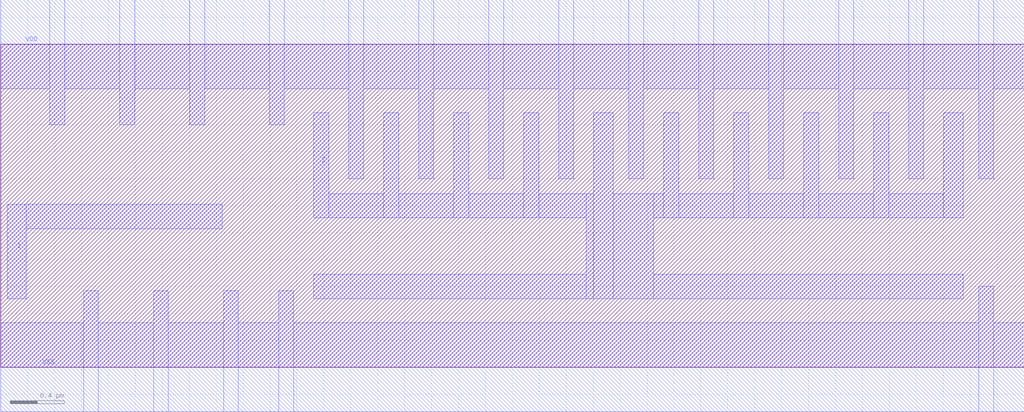
<source format=lef>
VERSION	5.7 ;
BUSBITCHARS "[]" ;
DIVIDERCHAR "/" ;

UNITS
    DATABASE MICRONS 2000 ;
END UNITS

LAYER TEXT
    TYPE MASTERSLICE ;
END TEXT

LAYER PO
    TYPE MASTERSLICE ;
END PO

LAYER CO
    TYPE CUT ;
END CO

LAYER M1
    TYPE ROUTING ;
    DIRECTION HORIZONTAL ;
    PITCH 0.200 ;
    WIDTH 0.09 ;
    MINWIDTH 0.09 ;
    SPACING 0.09 ;
    AREA 0.042 ;
END M1

LAYER VIA1
    TYPE CUT ;
    SPACING 0.10 ;
END VIA1

LAYER M2
    TYPE ROUTING ;
    DIRECTION VERTICAL ;
    PITCH 0.200 ;
    WIDTH 0.1 ;
    MINWIDTH 0.1 ;
    SPACING 0.10 ;
    AREA 0.052 ;
END M2

LAYER VIA2
    TYPE CUT ;
    SPACING 0.10 ;
END VIA2

LAYER M3
    TYPE ROUTING ;
    DIRECTION HORIZONTAL ;
    PITCH 0.200 ;
    WIDTH 0.1 ;
    MINWIDTH 0.1 ;
    SPACING 0.10 ;
    AREA 0.052 ;
END M3

LAYER VIA3
    TYPE CUT ;
    SPACING 0.10 ;
END VIA3

LAYER M4
    TYPE ROUTING ;
    DIRECTION VERTICAL ;
    PITCH 0.200 ;
    WIDTH 0.1 ;
    MINWIDTH 0.1 ;
    SPACING 0.10 ;
    AREA 0.052 ;
END M4

LAYER VIA4
    TYPE CUT ;
    SPACING 0.10 ;
END VIA4

LAYER M5
    TYPE ROUTING ;
    DIRECTION HORIZONTAL ;
    PITCH 0.200 ;
    WIDTH 0.1 ;
    MINWIDTH 0.1 ;
    SPACING 0.10 ;
    AREA 0.052 ;
END M5

LAYER VIA5
    TYPE CUT ;
    SPACING 0.340 ;
END VIA5

LAYER M6
    TYPE ROUTING ;
    DIRECTION VERTICAL ;
    PITCH 0.800 ;
    WIDTH 0.400 ;
    MINWIDTH 0.400 ;
    SPACING 0.40 ;
    AREA 0.565 ;
END M6

VIA VIA12_1cut DEFAULT
    LAYER M1 ;
        RECT -0.090 -0.050  0.090  0.050 ;
    LAYER VIA1 ;
        RECT -0.050 -0.050  0.050  0.050 ;
    LAYER M2 ;
        RECT -0.050 -0.090  0.050  0.090 ;
END VIA12_1cut

VIA VIA12_1cut_H DEFAULT
    LAYER M1 ;
        RECT -0.090 -0.050  0.090  0.050 ;
    LAYER VIA1 ;
        RECT -0.050 -0.050  0.050  0.050 ;
    LAYER M2 ;
        RECT -0.090 -0.050  0.090  0.050 ;
END VIA12_1cut_H
                 
VIA VIA12_1cut_V DEFAULT
    LAYER M1 ;
        RECT -0.050 -0.090  0.050  0.090 ;
    LAYER VIA1 ;
        RECT -0.050 -0.050  0.050  0.050 ;
    LAYER M2 ;
        RECT -0.050 -0.090  0.050  0.090 ;
END VIA12_1cut_V

VIA VIA12_1cut_FAT_C DEFAULT
    LAYER M1 ;
        RECT -0.12 -0.050  0.12  0.050 ;
    LAYER VIA1 ;
        RECT -0.050 -0.050  0.050  0.050 ;
    LAYER M2 ;
        RECT -0.050 -0.12  0.050  0.12 ;
END VIA12_1cut_FAT_C
             
VIA VIA12_1cut_FAT_H DEFAULT
    LAYER M1 ;
        RECT -0.12 -0.050  0.12  0.050 ;
    LAYER VIA1 ;
        RECT -0.050 -0.050  0.050  0.050 ;
    LAYER M2 ;
        RECT -0.12 -0.050  0.12  0.050 ;
END VIA12_1cut_FAT_H

VIA VIA12_1cut_FAT_V DEFAULT
    LAYER M1 ;
        RECT -0.050 -0.12  0.050  0.12 ;
    LAYER VIA1 ;
        RECT -0.050 -0.050  0.050  0.050 ;
    LAYER M2 ;
        RECT -0.050 -0.12  0.050  0.12 ;
END VIA12_1cut_FAT_V

VIA VIA12_1cut_FAT DEFAULT
    LAYER M1 ;
        RECT -0.080 -0.080  0.080  0.080 ;
    LAYER VIA1 ;
        RECT -0.050 -0.050  0.050  0.050 ;
    LAYER M2 ;
        RECT -0.080 -0.080  0.080  0.080 ;
END VIA12_1cut_FAT
                 
VIA VIA12_2cut_E DEFAULT
    LAYER M1 ;
        RECT -0.090 -0.050  0.290  0.050 ;
    LAYER VIA1 ;
        RECT -0.050 -0.050  0.050  0.050 ;
        RECT  0.150 -0.050  0.250  0.050 ;
    LAYER M2 ;
        RECT -0.050 -0.090  0.250  0.090 ;
END VIA12_2cut_E

VIA VIA12_2cut_W DEFAULT
    LAYER M1 ;
        RECT -0.290 -0.050  0.090  0.050 ;
    LAYER VIA1 ;
        RECT -0.050 -0.050  0.050  0.050 ;
        RECT -0.250 -0.050 -0.150  0.050 ;
    LAYER M2 ;
        RECT -0.250 -0.090  0.050  0.090 ;
END VIA12_2cut_W

VIA VIA12_2cut_N DEFAULT
    LAYER M1 ;
        RECT -0.090 -0.050  0.090  0.250 ;
    LAYER VIA1 ;
        RECT -0.050 -0.050  0.050  0.050 ;
        RECT -0.050  0.150  0.050  0.250 ;
    LAYER M2 ;
        RECT -0.050 -0.090  0.050  0.290 ;
END VIA12_2cut_N

VIA VIA12_2cut_S DEFAULT
    LAYER M1 ;
        RECT -0.090 -0.250  0.090  0.050 ;
    LAYER VIA1 ;
        RECT -0.050 -0.050  0.050  0.050 ;
        RECT -0.050 -0.250  0.050 -0.150 ;
    LAYER M2 ;
        RECT -0.050 -0.290  0.050  0.090 ;
END VIA12_2cut_S

VIA VIA12_2cut_HN DEFAULT
    LAYER M1 ;
        RECT -0.050 -0.090  0.050  0.330 ;
    LAYER VIA1 ;
        RECT -0.050 -0.050  0.050  0.050 ;
        RECT -0.050  0.190  0.050  0.290 ;
    LAYER M2 ;
        RECT -0.050 -0.090  0.050  0.330 ;
END VIA12_2cut_HN

VIA VIA12_2cut_HS DEFAULT
    LAYER M1 ;
        RECT -0.050 -0.330  0.050  0.090 ;
    LAYER VIA1 ;
        RECT -0.050 -0.050  0.050  0.050 ;
        RECT -0.050 -0.290  0.050 -0.190 ;
    LAYER M2 ;
        RECT -0.050 -0.330  0.050  0.090 ;
END VIA12_2cut_HS

VIA VIA12_4cut DEFAULT
    LAYER M1 ;
        RECT -0.190 -0.150  0.190  0.150 ;
    LAYER VIA1 ;
        RECT -0.150 -0.150 -0.050 -0.050 ;
        RECT -0.150  0.050 -0.050  0.150 ;
        RECT  0.050  0.050  0.150  0.150 ;
        RECT  0.050 -0.150  0.150 -0.050 ;
    LAYER M2 ;
        RECT -0.150 -0.190  0.150  0.190 ;
END VIA12_4cut

VIA VIA23_1cut DEFAULT
    LAYER M2 ;
        RECT -0.050 -0.090  0.050  0.090 ;
    LAYER VIA2 ;
        RECT -0.050 -0.050  0.050  0.050 ;
    LAYER M3 ;
        RECT -0.090 -0.050  0.090  0.050 ;
END VIA23_1cut

VIA VIA23_1cut_V DEFAULT
    LAYER M2 ;
        RECT -0.050 -0.090  0.050  0.090 ;
    LAYER VIA2 ;
        RECT -0.050 -0.050  0.050  0.050 ;
    LAYER M3 ;
        RECT -0.050 -0.090  0.050  0.090 ;
END VIA23_1cut_V
                 
VIA VIA23_1cut_H DEFAULT
    LAYER M2 ;
        RECT -0.090 -0.050  0.090  0.050 ;
    LAYER VIA2 ;
        RECT -0.050 -0.050  0.050  0.050 ;
    LAYER M3 ;
        RECT -0.090 -0.050  0.090  0.050 ;
END VIA23_1cut_H

VIA VIA23_1cut_FAT_C DEFAULT
    LAYER M2 ;
        RECT -0.050 -0.12  0.050  0.12 ;
    LAYER VIA2 ;
        RECT -0.050 -0.050  0.050  0.050 ;
    LAYER M3 ;
        RECT -0.12 -0.050  0.12  0.050 ;
END VIA23_1cut_FAT_C
             
VIA VIA23_1cut_FAT_V DEFAULT
    LAYER M2 ;
        RECT -0.050 -0.12  0.050  0.12 ;
    LAYER VIA2 ;
        RECT -0.050 -0.050  0.050  0.050 ;
    LAYER M3 ;
        RECT -0.050 -0.12  0.050  0.12 ;
END VIA23_1cut_FAT_V

VIA VIA23_1cut_FAT_H DEFAULT
    LAYER M2 ;
        RECT -0.12 -0.050  0.12  0.050 ;
    LAYER VIA2 ;
        RECT -0.050 -0.050  0.050  0.050 ;
    LAYER M3 ;
        RECT -0.12 -0.050  0.12  0.050 ;
END VIA23_1cut_FAT_H

VIA VIA23_1cut_FAT DEFAULT
    LAYER M2 ;
        RECT -0.080 -0.080  0.080  0.080 ;
    LAYER VIA2 ;
        RECT -0.050 -0.050  0.050  0.050 ;
    LAYER M3 ;
        RECT -0.080 -0.080  0.080  0.080 ;
END VIA23_1cut_FAT
                 
VIA VIA23_1stack_N DEFAULT
    LAYER M2 ;
        RECT -0.050 -0.090  0.050  0.430 ;
    LAYER VIA2 ;
        RECT -0.050 -0.050  0.050  0.050 ;
    LAYER M3 ;
        RECT -0.090 -0.050  0.090  0.050 ;
END VIA23_1stack_N

VIA VIA23_1stack_S DEFAULT
    LAYER M2 ;
        RECT -0.050 -0.430  0.050  0.090 ;
    LAYER VIA2 ;
        RECT -0.050 -0.050  0.050  0.050 ;
    LAYER M3 ;
        RECT -0.090 -0.050  0.090  0.050 ;
END VIA23_1stack_S

VIA VIA23_2cut_E DEFAULT
    LAYER M2 ;
        RECT -0.050 -0.090  0.250  0.090 ;
    LAYER VIA2 ;
        RECT -0.050 -0.050  0.050  0.050 ;
        RECT  0.150 -0.050  0.250  0.050 ;
    LAYER M3 ;
        RECT -0.090 -0.050  0.290  0.050 ;
END VIA23_2cut_E

VIA VIA23_2cut_W DEFAULT
    LAYER M2 ;
        RECT -0.250 -0.090  0.050  0.090 ;
    LAYER VIA2 ;
        RECT -0.050 -0.050  0.050  0.050 ;
        RECT -0.250 -0.050 -0.150  0.050 ;
    LAYER M3 ;
        RECT -0.290 -0.050  0.090  0.050 ;
END VIA23_2cut_W

VIA VIA23_2cut_N DEFAULT
    LAYER M2 ;
        RECT -0.050 -0.090  0.050  0.290 ;
    LAYER VIA2 ;
        RECT -0.050 -0.050  0.050  0.050 ;
        RECT -0.050  0.150  0.050  0.250 ;
    LAYER M3 ;
        RECT -0.090 -0.050  0.090  0.250 ;
END VIA23_2cut_N

VIA VIA23_2cut_S DEFAULT
    LAYER M2 ;
        RECT -0.050 -0.290  0.050  0.090 ;
    LAYER VIA2 ;
        RECT -0.050 -0.050  0.050  0.050 ;
        RECT -0.050 -0.250  0.050 -0.150 ;
    LAYER M3 ;
        RECT -0.090 -0.250  0.090  0.050 ;
END VIA23_2cut_S

VIA VIA23_4cut DEFAULT
    LAYER M2 ;
        RECT -0.150 -0.190  0.150  0.190 ;
    LAYER VIA2 ;
        RECT -0.150 -0.150 -0.050 -0.050 ;
        RECT -0.150  0.050 -0.050  0.150 ;
        RECT  0.050  0.050  0.150  0.150 ;
        RECT  0.050 -0.150  0.150 -0.050 ;
    LAYER M3 ;
        RECT -0.190 -0.150  0.190  0.150 ;
END VIA23_4cut

VIA VIA34_1cut DEFAULT
    LAYER M3 ;
        RECT -0.090 -0.050  0.090  0.050 ;
    LAYER VIA3 ;
        RECT -0.050 -0.050  0.050  0.050 ;
    LAYER M4 ;
        RECT -0.050 -0.090  0.050  0.090 ;
END VIA34_1cut

VIA VIA34_1cut_H DEFAULT
    LAYER M3 ;
        RECT -0.090 -0.050  0.090  0.050 ;
    LAYER VIA3 ;
        RECT -0.050 -0.050  0.050  0.050 ;
    LAYER M4 ;
        RECT -0.090 -0.050  0.090  0.050 ;
END VIA34_1cut_H
                 
VIA VIA34_1cut_V DEFAULT
    LAYER M3 ;
        RECT -0.050 -0.090  0.050  0.090 ;
    LAYER VIA3 ;
        RECT -0.050 -0.050  0.050  0.050 ;
    LAYER M4 ;
        RECT -0.050 -0.090  0.050  0.090 ;
END VIA34_1cut_V

VIA VIA34_1cut_FAT_C DEFAULT
    LAYER M3 ;
        RECT -0.12 -0.050  0.12  0.050 ;
    LAYER VIA3 ;
        RECT -0.050 -0.050  0.050  0.050 ;
    LAYER M4 ;
        RECT -0.050 -0.12  0.050  0.12 ;
END VIA34_1cut_FAT_C
             
VIA VIA34_1cut_FAT_H DEFAULT
    LAYER M3 ;
        RECT -0.12 -0.050  0.12  0.050 ;
    LAYER VIA3 ;
        RECT -0.050 -0.050  0.050  0.050 ;
    LAYER M4 ;
        RECT -0.12 -0.050  0.12  0.050 ;
END VIA34_1cut_FAT_H

VIA VIA34_1cut_FAT_V DEFAULT
    LAYER M3 ;
        RECT -0.050 -0.12  0.050  0.12 ;
    LAYER VIA3 ;
        RECT -0.050 -0.050  0.050  0.050 ;
    LAYER M4 ;
        RECT -0.050 -0.12  0.050  0.12 ;
END VIA34_1cut_FAT_V

VIA VIA34_1cut_FAT DEFAULT
    LAYER M3 ;
        RECT -0.080 -0.080  0.080  0.080 ;
    LAYER VIA3 ;
        RECT -0.050 -0.050  0.050  0.050 ;
    LAYER M4 ;
        RECT -0.080 -0.080  0.080  0.080 ;
END VIA34_1cut_FAT
                 
VIA VIA34_1stack_E DEFAULT
    LAYER M3 ;
        RECT -0.090 -0.050  0.430  0.050 ;
    LAYER VIA3 ;
        RECT -0.050 -0.050  0.050  0.050 ;
    LAYER M4 ;
        RECT -0.050 -0.090  0.050  0.090 ;
END VIA34_1stack_E

VIA VIA34_1stack_W DEFAULT
    LAYER M3 ;
        RECT -0.430 -0.050  0.090  0.050 ;
    LAYER VIA3 ;
        RECT -0.050 -0.050  0.050  0.050 ;
    LAYER M4 ;
        RECT -0.050 -0.090  0.050  0.090 ;
END VIA34_1stack_W

VIA VIA34_2cut_E DEFAULT
    LAYER M3 ;
        RECT -0.090 -0.050  0.290  0.050 ;
    LAYER VIA3 ;
        RECT -0.050 -0.050  0.050  0.050 ;
        RECT  0.150 -0.050  0.250  0.050 ;
    LAYER M4 ;
        RECT -0.050 -0.090  0.250  0.090 ;
END VIA34_2cut_E

VIA VIA34_2cut_W DEFAULT
    LAYER M3 ;
        RECT -0.290 -0.050  0.090  0.050 ;
    LAYER VIA3 ;
        RECT -0.050 -0.050  0.050  0.050 ;
        RECT -0.250 -0.050 -0.150  0.050 ;
    LAYER M4 ;
        RECT -0.250 -0.090  0.050  0.090 ;
END VIA34_2cut_W

VIA VIA34_2cut_N DEFAULT
    LAYER M3 ;
        RECT -0.090 -0.050  0.090  0.250 ;
    LAYER VIA3 ;
        RECT -0.050 -0.050  0.050  0.050 ;
        RECT -0.050  0.150  0.050  0.250 ;
    LAYER M4 ;
        RECT -0.050 -0.090  0.050  0.290 ;
END VIA34_2cut_N

VIA VIA34_2cut_S DEFAULT
    LAYER M3 ;
        RECT -0.090 -0.250  0.090  0.050 ;
    LAYER VIA3 ;
        RECT -0.050 -0.050  0.050  0.050 ;
        RECT -0.050 -0.250  0.050 -0.150 ;
    LAYER M4 ;
        RECT -0.050 -0.290  0.050  0.090 ;
END VIA34_2cut_S

VIA VIA34_4cut DEFAULT
    LAYER M3 ;
        RECT -0.190 -0.150  0.190  0.150 ;
    LAYER VIA3 ;
        RECT -0.150 -0.150 -0.050 -0.050 ;
        RECT -0.150  0.050 -0.050  0.150 ;
        RECT  0.050  0.050  0.150  0.150 ;
        RECT  0.050 -0.150  0.150 -0.050 ;
    LAYER M4 ;
        RECT -0.150 -0.190  0.150  0.190 ;
END VIA34_4cut

VIA VIA45_1cut DEFAULT
    LAYER M4 ;
        RECT -0.050 -0.090  0.050  0.090 ;
    LAYER VIA4 ;
        RECT -0.050 -0.050  0.050  0.050 ;
    LAYER M5 ;
        RECT -0.090 -0.050  0.090  0.050 ;
END VIA45_1cut

VIA VIA45_1cut_V DEFAULT
    LAYER M4 ;
        RECT -0.050 -0.090  0.050  0.090 ;
    LAYER VIA4 ;
        RECT -0.050 -0.050  0.050  0.050 ;
    LAYER M5 ;
        RECT -0.050 -0.090  0.050  0.090 ;
END VIA45_1cut_V
                 
VIA VIA45_1cut_H DEFAULT
    LAYER M4 ;
        RECT -0.090 -0.050  0.090  0.050 ;
    LAYER VIA4 ;
        RECT -0.050 -0.050  0.050  0.050 ;
    LAYER M5 ;
        RECT -0.090 -0.050  0.090  0.050 ;
END VIA45_1cut_H

VIA VIA45_1cut_FAT_C DEFAULT
    LAYER M4 ;
        RECT -0.050 -0.12  0.050  0.12 ;
    LAYER VIA4 ;
        RECT -0.050 -0.050  0.050  0.050 ;
    LAYER M5 ;
        RECT -0.12 -0.050  0.12  0.050 ;
END VIA45_1cut_FAT_C
             
VIA VIA45_1cut_FAT_V DEFAULT
    LAYER M4 ;
        RECT -0.050 -0.12  0.050  0.12 ;
    LAYER VIA4 ;
        RECT -0.050 -0.050  0.050  0.050 ;
    LAYER M5 ;
        RECT -0.050 -0.12  0.050  0.12 ;
END VIA45_1cut_FAT_V

VIA VIA45_1cut_FAT_H DEFAULT
    LAYER M4 ;
        RECT -0.12 -0.050  0.12  0.050 ;
    LAYER VIA4 ;
        RECT -0.050 -0.050  0.050  0.050 ;
    LAYER M5 ;
        RECT -0.12 -0.050  0.12  0.050 ;
END VIA45_1cut_FAT_H

VIA VIA45_1cut_FAT DEFAULT
    LAYER M4 ;
        RECT -0.080 -0.080  0.080  0.080 ;
    LAYER VIA4 ;
        RECT -0.050 -0.050  0.050  0.050 ;
    LAYER M5 ;
        RECT -0.080 -0.080  0.080  0.080 ;
END VIA45_1cut_FAT
                 
VIA VIA45_1stack_N DEFAULT
    LAYER M4 ;
        RECT -0.050 -0.090  0.050  0.430 ;
    LAYER VIA4 ;
        RECT -0.050 -0.050  0.050  0.050 ;
    LAYER M5 ;
        RECT -0.090 -0.050  0.090  0.050 ;
END VIA45_1stack_N

VIA VIA45_1stack_S DEFAULT
    LAYER M4 ;
        RECT -0.050 -0.430  0.050  0.090 ;
    LAYER VIA4 ;
        RECT -0.050 -0.050  0.050  0.050 ;
    LAYER M5 ;
        RECT -0.090 -0.050  0.090  0.050 ;
END VIA45_1stack_S

VIA VIA45_2cut_E DEFAULT
    LAYER M4 ;
        RECT -0.050 -0.090  0.250  0.090 ;
    LAYER VIA4 ;
        RECT -0.050 -0.050  0.050  0.050 ;
        RECT  0.150 -0.050  0.250  0.050 ;
    LAYER M5 ;
        RECT -0.090 -0.050  0.290  0.050 ;
END VIA45_2cut_E

VIA VIA45_2cut_W DEFAULT
    LAYER M4 ;
        RECT -0.250 -0.090  0.050  0.090 ;
    LAYER VIA4 ;
        RECT -0.050 -0.050  0.050  0.050 ;
        RECT -0.250 -0.050 -0.150  0.050 ;
    LAYER M5 ;
        RECT -0.290 -0.050  0.090  0.050 ;
END VIA45_2cut_W

VIA VIA45_2cut_N DEFAULT
    LAYER M4 ;
        RECT -0.050 -0.090  0.050  0.290 ;
    LAYER VIA4 ;
        RECT -0.050 -0.050  0.050  0.050 ;
        RECT -0.050  0.150  0.050  0.250 ;
    LAYER M5 ;
        RECT -0.090 -0.050  0.090  0.250 ;
END VIA45_2cut_N

VIA VIA45_2cut_S DEFAULT
    LAYER M4 ;
        RECT -0.050 -0.290  0.050  0.090 ;
    LAYER VIA4 ;
        RECT -0.050 -0.050  0.050  0.050 ;
        RECT -0.050 -0.250  0.050 -0.150 ;
    LAYER M5 ;
        RECT -0.090 -0.250  0.090  0.050 ;
END VIA45_2cut_S

VIA VIA45_2stack_N DEFAULT
    LAYER M4 ;
        RECT -0.050 -0.090  0.050  0.430 ;
    LAYER VIA4 ;
        RECT -0.050 -0.050  0.050  0.050 ;
        RECT -0.050  0.150  0.050  0.250 ;
    LAYER M5 ;
        RECT -0.090 -0.050  0.090  0.250 ;
END VIA45_2stack_N
 
VIA VIA45_2stack_S DEFAULT
    LAYER M4 ;
        RECT -0.050 -0.430  0.050  0.090 ;
    LAYER VIA4 ;
        RECT -0.050 -0.050  0.050  0.050 ;
        RECT -0.050 -0.250  0.050 -0.150 ;
    LAYER M5 ;
        RECT -0.090 -0.250  0.090  0.050 ;
END VIA45_2stack_S

VIA VIA45_4cut DEFAULT
    LAYER M4 ;
        RECT -0.150 -0.190  0.150  0.190 ;
    LAYER VIA4 ;
        RECT -0.150 -0.150 -0.050 -0.050 ;
        RECT -0.150  0.050 -0.050  0.150 ;
        RECT  0.050  0.050  0.150  0.150 ;
        RECT  0.050 -0.150  0.150 -0.050 ;
    LAYER M5 ;
        RECT -0.190 -0.150  0.190  0.150 ;
END VIA45_4cut

VIA VIA56_1cut DEFAULT
    LAYER M5 ;
        RECT -0.260 -0.200  0.260  0.200 ;
    LAYER VIA5 ;
        RECT -0.180 -0.180  0.180  0.180 ;
    LAYER M6 ;
        RECT -0.200 -0.260  0.200  0.260 ;
END VIA56_1cut

VIA VIA56_1cut_H DEFAULT
    LAYER M5 ;
        RECT -0.260 -0.200  0.260  0.200 ;
    LAYER VIA5 ;
        RECT -0.180 -0.180  0.180  0.180 ;
    LAYER M6 ;
        RECT -0.260 -0.200  0.260  0.200 ;
END VIA56_1cut_H
                 
VIA VIA56_1cut_V DEFAULT
    LAYER M5 ;
        RECT -0.200 -0.260  0.200  0.260 ;
    LAYER VIA5 ;
        RECT -0.180 -0.180  0.180  0.180 ;
    LAYER M6 ;
        RECT -0.200 -0.260  0.200  0.260 ;
END VIA56_1cut_V

VIA VIA56_1cut_FAT_C DEFAULT
    LAYER M5 ;
        RECT -0.26 -0.200  0.26  0.200 ;
    LAYER VIA5 ;
        RECT -0.180 -0.180  0.180  0.180 ;
    LAYER M6 ;
        RECT -0.200 -0.26  0.200  0.26 ;
END VIA56_1cut_FAT_C
             
VIA VIA56_1cut_FAT_H DEFAULT
    LAYER M5 ;
        RECT -0.26 -0.200  0.26  0.200 ;
    LAYER VIA5 ;
        RECT -0.180 -0.180  0.180  0.180 ;
    LAYER M6 ;
        RECT -0.26 -0.200  0.26  0.200 ;
END VIA56_1cut_FAT_H

VIA VIA56_1cut_FAT_V DEFAULT
    LAYER M5 ;
        RECT -0.200 -0.26  0.200  0.26 ;
    LAYER VIA5 ;
        RECT -0.180 -0.180  0.180  0.180 ;
    LAYER M6 ;
        RECT -0.200 -0.26  0.200  0.26 ;
END VIA56_1cut_FAT_V

VIA VIA56_1cut_FAT DEFAULT
    LAYER M5 ;
        RECT -0.260 -0.260  0.260  0.260 ;
    LAYER VIA5 ;
        RECT -0.180 -0.180  0.180  0.180 ;
    LAYER M6 ;
        RECT -0.260 -0.260  0.260  0.260 ;
END VIA56_1cut_FAT
                 
VIA VIA56_2cut_E DEFAULT
    LAYER M5 ;
        RECT -0.260 -0.200  0.960  0.200 ;
    LAYER VIA5 ;
        RECT -0.180 -0.180  0.180  0.180 ;
        RECT  0.520 -0.180  0.880  0.180 ;
    LAYER M6 ;
        RECT -0.200 -0.260  0.900  0.260 ;
END VIA56_2cut_E

VIA VIA56_2cut_W DEFAULT
    LAYER M5 ;
        RECT -0.960 -0.200  0.260  0.200 ;
    LAYER VIA5 ;
        RECT -0.180 -0.180  0.180  0.180 ;
        RECT -0.880 -0.180 -0.520  0.180 ;
    LAYER M6 ;
        RECT -0.900 -0.260  0.200  0.260 ;
END VIA56_2cut_W

VIA VIA56_2cut_N DEFAULT
    LAYER M5 ;
        RECT -0.260 -0.200  0.260  0.900 ;
    LAYER VIA5 ;
        RECT -0.180 -0.180  0.180  0.180 ;
        RECT -0.180  0.520  0.180  0.880 ;
    LAYER M6 ;
        RECT -0.200 -0.260  0.200  0.960 ;
END VIA56_2cut_N

VIA VIA56_2cut_S DEFAULT
    LAYER M5 ;
        RECT -0.260 -0.900  0.260  0.200 ;
    LAYER VIA5 ;
        RECT -0.180 -0.180  0.180  0.180 ;
        RECT -0.180 -0.880  0.180 -0.520 ;
    LAYER M6 ;
        RECT -0.200 -0.960  0.200  0.260 ;
END VIA56_2cut_S

VIA VIA56_4cut DEFAULT
    LAYER M5 ;
        RECT -0.710 -0.650  0.710  0.650 ;
    LAYER VIA5 ;
        RECT -0.630 -0.630 -0.270 -0.270 ;
        RECT -0.630  0.270 -0.270  0.630 ;
        RECT  0.270  0.270  0.630  0.630 ;
        RECT  0.270 -0.630  0.630 -0.270 ;
    LAYER M6 ;
        RECT -0.650 -0.710  0.650  0.710 ;
END VIA56_4cut

VIARULE VIAGEN12 GENERATE
    LAYER M1 ;
        ENCLOSURE 0.4E-01 0 ; 
        WIDTH 0.09 TO 12.00 ;
    LAYER M2 ;
        ENCLOSURE 0.4E-01 0 ;
        WIDTH 0.10 TO 12.00 ;
    LAYER VIA1 ;
        RECT -0.5E-01 -0.5E-01 0.5E-01 0.5E-01 ;
        SPACING 0.23 BY 0.23 ;    
END VIAGEN12        

VIARULE VIAGEN23 GENERATE
    LAYER M2 ;
        ENCLOSURE 0.4E-01 0 ;  
        WIDTH 0.10 TO 12.00 ;
    LAYER M3 ;
        ENCLOSURE 0.4E-01 0 ; 
        WIDTH 0.10 TO 12.00 ;
    LAYER VIA2 ;
        RECT -0.5E-01 -0.5E-01 0.5E-01 0.5E-01 ; 
        SPACING 0.23 BY 0.23 ;    
END VIAGEN23

VIARULE VIAGEN34 GENERATE
    LAYER M3 ;
        ENCLOSURE 0.4E-01 0 ; 
        WIDTH 0.10 TO 12.00 ;
    LAYER M4 ;
        ENCLOSURE 0.4E-01 0 ; 
        WIDTH 0.10 TO 12.00 ;
    LAYER VIA3 ;
        RECT -0.5E-01 -0.5E-01 0.5E-01 0.5E-01 ; 
        SPACING 0.23 BY 0.23 ;    
END VIAGEN34

VIARULE VIAGEN45 GENERATE
    LAYER M4 ;
        ENCLOSURE 0.4E-01 0 ; 
        WIDTH 0.10 TO 12.00 ;
    LAYER M5 ;
        ENCLOSURE 0.4E-01 0 ; 
        WIDTH 0.10 TO 12.00 ;
    LAYER VIA4 ;
        RECT -0.5E-01 -0.5E-01 0.5E-01 0.5E-01 ; 
        SPACING 0.23 BY 0.23 ;    
END VIAGEN45

VIARULE VIAGEN56 GENERATE
    LAYER M5 ;
        ENCLOSURE 0.8E-01 0.2E-01  ;
        WIDTH 0.10 TO 12.00 ;
    LAYER M6 ;
        ENCLOSURE 0.8E-01 0.2E-01  ;
        WIDTH 0.40 TO 12.00 ;
    LAYER VIA5 ;
        RECT -0.18 -0.18 0.18 0.18 ; 
        SPACING 0.90 BY 0.90 ;    
END VIAGEN56

MACRO CELL47
    CLASS CORE ;
    FOREIGN CELL47 0.000 0.000  ;
    ORIGIN 0.000 0.000 ;
    SIZE 1.200 BY 2.400 ;
    SYMMETRY x y ;
    PIN Z
        ANTENNADIFFAREA 0.1512 ;
        DIRECTION OUTPUT ;
        PORT
        LAYER M1 ;
        RECT  1.050 0.510 1.150 1.800 ;
        RECT  0.980 0.510 1.050 0.690 ;
        RECT  0.980 1.400 1.050 1.800 ;
        END
    END Z
    PIN A2
        ANTENNAGATEAREA 0.0507 ;
        DIRECTION INPUT ;
        PORT
        LAYER M1 ;
        RECT  0.550 1.000 0.640 1.170 ;
        RECT  0.450 1.000 0.550 1.290 ;
        END
    END A2
    PIN A1
        ANTENNAGATEAREA 0.0504 ;
        DIRECTION INPUT ;
        PORT
        LAYER M1 ;
        RECT  0.240 0.910 0.355 1.290 ;
        END
    END A1
    PIN VSS
        DIRECTION INOUT ;
        USE ground ;
        SHAPE ABUTMENT ;
        PORT
        LAYER M1 ;
        RECT  0.795 -0.330 1.200 0.330 ;
        RECT  0.645 -0.330 0.795 0.480 ;
        RECT  0.000 -0.330 0.645 0.330 ;
        END
    END VSS
    PIN VDD
        DIRECTION INOUT ;
        USE power ;
        SHAPE ABUTMENT ;
        PORT
        LAYER M1 ;
        RECT  0.800 2.070 1.200 2.730 ;
        RECT  0.690 1.600 0.800 2.730 ;
        RECT  0.220 2.070 0.690 2.730 ;
        RECT  0.110 1.400 0.220 2.730 ;
        RECT  0.000 2.070 0.110 2.730 ;
        END
    END VDD
END CELL47

MACRO CELL24
    CLASS CORE ;
    FOREIGN CELL24 0.000 0.000  ;
    ORIGIN 0.000 0.000 ;
    SIZE 2.400 BY 2.400 ;
    SYMMETRY x y ;
    PIN Z
        ANTENNADIFFAREA 0.6720 ;
        DIRECTION OUTPUT ;
        PORT
        LAYER M1 ;
        RECT  1.950 0.510 2.060 0.890 ;
        RECT  1.950 1.305 2.060 1.890 ;
        RECT  1.850 0.710 1.950 0.890 ;
        RECT  1.850 1.305 1.950 1.490 ;
        RECT  1.550 0.710 1.850 1.490 ;
        RECT  1.500 0.710 1.550 0.890 ;
        RECT  1.500 1.305 1.550 1.490 ;
        RECT  1.390 0.510 1.500 0.890 ;
        RECT  1.390 1.305 1.500 1.890 ;
        END
    END Z
    PIN A2
        ANTENNAGATEAREA 0.2018 ;
        DIRECTION INPUT ;
        PORT
        LAYER M1 ;
        RECT  0.985 0.960 1.100 1.180 ;
        RECT  0.750 0.960 0.985 1.070 ;
        RECT  0.650 0.690 0.750 1.070 ;
        RECT  0.360 0.690 0.650 0.780 ;
        RECT  0.270 0.690 0.360 1.000 ;
        RECT  0.180 0.910 0.270 1.000 ;
        RECT  0.050 0.910 0.180 1.290 ;
        END
    END A2
    PIN A1
        ANTENNAGATEAREA 0.2019 ;
        DIRECTION INPUT ;
        PORT
        LAYER M1 ;
        RECT  0.450 0.890 0.550 1.310 ;
        END
    END A1
    PIN VSS
        DIRECTION INOUT ;
        USE ground ;
        SHAPE ABUTMENT ;
        PORT
        LAYER M1 ;
        RECT  2.325 -0.330 2.400 0.330 ;
        RECT  2.215 -0.330 2.325 0.800 ;
        RECT  1.780 -0.330 2.215 0.330 ;
        RECT  1.670 -0.330 1.780 0.600 ;
        RECT  1.230 -0.330 1.670 0.330 ;
        RECT  1.120 -0.330 1.230 0.600 ;
        RECT  0.180 -0.330 1.120 0.330 ;
        RECT  0.070 -0.330 0.180 0.800 ;
        RECT  0.000 -0.330 0.070 0.330 ;
        END
    END VSS
    PIN VDD
        DIRECTION INOUT ;
        USE power ;
        SHAPE ABUTMENT ;
        PORT
        LAYER M1 ;
        RECT  2.325 2.070 2.400 2.730 ;
        RECT  2.215 1.400 2.325 2.730 ;
        RECT  1.780 2.070 2.215 2.730 ;
        RECT  1.670 1.600 1.780 2.730 ;
        RECT  1.230 2.070 1.670 2.730 ;
        RECT  1.120 1.620 1.230 2.730 ;
        RECT  0.710 2.070 1.120 2.730 ;
        RECT  0.600 1.620 0.710 2.730 ;
        RECT  0.190 2.070 0.600 2.730 ;
        RECT  0.080 1.400 0.190 2.730 ;
        RECT  0.000 2.070 0.080 2.730 ;
        END
    END VDD
END CELL24

MACRO CELL91
    CLASS CORE ;
    FOREIGN CELL91 0.000 0.000  ;
    ORIGIN 0.000 0.000 ;
    SIZE 1.200 BY 2.400 ;
    SYMMETRY x y ;
    PIN Z
        ANTENNADIFFAREA 0.2880 ;
        DIRECTION OUTPUT ;
        PORT
        LAYER M1 ;
        RECT  1.050 0.510 1.150 1.890 ;
        RECT  0.980 0.510 1.050 0.890 ;
        RECT  1.020 1.310 1.050 1.890 ;
        END
    END Z
    PIN A2
        ANTENNAGATEAREA 0.1008 ;
        DIRECTION INPUT ;
        PORT
        LAYER M1 ;
        RECT  0.550 1.000 0.640 1.170 ;
        RECT  0.450 1.000 0.550 1.290 ;
        END
    END A2
    PIN A1
        ANTENNAGATEAREA 0.1009 ;
        DIRECTION INPUT ;
        PORT
        LAYER M1 ;
        RECT  0.240 0.910 0.355 1.290 ;
        END
    END A1
    PIN VSS
        DIRECTION INOUT ;
        USE ground ;
        SHAPE ABUTMENT ;
        PORT
        LAYER M1 ;
        RECT  0.775 -0.330 1.200 0.330 ;
        RECT  0.665 -0.330 0.775 0.600 ;
        RECT  0.000 -0.330 0.665 0.330 ;
        END
    END VSS
    PIN VDD
        DIRECTION INOUT ;
        USE power ;
        SHAPE ABUTMENT ;
        PORT
        LAYER M1 ;
        RECT  0.800 2.070 1.200 2.730 ;
        RECT  0.690 1.600 0.800 2.730 ;
        RECT  0.220 2.070 0.690 2.730 ;
        RECT  0.110 1.400 0.220 2.730 ;
        RECT  0.000 2.070 0.110 2.730 ;
        END
    END VDD
END CELL91

MACRO CELL64
    CLASS CORE ;
    FOREIGN CELL64 0.000 0.000  ;
    ORIGIN 0.000 0.000 ;
    SIZE 1.400 BY 2.400 ;
    SYMMETRY x y ;
    PIN Z
        ANTENNADIFFAREA 0.2724 ;
        DIRECTION OUTPUT ;
        PORT
        LAYER M1 ;
        RECT  1.225 0.495 1.350 1.905 ;
        END
    END Z
    PIN A3
        ANTENNAGATEAREA 0.1008 ;
        DIRECTION INPUT ;
        PORT
        LAYER M1 ;
        RECT  0.790 0.910 0.950 1.290 ;
        END
    END A3
    PIN A2
        ANTENNAGATEAREA 0.1009 ;
        DIRECTION INPUT ;
        PORT
        LAYER M1 ;
        RECT  0.450 0.910 0.590 1.290 ;
        END
    END A2
    PIN A1
        ANTENNAGATEAREA 0.1008 ;
        DIRECTION INPUT ;
        PORT
        LAYER M1 ;
        RECT  0.240 0.910 0.355 1.290 ;
        END
    END A1
    PIN VSS
        DIRECTION INOUT ;
        USE ground ;
        SHAPE ABUTMENT ;
        PORT
        LAYER M1 ;
        RECT  1.030 -0.330 1.400 0.330 ;
        RECT  0.920 -0.330 1.030 0.600 ;
        RECT  0.000 -0.330 0.920 0.330 ;
        END
    END VSS
    PIN VDD
        DIRECTION INOUT ;
        USE power ;
        SHAPE ABUTMENT ;
        PORT
        LAYER M1 ;
        RECT  1.065 2.070 1.400 2.730 ;
        RECT  0.955 1.600 1.065 2.730 ;
        RECT  0.495 2.070 0.955 2.730 ;
        RECT  0.385 1.600 0.495 2.730 ;
        RECT  0.000 2.070 0.385 2.730 ;
        END
    END VDD
END CELL64

MACRO CELL3
    CLASS CORE ;
    FOREIGN CELL3 0.000 0.000  ;
    ORIGIN 0.000 0.000 ;
    SIZE 1.600 BY 2.400 ;
    SYMMETRY x y ;
    PIN Z
        ANTENNADIFFAREA 0.2724 ;
        DIRECTION OUTPUT ;
        PORT
        LAYER M1 ;
        RECT  1.425 0.495 1.550 1.905 ;
        END
    END Z
    PIN A4
        ANTENNAGATEAREA 0.1009 ;
        DIRECTION INPUT ;
        PORT
        LAYER M1 ;
        RECT  0.980 0.910 1.150 1.290 ;
        END
    END A4
    PIN A3
        ANTENNAGATEAREA 0.1008 ;
        DIRECTION INPUT ;
        PORT
        LAYER M1 ;
        RECT  0.650 0.910 0.800 1.290 ;
        END
    END A3
    PIN A2
        ANTENNAGATEAREA 0.1008 ;
        DIRECTION INPUT ;
        PORT
        LAYER M1 ;
        RECT  0.440 0.910 0.555 1.290 ;
        END
    END A2
    PIN A1
        ANTENNAGATEAREA 0.1008 ;
        DIRECTION INPUT ;
        PORT
        LAYER M1 ;
        RECT  0.190 0.910 0.350 1.290 ;
        END
    END A1
    PIN VSS
        DIRECTION INOUT ;
        USE ground ;
        SHAPE ABUTMENT ;
        PORT
        LAYER M1 ;
        RECT  1.255 -0.330 1.600 0.330 ;
        RECT  1.145 -0.330 1.255 0.600 ;
        RECT  0.000 -0.330 1.145 0.330 ;
        END
    END VSS
    PIN VDD
        DIRECTION INOUT ;
        USE power ;
        SHAPE ABUTMENT ;
        PORT
        LAYER M1 ;
        RECT  1.255 2.070 1.600 2.730 ;
        RECT  1.145 1.600 1.255 2.730 ;
        RECT  0.720 2.070 1.145 2.730 ;
        RECT  0.610 1.600 0.720 2.730 ;
        RECT  0.200 2.070 0.610 2.730 ;
        RECT  0.090 1.400 0.200 2.730 ;
        RECT  0.000 2.070 0.090 2.730 ;
        END
    END VDD
END CELL3

MACRO CELL71
    CLASS CORE ;
    FOREIGN CELL71 0.000 0.000  ;
    ORIGIN 0.000 0.000 ;
    SIZE 1.600 BY 2.400 ;
    SYMMETRY x y ;
    PIN Z
        ANTENNADIFFAREA 0.2892 ;
        DIRECTION OUTPUT ;
        PORT
        LAYER M1 ;
        RECT  1.450 0.490 1.550 1.905 ;
        RECT  1.365 0.490 1.450 0.600 ;
        RECT  1.405 1.310 1.450 1.905 ;
        END
    END Z
    PIN C
        ANTENNAGATEAREA 0.1009 ;
        DIRECTION INPUT ;
        PORT
        LAYER M1 ;
        RECT  0.995 0.910 1.150 1.290 ;
        END
    END C
    PIN B
        ANTENNAGATEAREA 0.1008 ;
        DIRECTION INPUT ;
        PORT
        LAYER M1 ;
        RECT  0.650 0.910 0.795 1.290 ;
        END
    END B
    PIN A2
        ANTENNAGATEAREA 0.1009 ;
        DIRECTION INPUT ;
        PORT
        LAYER M1 ;
        RECT  0.445 0.910 0.560 1.290 ;
        END
    END A2
    PIN A1
        ANTENNAGATEAREA 0.1008 ;
        DIRECTION INPUT ;
        PORT
        LAYER M1 ;
        RECT  0.050 0.910 0.170 1.290 ;
        END
    END A1
    PIN VSS
        DIRECTION INOUT ;
        USE ground ;
        SHAPE ABUTMENT ;
        PORT
        LAYER M1 ;
        RECT  1.240 -0.330 1.600 0.330 ;
        RECT  1.130 -0.330 1.240 0.600 ;
        RECT  0.705 -0.330 1.130 0.330 ;
        RECT  0.595 -0.330 0.705 0.600 ;
        RECT  0.000 -0.330 0.595 0.330 ;
        END
    END VSS
    PIN VDD
        DIRECTION INOUT ;
        USE power ;
        SHAPE ABUTMENT ;
        PORT
        LAYER M1 ;
        RECT  1.240 2.070 1.600 2.730 ;
        RECT  1.130 1.400 1.240 2.730 ;
        RECT  0.000 2.070 1.130 2.730 ;
        END
    END VDD
END CELL71

MACRO CELL19
    CLASS CORE ;
    FOREIGN CELL19 0.000 0.000  ;
    ORIGIN 0.000 0.000 ;
    SIZE 1.400 BY 2.400 ;
    SYMMETRY x y ;
    PIN Z
        ANTENNADIFFAREA 0.2892 ;
        DIRECTION OUTPUT ;
        PORT
        LAYER M1 ;
        RECT  1.215 0.495 1.350 1.905 ;
        END
    END Z
    PIN B
        ANTENNAGATEAREA 0.1008 ;
        DIRECTION INPUT ;
        PORT
        LAYER M1 ;
        RECT  0.650 0.910 0.790 1.290 ;
        END
    END B
    PIN A2
        ANTENNAGATEAREA 0.1008 ;
        DIRECTION INPUT ;
        PORT
        LAYER M1 ;
        RECT  0.050 0.910 0.170 1.290 ;
        END
    END A2
    PIN A1
        ANTENNAGATEAREA 0.1008 ;
        DIRECTION INPUT ;
        PORT
        LAYER M1 ;
        RECT  0.445 0.910 0.560 1.290 ;
        END
    END A1
    PIN VSS
        DIRECTION INOUT ;
        USE ground ;
        SHAPE ABUTMENT ;
        PORT
        LAYER M1 ;
        RECT  1.015 -0.330 1.400 0.330 ;
        RECT  0.905 -0.330 1.015 0.600 ;
        RECT  0.175 -0.330 0.905 0.330 ;
        RECT  0.065 -0.330 0.175 0.800 ;
        RECT  0.000 -0.330 0.065 0.330 ;
        END
    END VSS
    PIN VDD
        DIRECTION INOUT ;
        USE power ;
        SHAPE ABUTMENT ;
        PORT
        LAYER M1 ;
        RECT  1.015 2.070 1.400 2.730 ;
        RECT  0.905 1.400 1.015 2.730 ;
        RECT  0.000 2.070 0.905 2.730 ;
        END
    END VDD
END CELL19

MACRO CELL49
    CLASS CORE ;
    FOREIGN CELL49 0.000 0.000  ;
    ORIGIN 0.000 0.000 ;
    SIZE 2.000 BY 2.400 ;
    SYMMETRY x y ;
    PIN Z
        ANTENNADIFFAREA 0.1344 ;
        DIRECTION OUTPUT ;
        PORT
        LAYER M1 ;
        RECT  1.825 0.495 1.950 1.690 ;
        END
    END Z
    PIN C
        ANTENNAGATEAREA 0.0504 ;
        DIRECTION INPUT ;
        PORT
        LAYER M1 ;
        RECT  1.440 0.910 1.555 1.290 ;
        END
    END C
    PIN B2
        ANTENNAGATEAREA 0.0513 ;
        DIRECTION INPUT ;
        PORT
        LAYER M1 ;
        RECT  0.865 0.700 0.975 0.930 ;
        RECT  0.170 0.700 0.865 0.800 ;
        RECT  0.050 0.700 0.170 1.290 ;
        END
    END B2
    PIN B1
        ANTENNAGATEAREA 0.0507 ;
        DIRECTION INPUT ;
        PORT
        LAYER M1 ;
        RECT  1.245 0.910 1.350 1.290 ;
        RECT  1.050 1.025 1.245 1.135 ;
        END
    END B1
    PIN A2
        ANTENNAGATEAREA 0.0508 ;
        DIRECTION INPUT ;
        PORT
        LAYER M1 ;
        RECT  0.650 0.910 0.765 1.290 ;
        END
    END A2
    PIN A1
        ANTENNAGATEAREA 0.0507 ;
        DIRECTION INPUT ;
        PORT
        LAYER M1 ;
        RECT  0.430 0.910 0.550 1.290 ;
        END
    END A1
    PIN VSS
        DIRECTION INOUT ;
        USE ground ;
        SHAPE ABUTMENT ;
        PORT
        LAYER M1 ;
        RECT  1.670 -0.330 2.000 0.330 ;
        RECT  1.560 -0.330 1.670 0.600 ;
        RECT  0.000 -0.330 1.560 0.330 ;
        END
    END VSS
    PIN VDD
        DIRECTION INOUT ;
        USE power ;
        SHAPE ABUTMENT ;
        PORT
        LAYER M1 ;
        RECT  1.645 2.070 2.000 2.730 ;
        RECT  1.535 1.600 1.645 2.730 ;
        RECT  0.000 2.070 1.535 2.730 ;
        END
    END VDD
END CELL49

MACRO CELL42
    CLASS CORE ;
    FOREIGN CELL42 0.000 0.000  ;
    ORIGIN 0.000 0.000 ;
    SIZE 1.600 BY 2.400 ;
    SYMMETRY x y ;
    PIN Z
        ANTENNADIFFAREA 0.1440 ;
        DIRECTION OUTPUT ;
        PORT
        LAYER M1 ;
        RECT  1.450 0.490 1.550 1.890 ;
        RECT  1.355 0.490 1.450 0.600 ;
        RECT  1.415 1.710 1.450 1.890 ;
        END
    END Z
    PIN B2
        ANTENNAGATEAREA 0.0504 ;
        DIRECTION INPUT ;
        PORT
        LAYER M1 ;
        RECT  0.150 0.890 0.285 1.000 ;
        RECT  0.050 0.890 0.150 1.290 ;
        END
    END B2
    PIN B1
        ANTENNAGATEAREA 0.0506 ;
        DIRECTION INPUT ;
        PORT
        LAYER M1 ;
        RECT  1.150 1.160 1.180 1.330 ;
        RECT  1.050 0.980 1.150 1.330 ;
        RECT  0.950 0.980 1.050 1.090 ;
        RECT  0.850 0.690 0.950 1.090 ;
        RECT  0.550 0.690 0.850 0.780 ;
        RECT  0.440 0.690 0.550 0.920 ;
        END
    END B1
    PIN A2
        ANTENNAGATEAREA 0.0508 ;
        DIRECTION INPUT ;
        PORT
        LAYER M1 ;
        RECT  0.755 1.220 0.865 1.330 ;
        RECT  0.645 0.910 0.755 1.330 ;
        END
    END A2
    PIN A1
        ANTENNAGATEAREA 0.0504 ;
        DIRECTION INPUT ;
        PORT
        LAYER M1 ;
        RECT  0.250 1.110 0.555 1.290 ;
        END
    END A1
    PIN VSS
        DIRECTION INOUT ;
        USE ground ;
        SHAPE ABUTMENT ;
        PORT
        LAYER M1 ;
        RECT  0.180 -0.330 1.600 0.330 ;
        RECT  0.070 -0.330 0.180 0.600 ;
        RECT  0.000 -0.330 0.070 0.330 ;
        END
    END VSS
    PIN VDD
        DIRECTION INOUT ;
        USE power ;
        SHAPE ABUTMENT ;
        PORT
        LAYER M1 ;
        RECT  1.265 2.070 1.600 2.730 ;
        RECT  1.155 1.800 1.265 2.730 ;
        RECT  0.180 2.070 1.155 2.730 ;
        RECT  0.070 1.600 0.180 2.730 ;
        RECT  0.000 2.070 0.070 2.730 ;
        END
    END VDD
END CELL42

MACRO CELL79
    CLASS CORE ;
    FOREIGN CELL79 0.000 0.000  ;
    ORIGIN 0.000 0.000 ;
    SIZE 3.600 BY 2.400 ;
    SYMMETRY x y ;
    PIN Z
        ANTENNADIFFAREA 0.6720 ;
        DIRECTION OUTPUT ;
        PORT
        LAYER M1 ;
        RECT  3.150 0.510 3.260 0.890 ;
        RECT  3.150 1.310 3.260 1.890 ;
        RECT  3.050 0.710 3.150 0.890 ;
        RECT  3.050 1.310 3.150 1.490 ;
        RECT  2.750 0.710 3.050 1.490 ;
        RECT  2.640 0.510 2.750 0.890 ;
        RECT  2.640 1.310 2.750 1.890 ;
        END
    END Z
    PIN B2
        ANTENNAGATEAREA 0.2017 ;
        DIRECTION INPUT ;
        PORT
        LAYER M1 ;
        RECT  1.035 0.910 1.150 1.340 ;
        RECT  0.180 1.250 1.035 1.340 ;
        RECT  0.050 0.910 0.180 1.340 ;
        END
    END B2
    PIN B1
        ANTENNAGATEAREA 0.2017 ;
        DIRECTION INPUT ;
        PORT
        LAYER M1 ;
        RECT  0.450 0.975 0.750 1.125 ;
        END
    END B1
    PIN A2
        ANTENNAGATEAREA 0.2017 ;
        DIRECTION INPUT ;
        PORT
        LAYER M1 ;
        RECT  2.045 0.910 2.155 1.325 ;
        RECT  1.385 1.235 2.045 1.325 ;
        RECT  1.250 0.910 1.385 1.325 ;
        END
    END A2
    PIN A1
        ANTENNAGATEAREA 0.2017 ;
        DIRECTION INPUT ;
        PORT
        LAYER M1 ;
        RECT  1.650 0.975 1.950 1.125 ;
        END
    END A1
    PIN VSS
        DIRECTION INOUT ;
        USE ground ;
        SHAPE ABUTMENT ;
        PORT
        LAYER M1 ;
        RECT  3.525 -0.330 3.600 0.330 ;
        RECT  3.415 -0.330 3.525 0.800 ;
        RECT  3.005 -0.330 3.415 0.330 ;
        RECT  2.895 -0.330 3.005 0.600 ;
        RECT  2.485 -0.330 2.895 0.330 ;
        RECT  2.375 -0.330 2.485 0.600 ;
        RECT  2.270 -0.330 2.375 0.330 ;
        RECT  2.160 -0.330 2.270 0.600 ;
        RECT  1.230 -0.330 2.160 0.330 ;
        RECT  1.120 -0.330 1.230 0.600 ;
        RECT  0.190 -0.330 1.120 0.330 ;
        RECT  0.080 -0.330 0.190 0.800 ;
        RECT  0.000 -0.330 0.080 0.330 ;
        END
    END VSS
    PIN VDD
        DIRECTION INOUT ;
        USE power ;
        SHAPE ABUTMENT ;
        PORT
        LAYER M1 ;
        RECT  3.525 2.070 3.600 2.730 ;
        RECT  3.415 1.400 3.525 2.730 ;
        RECT  3.005 2.070 3.415 2.730 ;
        RECT  2.895 1.600 3.005 2.730 ;
        RECT  2.485 2.070 2.895 2.730 ;
        RECT  2.375 2.000 2.485 2.730 ;
        RECT  0.970 2.070 2.375 2.730 ;
        RECT  0.860 1.800 0.970 2.730 ;
        RECT  0.450 2.070 0.860 2.730 ;
        RECT  0.340 1.800 0.450 2.730 ;
        RECT  0.000 2.070 0.340 2.730 ;
        END
    END VDD
END CELL79

MACRO CELL87
    CLASS CORE ;
    FOREIGN CELL87 0.000 0.000  ;
    ORIGIN 0.000 0.000 ;
    SIZE 1.600 BY 2.400 ;
    SYMMETRY x y ;
    PIN Z
        ANTENNADIFFAREA 0.2856 ;
        DIRECTION OUTPUT ;
        PORT
        LAYER M1 ;
        RECT  1.450 0.490 1.550 1.905 ;
        RECT  1.365 0.490 1.450 0.600 ;
        RECT  1.405 1.310 1.450 1.905 ;
        END
    END Z
    PIN B
        ANTENNAGATEAREA 0.1008 ;
        DIRECTION INPUT ;
        PORT
        LAYER M1 ;
        RECT  0.960 0.910 1.150 1.200 ;
        END
    END B
    PIN A3
        ANTENNAGATEAREA 0.1008 ;
        DIRECTION INPUT ;
        PORT
        LAYER M1 ;
        RECT  0.050 0.910 0.170 1.290 ;
        END
    END A3
    PIN A2
        ANTENNAGATEAREA 0.1008 ;
        DIRECTION INPUT ;
        PORT
        LAYER M1 ;
        RECT  0.440 0.910 0.555 1.290 ;
        END
    END A2
    PIN A1
        ANTENNAGATEAREA 0.1008 ;
        DIRECTION INPUT ;
        PORT
        LAYER M1 ;
        RECT  0.650 0.910 0.790 1.290 ;
        END
    END A1
    PIN VSS
        DIRECTION INOUT ;
        USE ground ;
        SHAPE ABUTMENT ;
        PORT
        LAYER M1 ;
        RECT  1.240 -0.330 1.600 0.330 ;
        RECT  1.130 -0.330 1.240 0.600 ;
        RECT  0.185 -0.330 1.130 0.330 ;
        RECT  0.075 -0.330 0.185 0.600 ;
        RECT  0.000 -0.330 0.075 0.330 ;
        END
    END VSS
    PIN VDD
        DIRECTION INOUT ;
        USE power ;
        SHAPE ABUTMENT ;
        PORT
        LAYER M1 ;
        RECT  1.240 2.070 1.600 2.730 ;
        RECT  1.130 1.400 1.240 2.730 ;
        RECT  0.000 2.070 1.130 2.730 ;
        END
    END VDD
END CELL87

MACRO CELL85
    CLASS CORE ;
    FOREIGN CELL85 0.000 0.000  ;
    ORIGIN 0.000 0.000 ;
    SIZE 2.000 BY 2.400 ;
    SYMMETRY x y ;
    PIN Z
        ANTENNADIFFAREA 0.2688 ;
        DIRECTION OUTPUT ;
        PORT
        LAYER M1 ;
        RECT  1.850 0.440 1.950 1.905 ;
        RECT  1.820 0.440 1.850 0.610 ;
        RECT  1.820 1.310 1.850 1.905 ;
        END
    END Z
    PIN B2
        ANTENNAGATEAREA 0.1008 ;
        DIRECTION INPUT ;
        PORT
        LAYER M1 ;
        RECT  1.250 0.910 1.380 1.290 ;
        END
    END B2
    PIN B1
        ANTENNAGATEAREA 0.1008 ;
        DIRECTION INPUT ;
        PORT
        LAYER M1 ;
        RECT  1.035 0.910 1.150 1.290 ;
        END
    END B1
    PIN A3
        ANTENNAGATEAREA 0.1008 ;
        DIRECTION INPUT ;
        PORT
        LAYER M1 ;
        RECT  0.050 0.910 0.170 1.290 ;
        END
    END A3
    PIN A2
        ANTENNAGATEAREA 0.1008 ;
        DIRECTION INPUT ;
        PORT
        LAYER M1 ;
        RECT  0.440 0.910 0.555 1.290 ;
        END
    END A2
    PIN A1
        ANTENNAGATEAREA 0.1008 ;
        DIRECTION INPUT ;
        PORT
        LAYER M1 ;
        RECT  0.650 0.910 0.780 1.290 ;
        END
    END A1
    PIN VSS
        DIRECTION INOUT ;
        USE ground ;
        SHAPE ABUTMENT ;
        PORT
        LAYER M1 ;
        RECT  1.580 -0.330 2.000 0.330 ;
        RECT  1.470 -0.330 1.580 0.600 ;
        RECT  0.185 -0.330 1.470 0.330 ;
        RECT  0.075 -0.330 0.185 0.600 ;
        RECT  0.000 -0.330 0.075 0.330 ;
        END
    END VSS
    PIN VDD
        DIRECTION INOUT ;
        USE power ;
        SHAPE ABUTMENT ;
        PORT
        LAYER M1 ;
        RECT  1.670 2.070 2.000 2.730 ;
        RECT  1.560 2.000 1.670 2.730 ;
        RECT  1.225 2.070 1.560 2.730 ;
        RECT  1.115 1.600 1.225 2.730 ;
        RECT  0.000 2.070 1.115 2.730 ;
        END
    END VDD
END CELL85

MACRO CELL106
    CLASS CORE ;
    FOREIGN CELL106 0.000 0.000  ;
    ORIGIN 0.000 0.000 ;
    SIZE 1.400 BY 2.400 ;
    SYMMETRY x y ;
    PIN ZN
        ANTENNADIFFAREA 0.2274 ;
        DIRECTION OUTPUT ;
        PORT
        LAYER M1 ;
        RECT  0.855 0.510 0.965 0.800 ;
        RECT  0.355 0.690 0.855 0.800 ;
        RECT  0.355 1.440 0.485 1.550 ;
        RECT  0.250 0.690 0.355 1.550 ;
        RECT  0.185 0.690 0.250 0.800 ;
        RECT  0.075 0.510 0.185 0.800 ;
        END
    END ZN
    PIN C
        ANTENNAGATEAREA 0.0504 ;
        DIRECTION INPUT ;
        PORT
        LAYER M1 ;
        RECT  0.995 0.910 1.150 1.290 ;
        END
    END C
    PIN B
        ANTENNAGATEAREA 0.0504 ;
        DIRECTION INPUT ;
        PORT
        LAYER M1 ;
        RECT  0.650 0.910 0.795 1.290 ;
        END
    END B
    PIN A2
        ANTENNAGATEAREA 0.0504 ;
        DIRECTION INPUT ;
        PORT
        LAYER M1 ;
        RECT  0.445 0.910 0.560 1.290 ;
        END
    END A2
    PIN A1
        ANTENNAGATEAREA 0.0504 ;
        DIRECTION INPUT ;
        PORT
        LAYER M1 ;
        RECT  0.050 0.910 0.160 1.320 ;
        END
    END A1
    PIN VSS
        DIRECTION INOUT ;
        USE ground ;
        SHAPE ABUTMENT ;
        PORT
        LAYER M1 ;
        RECT  1.240 -0.330 1.400 0.330 ;
        RECT  1.130 -0.330 1.240 0.600 ;
        RECT  0.705 -0.330 1.130 0.330 ;
        RECT  0.595 -0.330 0.705 0.600 ;
        RECT  0.000 -0.330 0.595 0.330 ;
        END
    END VSS
    PIN VDD
        DIRECTION INOUT ;
        USE power ;
        SHAPE ABUTMENT ;
        PORT
        LAYER M1 ;
        RECT  1.240 2.070 1.400 2.730 ;
        RECT  1.130 1.400 1.240 2.730 ;
        RECT  0.000 2.070 1.130 2.730 ;
        END
    END VDD
END CELL106

MACRO CELL68
    CLASS CORE ;
    FOREIGN CELL68 0.000 0.000  ;
    ORIGIN 0.000 0.000 ;
    SIZE 1.400 BY 2.400 ;
    SYMMETRY x y ;
    PIN ZN
        ANTENNADIFFAREA 0.4548 ;
        DIRECTION OUTPUT ;
        PORT
        LAYER M1 ;
        RECT  0.850 0.430 0.965 0.800 ;
        RECT  0.355 0.690 0.850 0.800 ;
        RECT  0.355 1.400 0.495 1.510 ;
        RECT  0.250 0.690 0.355 1.510 ;
        RECT  0.185 0.690 0.250 0.800 ;
        RECT  0.050 0.430 0.185 0.800 ;
        END
    END ZN
    PIN C
        ANTENNAGATEAREA 0.1009 ;
        DIRECTION INPUT ;
        PORT
        LAYER M1 ;
        RECT  0.995 0.910 1.150 1.290 ;
        END
    END C
    PIN B
        ANTENNAGATEAREA 0.1008 ;
        DIRECTION INPUT ;
        PORT
        LAYER M1 ;
        RECT  0.650 0.910 0.795 1.290 ;
        END
    END B
    PIN A2
        ANTENNAGATEAREA 0.1009 ;
        DIRECTION INPUT ;
        PORT
        LAYER M1 ;
        RECT  0.445 0.910 0.560 1.290 ;
        END
    END A2
    PIN A1
        ANTENNAGATEAREA 0.1008 ;
        DIRECTION INPUT ;
        PORT
        LAYER M1 ;
        RECT  0.050 0.910 0.160 1.320 ;
        END
    END A1
    PIN VSS
        DIRECTION INOUT ;
        USE ground ;
        SHAPE ABUTMENT ;
        PORT
        LAYER M1 ;
        RECT  1.225 -0.330 1.400 0.330 ;
        RECT  1.115 -0.330 1.225 0.600 ;
        RECT  0.705 -0.330 1.115 0.330 ;
        RECT  0.595 -0.330 0.705 0.600 ;
        RECT  0.000 -0.330 0.595 0.330 ;
        END
    END VSS
    PIN VDD
        DIRECTION INOUT ;
        USE power ;
        SHAPE ABUTMENT ;
        PORT
        LAYER M1 ;
        RECT  1.225 2.070 1.400 2.730 ;
        RECT  1.115 1.400 1.225 2.730 ;
        RECT  0.000 2.070 1.115 2.730 ;
        END
    END VDD
END CELL68

MACRO CELL70
    CLASS CORE ;
    FOREIGN CELL70 0.000 0.000  ;
    ORIGIN 0.000 0.000 ;
    SIZE 1.200 BY 2.400 ;
    SYMMETRY x y ;
    PIN ZN
        ANTENNADIFFAREA 0.1680 ;
        DIRECTION OUTPUT ;
        PORT
        LAYER M1 ;
        RECT  1.050 0.700 1.150 1.290 ;
        RECT  0.715 0.700 1.050 0.800 ;
        RECT  0.605 0.495 0.715 0.800 ;
        RECT  0.355 0.700 0.605 0.800 ;
        RECT  0.355 1.480 0.505 1.590 ;
        RECT  0.265 0.700 0.355 1.590 ;
        END
    END ZN
    PIN B
        ANTENNAGATEAREA 0.0504 ;
        DIRECTION INPUT ;
        PORT
        LAYER M1 ;
        RECT  0.650 0.910 0.790 1.290 ;
        END
    END B
    PIN A2
        ANTENNAGATEAREA 0.0504 ;
        DIRECTION INPUT ;
        PORT
        LAYER M1 ;
        RECT  0.050 0.910 0.170 1.290 ;
        END
    END A2
    PIN A1
        ANTENNAGATEAREA 0.0504 ;
        DIRECTION INPUT ;
        PORT
        LAYER M1 ;
        RECT  0.445 0.910 0.560 1.290 ;
        END
    END A1
    PIN VSS
        DIRECTION INOUT ;
        USE ground ;
        SHAPE ABUTMENT ;
        PORT
        LAYER M1 ;
        RECT  0.975 -0.330 1.200 0.330 ;
        RECT  0.865 -0.330 0.975 0.600 ;
        RECT  0.175 -0.330 0.865 0.330 ;
        RECT  0.065 -0.330 0.175 0.600 ;
        RECT  0.000 -0.330 0.065 0.330 ;
        END
    END VSS
    PIN VDD
        DIRECTION INOUT ;
        USE power ;
        SHAPE ABUTMENT ;
        PORT
        LAYER M1 ;
        RECT  0.975 2.070 1.200 2.730 ;
        RECT  0.865 1.400 0.975 2.730 ;
        RECT  0.000 2.070 0.865 2.730 ;
        END
    END VDD
END CELL70

MACRO CELL26
    CLASS CORE ;
    FOREIGN CELL26 0.000 0.000  ;
    ORIGIN 0.000 0.000 ;
    SIZE 1.200 BY 2.400 ;
    SYMMETRY x y ;
    PIN ZN
        ANTENNADIFFAREA 0.3360 ;
        DIRECTION OUTPUT ;
        PORT
        LAYER M1 ;
        RECT  1.050 0.700 1.150 1.290 ;
        RECT  0.715 0.700 1.050 0.800 ;
        RECT  0.605 0.430 0.715 0.800 ;
        RECT  0.355 0.700 0.605 0.800 ;
        RECT  0.355 1.480 0.505 1.590 ;
        RECT  0.265 0.700 0.355 1.590 ;
        END
    END ZN
    PIN B
        ANTENNAGATEAREA 0.1008 ;
        DIRECTION INPUT ;
        PORT
        LAYER M1 ;
        RECT  0.650 0.910 0.790 1.290 ;
        END
    END B
    PIN A2
        ANTENNAGATEAREA 0.1008 ;
        DIRECTION INPUT ;
        PORT
        LAYER M1 ;
        RECT  0.050 0.910 0.170 1.290 ;
        END
    END A2
    PIN A1
        ANTENNAGATEAREA 0.1008 ;
        DIRECTION INPUT ;
        PORT
        LAYER M1 ;
        RECT  0.445 0.910 0.560 1.290 ;
        END
    END A1
    PIN VSS
        DIRECTION INOUT ;
        USE ground ;
        SHAPE ABUTMENT ;
        PORT
        LAYER M1 ;
        RECT  0.975 -0.330 1.200 0.330 ;
        RECT  0.865 -0.330 0.975 0.600 ;
        RECT  0.175 -0.330 0.865 0.330 ;
        RECT  0.065 -0.330 0.175 0.800 ;
        RECT  0.000 -0.330 0.065 0.330 ;
        END
    END VSS
    PIN VDD
        DIRECTION INOUT ;
        USE power ;
        SHAPE ABUTMENT ;
        PORT
        LAYER M1 ;
        RECT  0.975 2.070 1.200 2.730 ;
        RECT  0.865 1.400 0.975 2.730 ;
        RECT  0.000 2.070 0.865 2.730 ;
        END
    END VDD
END CELL26

MACRO CELL55
    CLASS CORE ;
    FOREIGN CELL55 0.000 0.000  ;
    ORIGIN 0.000 0.000 ;
    SIZE 1.600 BY 2.400 ;
    SYMMETRY x y ;
    PIN ZN
        ANTENNADIFFAREA 0.2406 ;
        DIRECTION OUTPUT ;
        PORT
        LAYER M1 ;
        RECT  0.350 0.490 1.540 0.600 ;
        RECT  0.350 1.400 1.070 1.500 ;
        RECT  0.260 0.490 0.350 1.500 ;
        RECT  0.250 0.710 0.260 1.500 ;
        END
    END ZN
    PIN C
        ANTENNAGATEAREA 0.0504 ;
        DIRECTION INPUT ;
        PORT
        LAYER M1 ;
        RECT  0.050 0.910 0.160 1.320 ;
        END
    END C
    PIN B2
        ANTENNAGATEAREA 0.0514 ;
        DIRECTION INPUT ;
        PORT
        LAYER M1 ;
        RECT  1.440 0.710 1.550 1.290 ;
        RECT  0.765 0.710 1.440 0.800 ;
        RECT  0.650 0.710 0.765 0.940 ;
        END
    END B2
    PIN B1
        ANTENNAGATEAREA 0.0508 ;
        DIRECTION INPUT ;
        PORT
        LAYER M1 ;
        RECT  0.440 0.910 0.555 1.290 ;
        END
    END B1
    PIN A2
        ANTENNAGATEAREA 0.0511 ;
        DIRECTION INPUT ;
        PORT
        LAYER M1 ;
        RECT  0.650 1.090 0.950 1.290 ;
        END
    END A2
    PIN A1
        ANTENNAGATEAREA 0.0507 ;
        DIRECTION INPUT ;
        PORT
        LAYER M1 ;
        RECT  1.050 0.910 1.185 1.290 ;
        END
    END A1
    PIN VSS
        DIRECTION INOUT ;
        USE ground ;
        SHAPE ABUTMENT ;
        PORT
        LAYER M1 ;
        RECT  0.170 -0.330 1.600 0.330 ;
        RECT  0.060 -0.330 0.170 0.600 ;
        RECT  0.000 -0.330 0.060 0.330 ;
        END
    END VSS
    PIN VDD
        DIRECTION INOUT ;
        USE power ;
        SHAPE ABUTMENT ;
        PORT
        LAYER M1 ;
        RECT  0.180 2.070 1.600 2.730 ;
        RECT  0.070 1.600 0.180 2.730 ;
        RECT  0.000 2.070 0.070 2.730 ;
        END
    END VDD
END CELL55

MACRO CELL13
    CLASS CORE ;
    FOREIGN CELL13 0.000 0.000  ;
    ORIGIN 0.000 0.000 ;
    SIZE 2.000 BY 2.400 ;
    SYMMETRY x y ;
    PIN ZN
        ANTENNADIFFAREA 0.2418 ;
        DIRECTION OUTPUT ;
        PORT
        LAYER M1 ;
        RECT  0.560 0.490 1.890 0.600 ;
        RECT  0.355 1.400 1.450 1.510 ;
        RECT  0.450 0.490 0.560 0.800 ;
        RECT  0.355 0.710 0.450 0.800 ;
        RECT  0.250 0.710 0.355 1.510 ;
        END
    END ZN
    PIN C2
        ANTENNAGATEAREA 0.0506 ;
        DIRECTION INPUT ;
        PORT
        LAYER M1 ;
        RECT  0.050 0.910 0.160 1.320 ;
        END
    END C2
    PIN C1
        ANTENNAGATEAREA 0.0506 ;
        DIRECTION INPUT ;
        PORT
        LAYER M1 ;
        RECT  0.445 0.910 0.560 1.290 ;
        END
    END C1
    PIN B2
        ANTENNAGATEAREA 0.0514 ;
        DIRECTION INPUT ;
        PORT
        LAYER M1 ;
        RECT  1.830 0.710 1.950 1.290 ;
        RECT  1.140 0.710 1.830 0.800 ;
        RECT  1.045 0.710 1.140 0.960 ;
        END
    END B2
    PIN B1
        ANTENNAGATEAREA 0.0507 ;
        DIRECTION INPUT ;
        PORT
        LAYER M1 ;
        RECT  0.840 0.910 0.955 1.290 ;
        END
    END B1
    PIN A2
        ANTENNAGATEAREA 0.0512 ;
        DIRECTION INPUT ;
        PORT
        LAYER M1 ;
        RECT  1.230 0.910 1.350 1.290 ;
        END
    END A2
    PIN A1
        ANTENNAGATEAREA 0.0507 ;
        DIRECTION INPUT ;
        PORT
        LAYER M1 ;
        RECT  1.450 0.910 1.570 1.290 ;
        END
    END A1
    PIN VSS
        DIRECTION INOUT ;
        USE ground ;
        SHAPE ABUTMENT ;
        PORT
        LAYER M1 ;
        RECT  0.230 -0.330 2.000 0.330 ;
        RECT  0.120 -0.330 0.230 0.600 ;
        RECT  0.000 -0.330 0.120 0.330 ;
        END
    END VSS
    PIN VDD
        DIRECTION INOUT ;
        USE power ;
        SHAPE ABUTMENT ;
        PORT
        LAYER M1 ;
        RECT  0.515 2.070 2.000 2.730 ;
        RECT  0.405 1.800 0.515 2.730 ;
        RECT  0.000 2.070 0.405 2.730 ;
        END
    END VDD
END CELL13

MACRO CELL6
    CLASS CORE ;
    FOREIGN CELL6 0.000 0.000  ;
    ORIGIN 0.000 0.000 ;
    SIZE 1.400 BY 2.400 ;
    SYMMETRY x y ;
    PIN ZN
        ANTENNADIFFAREA 0.2274 ;
        DIRECTION OUTPUT ;
        PORT
        LAYER M1 ;
        RECT  1.250 0.690 1.350 1.510 ;
        RECT  1.220 0.690 1.250 0.800 ;
        RECT  0.810 1.400 1.250 1.510 ;
        RECT  1.110 0.510 1.220 0.800 ;
        RECT  0.180 0.690 1.110 0.800 ;
        RECT  0.070 0.510 0.180 0.800 ;
        END
    END ZN
    PIN B2
        ANTENNAGATEAREA 0.0504 ;
        DIRECTION INPUT ;
        PORT
        LAYER M1 ;
        RECT  0.440 0.910 0.555 1.290 ;
        END
    END B2
    PIN B1
        ANTENNAGATEAREA 0.0504 ;
        DIRECTION INPUT ;
        PORT
        LAYER M1 ;
        RECT  0.050 0.910 0.170 1.290 ;
        END
    END B1
    PIN A2
        ANTENNAGATEAREA 0.0504 ;
        DIRECTION INPUT ;
        PORT
        LAYER M1 ;
        RECT  0.650 0.910 0.770 1.290 ;
        END
    END A2
    PIN A1
        ANTENNAGATEAREA 0.0504 ;
        DIRECTION INPUT ;
        PORT
        LAYER M1 ;
        RECT  1.040 0.910 1.155 1.290 ;
        END
    END A1
    PIN VSS
        DIRECTION INOUT ;
        USE ground ;
        SHAPE ABUTMENT ;
        PORT
        LAYER M1 ;
        RECT  0.700 -0.330 1.400 0.330 ;
        RECT  0.590 -0.330 0.700 0.600 ;
        RECT  0.000 -0.330 0.590 0.330 ;
        END
    END VSS
    PIN VDD
        DIRECTION INOUT ;
        USE power ;
        SHAPE ABUTMENT ;
        PORT
        LAYER M1 ;
        RECT  0.440 2.070 1.400 2.730 ;
        RECT  0.330 1.600 0.440 2.730 ;
        RECT  0.000 2.070 0.330 2.730 ;
        END
    END VDD
END CELL6

MACRO CELL101
    CLASS CORE ;
    FOREIGN CELL101 0.000 0.000  ;
    ORIGIN 0.000 0.000 ;
    SIZE 1.400 BY 2.400 ;
    SYMMETRY x y ;
    PIN ZN
        ANTENNADIFFAREA 0.4548 ;
        DIRECTION OUTPUT ;
        PORT
        LAYER M1 ;
        RECT  1.250 0.690 1.350 1.510 ;
        RECT  1.220 0.690 1.250 0.800 ;
        RECT  0.810 1.400 1.250 1.510 ;
        RECT  1.050 0.430 1.220 0.800 ;
        RECT  0.180 0.690 1.050 0.800 ;
        RECT  0.050 0.430 0.180 0.800 ;
        END
    END ZN
    PIN B2
        ANTENNAGATEAREA 0.1008 ;
        DIRECTION INPUT ;
        PORT
        LAYER M1 ;
        RECT  0.440 0.910 0.555 1.290 ;
        END
    END B2
    PIN B1
        ANTENNAGATEAREA 0.1008 ;
        DIRECTION INPUT ;
        PORT
        LAYER M1 ;
        RECT  0.050 0.910 0.170 1.290 ;
        END
    END B1
    PIN A2
        ANTENNAGATEAREA 0.1008 ;
        DIRECTION INPUT ;
        PORT
        LAYER M1 ;
        RECT  0.650 0.910 0.770 1.290 ;
        END
    END A2
    PIN A1
        ANTENNAGATEAREA 0.1008 ;
        DIRECTION INPUT ;
        PORT
        LAYER M1 ;
        RECT  1.040 0.910 1.155 1.290 ;
        END
    END A1
    PIN VSS
        DIRECTION INOUT ;
        USE ground ;
        SHAPE ABUTMENT ;
        PORT
        LAYER M1 ;
        RECT  0.700 -0.330 1.400 0.330 ;
        RECT  0.590 -0.330 0.700 0.600 ;
        RECT  0.000 -0.330 0.590 0.330 ;
        END
    END VSS
    PIN VDD
        DIRECTION INOUT ;
        USE power ;
        SHAPE ABUTMENT ;
        PORT
        LAYER M1 ;
        RECT  0.440 2.070 1.400 2.730 ;
        RECT  0.330 1.600 0.440 2.730 ;
        RECT  0.000 2.070 0.330 2.730 ;
        END
    END VDD
END CELL101

MACRO CELL21
    CLASS CORE ;
    FOREIGN CELL21 0.000 0.000  ;
    ORIGIN 0.000 0.000 ;
    SIZE 1.400 BY 2.400 ;
    SYMMETRY x y ;
    PIN ZN
        ANTENNADIFFAREA 0.2448 ;
        DIRECTION OUTPUT ;
        PORT
        LAYER M1 ;
        RECT  0.855 0.495 0.965 0.800 ;
        RECT  0.350 0.700 0.855 0.800 ;
        RECT  0.350 1.400 0.745 1.510 ;
        RECT  0.250 0.700 0.350 1.510 ;
        RECT  0.185 1.400 0.250 1.510 ;
        RECT  0.050 1.400 0.185 1.800 ;
        END
    END ZN
    PIN B
        ANTENNAGATEAREA 0.0504 ;
        DIRECTION INPUT ;
        PORT
        LAYER M1 ;
        RECT  0.960 0.910 1.150 1.200 ;
        END
    END B
    PIN A3
        ANTENNAGATEAREA 0.0504 ;
        DIRECTION INPUT ;
        PORT
        LAYER M1 ;
        RECT  0.050 0.880 0.160 1.290 ;
        END
    END A3
    PIN A2
        ANTENNAGATEAREA 0.0504 ;
        DIRECTION INPUT ;
        PORT
        LAYER M1 ;
        RECT  0.440 0.910 0.555 1.290 ;
        END
    END A2
    PIN A1
        ANTENNAGATEAREA 0.0504 ;
        DIRECTION INPUT ;
        PORT
        LAYER M1 ;
        RECT  0.650 0.910 0.790 1.290 ;
        END
    END A1
    PIN VSS
        DIRECTION INOUT ;
        USE ground ;
        SHAPE ABUTMENT ;
        PORT
        LAYER M1 ;
        RECT  1.225 -0.330 1.400 0.330 ;
        RECT  1.115 -0.330 1.225 0.600 ;
        RECT  0.185 -0.330 1.115 0.330 ;
        RECT  0.075 -0.330 0.185 0.600 ;
        RECT  0.000 -0.330 0.075 0.330 ;
        END
    END VSS
    PIN VDD
        DIRECTION INOUT ;
        USE power ;
        SHAPE ABUTMENT ;
        PORT
        LAYER M1 ;
        RECT  1.225 2.070 1.400 2.730 ;
        RECT  1.115 1.400 1.225 2.730 ;
        RECT  0.000 2.070 1.115 2.730 ;
        END
    END VDD
END CELL21

MACRO CELL4
    CLASS CORE ;
    FOREIGN CELL4 0.000 0.000  ;
    ORIGIN 0.000 0.000 ;
    SIZE 1.400 BY 2.400 ;
    SYMMETRY x y ;
    PIN ZN
        ANTENNADIFFAREA 0.4896 ;
        DIRECTION OUTPUT ;
        PORT
        LAYER M1 ;
        RECT  0.855 0.430 0.965 0.800 ;
        RECT  0.350 0.700 0.855 0.800 ;
        RECT  0.350 1.400 0.745 1.510 ;
        RECT  0.250 0.700 0.350 1.510 ;
        RECT  0.185 1.400 0.250 1.510 ;
        RECT  0.050 1.400 0.185 1.800 ;
        END
    END ZN
    PIN B
        ANTENNAGATEAREA 0.1008 ;
        DIRECTION INPUT ;
        PORT
        LAYER M1 ;
        RECT  0.960 0.910 1.150 1.200 ;
        END
    END B
    PIN A3
        ANTENNAGATEAREA 0.1008 ;
        DIRECTION INPUT ;
        PORT
        LAYER M1 ;
        RECT  0.050 0.880 0.160 1.290 ;
        END
    END A3
    PIN A2
        ANTENNAGATEAREA 0.1008 ;
        DIRECTION INPUT ;
        PORT
        LAYER M1 ;
        RECT  0.440 0.910 0.555 1.290 ;
        END
    END A2
    PIN A1
        ANTENNAGATEAREA 0.1008 ;
        DIRECTION INPUT ;
        PORT
        LAYER M1 ;
        RECT  0.650 0.910 0.790 1.290 ;
        END
    END A1
    PIN VSS
        DIRECTION INOUT ;
        USE ground ;
        SHAPE ABUTMENT ;
        PORT
        LAYER M1 ;
        RECT  1.225 -0.330 1.400 0.330 ;
        RECT  1.115 -0.330 1.225 0.800 ;
        RECT  0.185 -0.330 1.115 0.330 ;
        RECT  0.075 -0.330 0.185 0.600 ;
        RECT  0.000 -0.330 0.075 0.330 ;
        END
    END VSS
    PIN VDD
        DIRECTION INOUT ;
        USE power ;
        SHAPE ABUTMENT ;
        PORT
        LAYER M1 ;
        RECT  1.225 2.070 1.400 2.730 ;
        RECT  1.115 1.400 1.225 2.730 ;
        RECT  0.000 2.070 1.115 2.730 ;
        END
    END VDD
END CELL4

MACRO CELL95
    CLASS CORE ;
    FOREIGN CELL95 0.000 0.000  ;
    ORIGIN 0.000 0.000 ;
    SIZE 1.600 BY 2.400 ;
    SYMMETRY x y ;
    PIN ZN
        ANTENNADIFFAREA 0.4896 ;
        DIRECTION OUTPUT ;
        PORT
        LAYER M1 ;
        RECT  0.850 0.430 0.965 0.800 ;
        RECT  0.350 0.700 0.850 0.800 ;
        RECT  0.350 1.400 0.745 1.510 ;
        RECT  0.250 0.700 0.350 1.510 ;
        RECT  0.185 1.400 0.250 1.510 ;
        RECT  0.050 1.400 0.185 1.800 ;
        END
    END ZN
    PIN B2
        ANTENNAGATEAREA 0.1009 ;
        DIRECTION INPUT ;
        PORT
        LAYER M1 ;
        RECT  1.245 0.910 1.360 1.290 ;
        END
    END B2
    PIN B1
        ANTENNAGATEAREA 0.1008 ;
        DIRECTION INPUT ;
        PORT
        LAYER M1 ;
        RECT  1.035 0.910 1.150 1.290 ;
        END
    END B1
    PIN A3
        ANTENNAGATEAREA 0.1008 ;
        DIRECTION INPUT ;
        PORT
        LAYER M1 ;
        RECT  0.050 0.900 0.160 1.290 ;
        END
    END A3
    PIN A2
        ANTENNAGATEAREA 0.1008 ;
        DIRECTION INPUT ;
        PORT
        LAYER M1 ;
        RECT  0.440 0.910 0.555 1.290 ;
        END
    END A2
    PIN A1
        ANTENNAGATEAREA 0.1008 ;
        DIRECTION INPUT ;
        PORT
        LAYER M1 ;
        RECT  0.650 0.910 0.780 1.290 ;
        END
    END A1
    PIN VSS
        DIRECTION INOUT ;
        USE ground ;
        SHAPE ABUTMENT ;
        PORT
        LAYER M1 ;
        RECT  1.485 -0.330 1.600 0.330 ;
        RECT  1.375 -0.330 1.485 0.600 ;
        RECT  0.185 -0.330 1.375 0.330 ;
        RECT  0.075 -0.330 0.185 0.600 ;
        RECT  0.000 -0.330 0.075 0.330 ;
        END
    END VSS
    PIN VDD
        DIRECTION INOUT ;
        USE power ;
        SHAPE ABUTMENT ;
        PORT
        LAYER M1 ;
        RECT  1.225 2.070 1.600 2.730 ;
        RECT  1.115 1.600 1.225 2.730 ;
        RECT  0.000 2.070 1.115 2.730 ;
        END
    END VDD
END CELL95

MACRO CELL81
    CLASS CORE ;
    FOREIGN CELL81 0.000 0.000  ;
    ORIGIN 0.000 0.000 ;
    SIZE 2.000 BY 2.400 ;
    SYMMETRY x y ;
    PIN ZN
        ANTENNADIFFAREA 0.4896 ;
        DIRECTION OUTPUT ;
        PORT
        LAYER M1 ;
        RECT  0.850 0.430 0.965 0.800 ;
        RECT  0.350 0.710 0.850 0.800 ;
        RECT  0.350 1.400 0.745 1.510 ;
        RECT  0.250 0.710 0.350 1.510 ;
        RECT  0.185 1.400 0.250 1.510 ;
        RECT  0.050 1.400 0.185 1.800 ;
        END
    END ZN
    PIN B3
        ANTENNAGATEAREA 0.1008 ;
        DIRECTION INPUT ;
        PORT
        LAYER M1 ;
        RECT  1.600 0.910 1.750 1.290 ;
        END
    END B3
    PIN B2
        ANTENNAGATEAREA 0.1008 ;
        DIRECTION INPUT ;
        PORT
        LAYER M1 ;
        RECT  1.250 0.910 1.375 1.290 ;
        END
    END B2
    PIN B1
        ANTENNAGATEAREA 0.1008 ;
        DIRECTION INPUT ;
        PORT
        LAYER M1 ;
        RECT  1.030 0.910 1.150 1.290 ;
        END
    END B1
    PIN A3
        ANTENNAGATEAREA 0.1008 ;
        DIRECTION INPUT ;
        PORT
        LAYER M1 ;
        RECT  0.050 0.880 0.160 1.290 ;
        END
    END A3
    PIN A2
        ANTENNAGATEAREA 0.1008 ;
        DIRECTION INPUT ;
        PORT
        LAYER M1 ;
        RECT  0.440 0.910 0.560 1.290 ;
        END
    END A2
    PIN A1
        ANTENNAGATEAREA 0.1008 ;
        DIRECTION INPUT ;
        PORT
        LAYER M1 ;
        RECT  0.650 0.910 0.780 1.290 ;
        END
    END A1
    PIN VSS
        DIRECTION INOUT ;
        USE ground ;
        SHAPE ABUTMENT ;
        PORT
        LAYER M1 ;
        RECT  1.745 -0.330 2.000 0.330 ;
        RECT  1.635 -0.330 1.745 0.600 ;
        RECT  0.185 -0.330 1.635 0.330 ;
        RECT  0.075 -0.330 0.185 0.600 ;
        RECT  0.000 -0.330 0.075 0.330 ;
        END
    END VSS
    PIN VDD
        DIRECTION INOUT ;
        USE power ;
        SHAPE ABUTMENT ;
        PORT
        LAYER M1 ;
        RECT  1.745 2.070 2.000 2.730 ;
        RECT  1.635 1.400 1.745 2.730 ;
        RECT  1.225 2.070 1.635 2.730 ;
        RECT  1.115 1.600 1.225 2.730 ;
        RECT  0.000 2.070 1.115 2.730 ;
        END
    END VDD
END CELL81

MACRO CELL84
    CLASS CORE ;
    FOREIGN CELL84 0.000 0.000  ;
    ORIGIN 0.000 0.000 ;
    SIZE 0.800 BY 2.400 ;
    SYMMETRY x y ;
    PIN Z
        ANTENNADIFFAREA 0.1344 ;
        DIRECTION OUTPUT ;
        PORT
        LAYER M1 ;
        RECT  0.625 0.510 0.750 1.800 ;
        END
    END Z
    PIN I
        ANTENNAGATEAREA 0.0504 ;
        DIRECTION INPUT ;
        PORT
        LAYER M1 ;
        RECT  0.050 1.110 0.350 1.290 ;
        END
    END I
    PIN VSS
        DIRECTION INOUT ;
        USE ground ;
        SHAPE ABUTMENT ;
        PORT
        LAYER M1 ;
        RECT  0.455 -0.330 0.800 0.330 ;
        RECT  0.345 -0.330 0.455 0.600 ;
        RECT  0.000 -0.330 0.345 0.330 ;
        END
    END VSS
    PIN VDD
        DIRECTION INOUT ;
        USE power ;
        SHAPE ABUTMENT ;
        PORT
        LAYER M1 ;
        RECT  0.455 2.070 0.800 2.730 ;
        RECT  0.345 1.600 0.455 2.730 ;
        RECT  0.000 2.070 0.345 2.730 ;
        END
    END VDD
END CELL84

MACRO CELL73
    CLASS CORE ;
    FOREIGN CELL73 0.000 0.000  ;
    ORIGIN 0.000 0.000 ;
    SIZE 4.600 BY 2.400 ;
    SYMMETRY x y ;
    PIN Z
        ANTENNADIFFAREA 2.0160 ;
        DIRECTION OUTPUT ;
        PORT
        LAYER M1 ;
        RECT  4.050 0.510 4.170 0.890 ;
        RECT  4.050 1.310 4.170 1.890 ;
        RECT  3.650 0.710 4.050 0.890 ;
        RECT  3.650 1.310 4.050 1.490 ;
        RECT  3.540 0.510 3.650 0.890 ;
        RECT  3.540 1.310 3.650 1.890 ;
        RECT  3.150 0.710 3.540 0.890 ;
        RECT  3.150 1.310 3.540 1.490 ;
        RECT  3.050 0.510 3.150 0.890 ;
        RECT  3.050 1.310 3.150 1.890 ;
        RECT  3.025 0.510 3.050 1.890 ;
        RECT  2.610 0.710 3.025 1.490 ;
        RECT  2.550 0.510 2.610 1.890 ;
        RECT  2.500 0.510 2.550 0.890 ;
        RECT  2.500 1.310 2.550 1.890 ;
        RECT  2.090 0.710 2.500 0.890 ;
        RECT  2.090 1.310 2.500 1.490 ;
        RECT  1.980 0.510 2.090 0.890 ;
        RECT  1.980 1.310 2.090 1.890 ;
        RECT  1.565 0.710 1.980 0.890 ;
        RECT  1.565 1.310 1.980 1.490 ;
        RECT  1.450 0.510 1.565 0.890 ;
        RECT  1.450 1.310 1.565 1.890 ;
        END
    END Z
    PIN I
        ANTENNAGATEAREA 0.4034 ;
        DIRECTION INPUT ;
        PORT
        LAYER M1 ;
        RECT  0.450 1.035 0.950 1.205 ;
        END
    END I
    PIN VSS
        DIRECTION INOUT ;
        USE ground ;
        SHAPE ABUTMENT ;
        PORT
        LAYER M1 ;
        RECT  4.430 -0.330 4.600 0.330 ;
        RECT  4.320 -0.330 4.430 0.800 ;
        RECT  3.910 -0.330 4.320 0.330 ;
        RECT  3.800 -0.330 3.910 0.600 ;
        RECT  3.390 -0.330 3.800 0.330 ;
        RECT  3.280 -0.330 3.390 0.600 ;
        RECT  2.870 -0.330 3.280 0.330 ;
        RECT  2.760 -0.330 2.870 0.600 ;
        RECT  2.350 -0.330 2.760 0.330 ;
        RECT  2.240 -0.330 2.350 0.600 ;
        RECT  1.830 -0.330 2.240 0.330 ;
        RECT  1.720 -0.330 1.830 0.600 ;
        RECT  1.265 -0.330 1.720 0.330 ;
        RECT  1.155 -0.330 1.265 0.600 ;
        RECT  0.705 -0.330 1.155 0.330 ;
        RECT  0.595 -0.330 0.705 0.600 ;
        RECT  0.185 -0.330 0.595 0.330 ;
        RECT  0.075 -0.330 0.185 0.800 ;
        RECT  0.000 -0.330 0.075 0.330 ;
        END
    END VSS
    PIN VDD
        DIRECTION INOUT ;
        USE power ;
        SHAPE ABUTMENT ;
        PORT
        LAYER M1 ;
        RECT  4.430 2.070 4.600 2.730 ;
        RECT  4.320 1.400 4.430 2.730 ;
        RECT  3.910 2.070 4.320 2.730 ;
        RECT  3.800 1.600 3.910 2.730 ;
        RECT  3.390 2.070 3.800 2.730 ;
        RECT  3.280 1.600 3.390 2.730 ;
        RECT  2.870 2.070 3.280 2.730 ;
        RECT  2.760 1.600 2.870 2.730 ;
        RECT  2.350 2.070 2.760 2.730 ;
        RECT  2.240 1.600 2.350 2.730 ;
        RECT  1.830 2.070 2.240 2.730 ;
        RECT  1.720 1.600 1.830 2.730 ;
        RECT  1.265 2.070 1.720 2.730 ;
        RECT  1.155 1.660 1.265 2.730 ;
        RECT  0.705 2.070 1.155 2.730 ;
        RECT  0.595 1.660 0.705 2.730 ;
        RECT  0.185 2.070 0.595 2.730 ;
        RECT  0.075 1.400 0.185 2.730 ;
        RECT  0.000 2.070 0.075 2.730 ;
        END
    END VDD
END CELL73

MACRO CELL98
    CLASS CORE ;
    FOREIGN CELL98 0.000 0.000  ;
    ORIGIN 0.000 0.000 ;
    SIZE 5.800 BY 2.400 ;
    SYMMETRY x y ;
    PIN Z
        ANTENNADIFFAREA 2.6880 ;
        DIRECTION OUTPUT ;
        PORT
        LAYER M1 ;
        RECT  5.290 0.510 5.400 0.890 ;
        RECT  5.290 1.310 5.400 1.890 ;
        RECT  4.880 0.710 5.290 0.890 ;
        RECT  4.880 1.310 5.290 1.490 ;
        RECT  4.770 0.510 4.880 0.890 ;
        RECT  4.770 1.310 4.880 1.890 ;
        RECT  4.360 0.710 4.770 0.890 ;
        RECT  4.360 1.310 4.770 1.490 ;
        RECT  4.250 0.510 4.360 0.890 ;
        RECT  4.250 1.310 4.360 1.890 ;
        RECT  3.840 0.710 4.250 0.890 ;
        RECT  3.840 1.310 4.250 1.490 ;
        RECT  3.730 0.510 3.840 0.890 ;
        RECT  3.730 1.310 3.840 1.890 ;
        RECT  3.650 0.710 3.730 0.890 ;
        RECT  3.650 1.310 3.730 1.490 ;
        RECT  3.320 0.710 3.650 1.490 ;
        RECT  3.210 0.510 3.320 1.890 ;
        RECT  3.150 0.710 3.210 1.490 ;
        RECT  2.800 0.710 3.150 0.890 ;
        RECT  2.800 1.310 3.150 1.490 ;
        RECT  2.690 0.510 2.800 0.890 ;
        RECT  2.690 1.310 2.800 1.890 ;
        RECT  2.280 0.710 2.690 0.890 ;
        RECT  2.280 1.310 2.690 1.490 ;
        RECT  2.170 0.510 2.280 0.890 ;
        RECT  2.170 1.310 2.280 1.890 ;
        RECT  1.760 0.710 2.170 0.890 ;
        RECT  1.760 1.310 2.170 1.490 ;
        RECT  1.650 0.510 1.760 0.890 ;
        RECT  1.650 1.310 1.760 1.890 ;
        END
    END Z
    PIN I
        ANTENNAGATEAREA 0.5042 ;
        DIRECTION INPUT ;
        PORT
        LAYER M1 ;
        RECT  0.360 1.035 1.150 1.205 ;
        END
    END I
    PIN VSS
        DIRECTION INOUT ;
        USE ground ;
        SHAPE ABUTMENT ;
        PORT
        LAYER M1 ;
        RECT  5.660 -0.330 5.800 0.330 ;
        RECT  5.550 -0.330 5.660 0.800 ;
        RECT  5.140 -0.330 5.550 0.330 ;
        RECT  5.030 -0.330 5.140 0.600 ;
        RECT  4.620 -0.330 5.030 0.330 ;
        RECT  4.510 -0.330 4.620 0.600 ;
        RECT  4.100 -0.330 4.510 0.330 ;
        RECT  3.990 -0.330 4.100 0.600 ;
        RECT  3.580 -0.330 3.990 0.330 ;
        RECT  3.470 -0.330 3.580 0.600 ;
        RECT  3.060 -0.330 3.470 0.330 ;
        RECT  2.950 -0.330 3.060 0.600 ;
        RECT  2.540 -0.330 2.950 0.330 ;
        RECT  2.430 -0.330 2.540 0.600 ;
        RECT  2.020 -0.330 2.430 0.330 ;
        RECT  1.910 -0.330 2.020 0.600 ;
        RECT  1.500 -0.330 1.910 0.330 ;
        RECT  1.390 -0.330 1.500 0.600 ;
        RECT  0.980 -0.330 1.390 0.330 ;
        RECT  0.870 -0.330 0.980 0.600 ;
        RECT  0.460 -0.330 0.870 0.330 ;
        RECT  0.350 -0.330 0.460 0.600 ;
        RECT  0.000 -0.330 0.350 0.330 ;
        END
    END VSS
    PIN VDD
        DIRECTION INOUT ;
        USE power ;
        SHAPE ABUTMENT ;
        PORT
        LAYER M1 ;
        RECT  5.660 2.070 5.800 2.730 ;
        RECT  5.550 1.400 5.660 2.730 ;
        RECT  5.140 2.070 5.550 2.730 ;
        RECT  5.030 1.600 5.140 2.730 ;
        RECT  4.620 2.070 5.030 2.730 ;
        RECT  4.510 1.600 4.620 2.730 ;
        RECT  4.100 2.070 4.510 2.730 ;
        RECT  3.990 1.600 4.100 2.730 ;
        RECT  3.580 2.070 3.990 2.730 ;
        RECT  3.470 1.600 3.580 2.730 ;
        RECT  3.060 2.070 3.470 2.730 ;
        RECT  2.950 1.600 3.060 2.730 ;
        RECT  2.540 2.070 2.950 2.730 ;
        RECT  2.430 1.600 2.540 2.730 ;
        RECT  2.020 2.070 2.430 2.730 ;
        RECT  1.910 1.600 2.020 2.730 ;
        RECT  1.500 2.070 1.910 2.730 ;
        RECT  1.390 1.690 1.500 2.730 ;
        RECT  0.980 2.070 1.390 2.730 ;
        RECT  0.870 1.690 0.980 2.730 ;
        RECT  0.460 2.070 0.870 2.730 ;
        RECT  0.350 1.690 0.460 2.730 ;
        RECT  0.000 2.070 0.350 2.730 ;
        END
    END VDD
END CELL98

MACRO CELL38
    CLASS CORE ;
    FOREIGN CELL38 0.000 0.000  ;
    ORIGIN 0.000 0.000 ;
    SIZE 0.800 BY 2.400 ;
    SYMMETRY x y ;
    PIN Z
        ANTENNADIFFAREA 0.2688 ;
        DIRECTION OUTPUT ;
        PORT
        LAYER M1 ;
        RECT  0.625 0.510 0.750 1.890 ;
        END
    END Z
    PIN I
        ANTENNAGATEAREA 0.0582 ;
        DIRECTION INPUT ;
        PORT
        LAYER M1 ;
        RECT  0.050 1.110 0.350 1.290 ;
        END
    END I
    PIN VSS
        DIRECTION INOUT ;
        USE ground ;
        SHAPE ABUTMENT ;
        PORT
        LAYER M1 ;
        RECT  0.455 -0.330 0.800 0.330 ;
        RECT  0.345 -0.330 0.455 0.600 ;
        RECT  0.000 -0.330 0.345 0.330 ;
        END
    END VSS
    PIN VDD
        DIRECTION INOUT ;
        USE power ;
        SHAPE ABUTMENT ;
        PORT
        LAYER M1 ;
        RECT  0.455 2.070 0.800 2.730 ;
        RECT  0.345 1.600 0.455 2.730 ;
        RECT  0.000 2.070 0.345 2.730 ;
        END
    END VDD
END CELL38

MACRO CELL67
    CLASS CORE ;
    FOREIGN CELL67 0.000 0.000  ;
    ORIGIN 0.000 0.000 ;
    SIZE 1.200 BY 2.400 ;
    SYMMETRY x y ;
    PIN Z
        ANTENNADIFFAREA 0.3360 ;
        DIRECTION OUTPUT ;
        PORT
        LAYER M1 ;
        RECT  0.650 0.510 0.775 1.890 ;
        END
    END Z
    PIN I
        ANTENNAGATEAREA 0.1008 ;
        DIRECTION INPUT ;
        PORT
        LAYER M1 ;
        RECT  0.050 0.910 0.350 1.125 ;
        END
    END I
    PIN VSS
        DIRECTION INOUT ;
        USE ground ;
        SHAPE ABUTMENT ;
        PORT
        LAYER M1 ;
        RECT  1.030 -0.330 1.200 0.330 ;
        RECT  0.920 -0.330 1.030 0.800 ;
        RECT  0.485 -0.330 0.920 0.330 ;
        RECT  0.375 -0.330 0.485 0.600 ;
        RECT  0.000 -0.330 0.375 0.330 ;
        END
    END VSS
    PIN VDD
        DIRECTION INOUT ;
        USE power ;
        SHAPE ABUTMENT ;
        PORT
        LAYER M1 ;
        RECT  1.030 2.070 1.200 2.730 ;
        RECT  0.920 1.400 1.030 2.730 ;
        RECT  0.485 2.070 0.920 2.730 ;
        RECT  0.375 1.600 0.485 2.730 ;
        RECT  0.000 2.070 0.375 2.730 ;
        END
    END VDD
END CELL67

MACRO CELL48
    CLASS CORE ;
    FOREIGN CELL48 0.000 0.000  ;
    ORIGIN 0.000 0.000 ;
    SIZE 2.000 BY 2.400 ;
    SYMMETRY x y ;
    PIN Z
        ANTENNADIFFAREA 0.6720 ;
        DIRECTION OUTPUT ;
        PORT
        LAYER M1 ;
        RECT  1.450 0.510 1.570 0.890 ;
        RECT  1.450 1.310 1.570 1.890 ;
        RECT  1.150 0.710 1.450 1.490 ;
        RECT  1.050 0.710 1.150 0.890 ;
        RECT  1.050 1.310 1.150 1.490 ;
        RECT  0.940 0.510 1.050 0.890 ;
        RECT  0.940 1.310 1.050 1.890 ;
        END
    END Z
    PIN I
        ANTENNAGATEAREA 0.2017 ;
        DIRECTION INPUT ;
        PORT
        LAYER M1 ;
        RECT  0.435 0.910 0.550 1.290 ;
        END
    END I
    PIN VSS
        DIRECTION INOUT ;
        USE ground ;
        SHAPE ABUTMENT ;
        PORT
        LAYER M1 ;
        RECT  1.835 -0.330 2.000 0.330 ;
        RECT  1.725 -0.330 1.835 0.800 ;
        RECT  1.315 -0.330 1.725 0.330 ;
        RECT  1.205 -0.330 1.315 0.600 ;
        RECT  0.760 -0.330 1.205 0.330 ;
        RECT  0.650 -0.330 0.760 0.600 ;
        RECT  0.240 -0.330 0.650 0.330 ;
        RECT  0.130 -0.330 0.240 0.800 ;
        RECT  0.000 -0.330 0.130 0.330 ;
        END
    END VSS
    PIN VDD
        DIRECTION INOUT ;
        USE power ;
        SHAPE ABUTMENT ;
        PORT
        LAYER M1 ;
        RECT  1.835 2.070 2.000 2.730 ;
        RECT  1.725 1.400 1.835 2.730 ;
        RECT  1.315 2.070 1.725 2.730 ;
        RECT  1.205 1.600 1.315 2.730 ;
        RECT  0.760 2.070 1.205 2.730 ;
        RECT  0.650 1.600 0.760 2.730 ;
        RECT  0.240 2.070 0.650 2.730 ;
        RECT  0.130 1.400 0.240 2.730 ;
        RECT  0.000 2.070 0.130 2.730 ;
        END
    END VDD
END CELL48

MACRO CELL45
    CLASS CORE ;
    FOREIGN CELL45 0.000 0.000  ;
    ORIGIN 0.000 0.000 ;
    SIZE 2.400 BY 2.400 ;
    SYMMETRY x y ;
    PIN Z
        ANTENNADIFFAREA 1.0080 ;
        DIRECTION OUTPUT ;
        PORT
        LAYER M1 ;
        RECT  1.925 0.510 2.035 0.890 ;
        RECT  1.925 1.310 2.035 1.890 ;
        RECT  1.650 0.710 1.925 0.890 ;
        RECT  1.650 1.310 1.925 1.490 ;
        RECT  1.515 0.710 1.650 1.490 ;
        RECT  1.405 0.510 1.515 1.890 ;
        RECT  1.350 0.710 1.405 1.490 ;
        RECT  0.995 0.710 1.350 0.890 ;
        RECT  0.995 1.310 1.350 1.490 ;
        RECT  0.885 0.510 0.995 0.890 ;
        RECT  0.885 1.310 0.995 1.890 ;
        END
    END Z
    PIN I
        ANTENNAGATEAREA 0.2017 ;
        DIRECTION INPUT ;
        PORT
        LAYER M1 ;
        RECT  0.435 0.910 0.550 1.290 ;
        END
    END I
    PIN VSS
        DIRECTION INOUT ;
        USE ground ;
        SHAPE ABUTMENT ;
        PORT
        LAYER M1 ;
        RECT  2.295 -0.330 2.400 0.330 ;
        RECT  2.185 -0.330 2.295 0.800 ;
        RECT  1.775 -0.330 2.185 0.330 ;
        RECT  1.665 -0.330 1.775 0.600 ;
        RECT  1.255 -0.330 1.665 0.330 ;
        RECT  1.145 -0.330 1.255 0.600 ;
        RECT  0.735 -0.330 1.145 0.330 ;
        RECT  0.625 -0.330 0.735 0.600 ;
        RECT  0.215 -0.330 0.625 0.330 ;
        RECT  0.105 -0.330 0.215 0.800 ;
        RECT  0.000 -0.330 0.105 0.330 ;
        END
    END VSS
    PIN VDD
        DIRECTION INOUT ;
        USE power ;
        SHAPE ABUTMENT ;
        PORT
        LAYER M1 ;
        RECT  2.295 2.070 2.400 2.730 ;
        RECT  2.185 1.400 2.295 2.730 ;
        RECT  1.775 2.070 2.185 2.730 ;
        RECT  1.665 1.600 1.775 2.730 ;
        RECT  1.255 2.070 1.665 2.730 ;
        RECT  1.145 1.600 1.255 2.730 ;
        RECT  0.735 2.070 1.145 2.730 ;
        RECT  0.625 1.600 0.735 2.730 ;
        RECT  0.215 2.070 0.625 2.730 ;
        RECT  0.105 1.400 0.215 2.730 ;
        RECT  0.000 2.070 0.105 2.730 ;
        END
    END VDD
END CELL45

MACRO CELL16
    CLASS CORE ;
    FOREIGN CELL16 0.000 0.000  ;
    ORIGIN 0.000 0.000 ;
    SIZE 3.200 BY 2.400 ;
    SYMMETRY x y ;
    PIN Z
        ANTENNADIFFAREA 1.3440 ;
        DIRECTION OUTPUT ;
        PORT
        LAYER M1 ;
        RECT  2.700 0.510 2.810 0.890 ;
        RECT  2.700 1.310 2.810 1.890 ;
        RECT  2.290 0.710 2.700 0.890 ;
        RECT  2.290 1.310 2.700 1.490 ;
        RECT  2.250 0.510 2.290 0.890 ;
        RECT  2.250 1.310 2.290 1.890 ;
        RECT  2.180 0.510 2.250 1.890 ;
        RECT  1.765 0.710 2.180 1.490 ;
        RECT  1.750 0.510 1.765 1.890 ;
        RECT  1.650 0.510 1.750 0.890 ;
        RECT  1.650 1.310 1.750 1.890 ;
        RECT  1.250 0.710 1.650 0.890 ;
        RECT  1.250 1.310 1.650 1.490 ;
        RECT  1.140 0.510 1.250 0.890 ;
        RECT  1.140 1.310 1.250 1.890 ;
        END
    END Z
    PIN I
        ANTENNAGATEAREA 0.3026 ;
        DIRECTION INPUT ;
        PORT
        LAYER M1 ;
        RECT  0.250 1.030 0.750 1.270 ;
        END
    END I
    PIN VSS
        DIRECTION INOUT ;
        USE ground ;
        SHAPE ABUTMENT ;
        PORT
        LAYER M1 ;
        RECT  3.070 -0.330 3.200 0.330 ;
        RECT  2.960 -0.330 3.070 0.800 ;
        RECT  2.550 -0.330 2.960 0.330 ;
        RECT  2.440 -0.330 2.550 0.600 ;
        RECT  2.030 -0.330 2.440 0.330 ;
        RECT  1.920 -0.330 2.030 0.600 ;
        RECT  1.510 -0.330 1.920 0.330 ;
        RECT  1.400 -0.330 1.510 0.600 ;
        RECT  0.990 -0.330 1.400 0.330 ;
        RECT  0.880 -0.330 0.990 0.600 ;
        RECT  0.470 -0.330 0.880 0.330 ;
        RECT  0.360 -0.330 0.470 0.600 ;
        RECT  0.000 -0.330 0.360 0.330 ;
        END
    END VSS
    PIN VDD
        DIRECTION INOUT ;
        USE power ;
        SHAPE ABUTMENT ;
        PORT
        LAYER M1 ;
        RECT  3.070 2.070 3.200 2.730 ;
        RECT  2.960 1.400 3.070 2.730 ;
        RECT  2.550 2.070 2.960 2.730 ;
        RECT  2.440 1.600 2.550 2.730 ;
        RECT  2.030 2.070 2.440 2.730 ;
        RECT  1.920 1.600 2.030 2.730 ;
        RECT  1.510 2.070 1.920 2.730 ;
        RECT  1.400 1.600 1.510 2.730 ;
        RECT  0.990 2.070 1.400 2.730 ;
        RECT  0.880 1.610 0.990 2.730 ;
        RECT  0.470 2.070 0.880 2.730 ;
        RECT  0.360 1.610 0.470 2.730 ;
        RECT  0.000 2.070 0.360 2.730 ;
        END
    END VDD
END CELL16

MACRO CELL2
    CLASS CORE ;
    FOREIGN CELL2 0.000 0.000  ;
    ORIGIN 0.000 0.000 ;
    SIZE 1.200 BY 2.400 ;
    SYMMETRY x y ;
    PIN Z
        ANTENNADIFFAREA 0.1314 ;
        DIRECTION OUTPUT ;
        PORT
        LAYER M1 ;
        RECT  1.050 0.455 1.150 1.800 ;
        RECT  0.980 0.455 1.050 0.635 ;
        RECT  0.980 1.400 1.050 1.800 ;
        END
    END Z
    PIN A2
        ANTENNAGATEAREA 0.0504 ;
        DIRECTION INPUT ;
        PORT
        LAYER M1 ;
        RECT  0.450 1.000 0.640 1.230 ;
        END
    END A2
    PIN A1
        ANTENNAGATEAREA 0.0504 ;
        DIRECTION INPUT ;
        PORT
        LAYER M1 ;
        RECT  0.240 0.910 0.355 1.290 ;
        END
    END A1
    PIN VSS
        DIRECTION INOUT ;
        USE ground ;
        SHAPE ABUTMENT ;
        PORT
        LAYER M1 ;
        RECT  0.775 -0.330 1.200 0.330 ;
        RECT  0.665 -0.330 0.775 0.575 ;
        RECT  0.000 -0.330 0.665 0.330 ;
        END
    END VSS
    PIN VDD
        DIRECTION INOUT ;
        USE power ;
        SHAPE ABUTMENT ;
        PORT
        LAYER M1 ;
        RECT  0.800 2.070 1.200 2.730 ;
        RECT  0.690 1.600 0.800 2.730 ;
        RECT  0.220 2.070 0.690 2.730 ;
        RECT  0.110 1.400 0.220 2.730 ;
        RECT  0.000 2.070 0.110 2.730 ;
        END
    END VDD
END CELL2

MACRO CELL82
    CLASS CORE ;
    FOREIGN CELL82 0.000 0.000  ;
    ORIGIN 0.000 0.000 ;
    SIZE 1.200 BY 2.400 ;
    SYMMETRY x y ;
    PIN Z
        ANTENNADIFFAREA 0.2484 ;
        DIRECTION OUTPUT ;
        PORT
        LAYER M1 ;
        RECT  1.050 0.465 1.150 1.890 ;
        RECT  0.980 0.465 1.050 0.845 ;
        RECT  1.020 1.310 1.050 1.890 ;
        END
    END Z
    PIN A2
        ANTENNAGATEAREA 0.0512 ;
        DIRECTION INPUT ;
        PORT
        LAYER M1 ;
        RECT  0.450 1.000 0.640 1.230 ;
        END
    END A2
    PIN A1
        ANTENNAGATEAREA 0.0504 ;
        DIRECTION INPUT ;
        PORT
        LAYER M1 ;
        RECT  0.240 0.910 0.355 1.290 ;
        END
    END A1
    PIN VSS
        DIRECTION INOUT ;
        USE ground ;
        SHAPE ABUTMENT ;
        PORT
        LAYER M1 ;
        RECT  0.775 -0.330 1.200 0.330 ;
        RECT  0.665 -0.330 0.775 0.600 ;
        RECT  0.000 -0.330 0.665 0.330 ;
        END
    END VSS
    PIN VDD
        DIRECTION INOUT ;
        USE power ;
        SHAPE ABUTMENT ;
        PORT
        LAYER M1 ;
        RECT  0.820 2.070 1.200 2.730 ;
        RECT  0.710 1.800 0.820 2.730 ;
        RECT  0.225 2.070 0.710 2.730 ;
        RECT  0.105 1.600 0.225 2.730 ;
        RECT  0.000 2.070 0.105 2.730 ;
        END
    END VDD
END CELL82

MACRO CELL77
    CLASS CORE ;
    FOREIGN CELL77 0.000 0.000  ;
    ORIGIN 0.000 0.000 ;
    SIZE 5.200 BY 2.400 ;
    SYMMETRY x y ;
    PIN Z
        ANTENNADIFFAREA 2.3070 ;
        DIRECTION OUTPUT ;
        PORT
        LAYER M1 ;
        RECT  3.450 0.510 4.860 0.690 ;
        RECT  4.750 1.110 4.860 1.890 ;
        RECT  4.350 1.110 4.750 1.290 ;
        RECT  4.230 1.110 4.350 1.890 ;
        RECT  3.820 1.110 4.230 1.290 ;
        RECT  3.710 1.110 3.820 1.890 ;
        RECT  3.450 1.110 3.710 1.290 ;
        RECT  3.300 0.510 3.450 1.290 ;
        RECT  3.190 0.510 3.300 1.890 ;
        RECT  2.950 0.510 3.190 1.290 ;
        RECT  1.630 0.510 2.950 0.690 ;
        RECT  2.780 1.110 2.950 1.290 ;
        RECT  2.670 1.110 2.780 1.890 ;
        RECT  2.260 1.110 2.670 1.290 ;
        RECT  2.150 1.110 2.260 1.890 ;
        RECT  1.750 1.110 2.150 1.290 ;
        RECT  1.630 1.110 1.750 1.890 ;
        END
    END Z
    PIN I
        ANTENNAGATEAREA 0.4178 ;
        ANTENNADIFFAREA 0.0660 ;
        DIRECTION INPUT ;
        PORT
        LAYER M1 ;
        RECT  0.190 1.030 1.150 1.210 ;
        RECT  0.050 0.510 0.190 1.210 ;
        END
    END I
    PIN VSS
        DIRECTION INOUT ;
        USE ground ;
        SHAPE ABUTMENT ;
        PORT
        LAYER M1 ;
        RECT  5.120 -0.330 5.200 0.330 ;
        RECT  5.010 -0.330 5.120 0.600 ;
        RECT  1.480 -0.330 5.010 0.330 ;
        RECT  1.370 -0.330 1.480 0.600 ;
        RECT  1.255 -0.330 1.370 0.330 ;
        RECT  1.145 -0.330 1.255 0.600 ;
        RECT  0.735 -0.330 1.145 0.330 ;
        RECT  0.625 -0.330 0.735 0.600 ;
        RECT  0.000 -0.330 0.625 0.330 ;
        END
    END VSS
    PIN VDD
        DIRECTION INOUT ;
        USE power ;
        SHAPE ABUTMENT ;
        PORT
        LAYER M1 ;
        RECT  5.120 2.070 5.200 2.730 ;
        RECT  5.010 1.400 5.120 2.730 ;
        RECT  4.600 2.070 5.010 2.730 ;
        RECT  4.490 1.400 4.600 2.730 ;
        RECT  4.080 2.070 4.490 2.730 ;
        RECT  3.970 1.400 4.080 2.730 ;
        RECT  3.560 2.070 3.970 2.730 ;
        RECT  3.430 1.400 3.560 2.730 ;
        RECT  3.040 2.070 3.430 2.730 ;
        RECT  2.930 1.400 3.040 2.730 ;
        RECT  2.520 2.070 2.930 2.730 ;
        RECT  2.410 1.400 2.520 2.730 ;
        RECT  2.000 2.070 2.410 2.730 ;
        RECT  1.890 1.400 2.000 2.730 ;
        RECT  1.480 2.070 1.890 2.730 ;
        RECT  1.370 1.695 1.480 2.730 ;
        RECT  0.960 2.070 1.370 2.730 ;
        RECT  0.850 1.695 0.960 2.730 ;
        RECT  0.440 2.070 0.850 2.730 ;
        RECT  0.330 1.695 0.440 2.730 ;
        RECT  0.000 2.070 0.330 2.730 ;
        END
    END VDD
END CELL77

MACRO CELL69
    CLASS CORE ;
    FOREIGN CELL69 0.000 0.000  ;
    ORIGIN 0.000 0.000 ;
    SIZE 0.800 BY 2.400 ;
    SYMMETRY x y ;
    PIN Z
        ANTENNADIFFAREA 0.2336 ;
        DIRECTION OUTPUT ;
        PORT
        LAYER M1 ;
        RECT  0.625 0.510 0.750 1.890 ;
        END
    END Z
    PIN I
        ANTENNAGATEAREA 0.0876 ;
        DIRECTION INPUT ;
        PORT
        LAYER M1 ;
        RECT  0.050 0.910 0.350 1.090 ;
        END
    END I
    PIN VSS
        DIRECTION INOUT ;
        USE ground ;
        SHAPE ABUTMENT ;
        PORT
        LAYER M1 ;
        RECT  0.455 -0.330 0.800 0.330 ;
        RECT  0.345 -0.330 0.455 0.600 ;
        RECT  0.000 -0.330 0.345 0.330 ;
        END
    END VSS
    PIN VDD
        DIRECTION INOUT ;
        USE power ;
        SHAPE ABUTMENT ;
        PORT
        LAYER M1 ;
        RECT  0.455 2.070 0.800 2.730 ;
        RECT  0.345 1.600 0.455 2.730 ;
        RECT  0.000 2.070 0.345 2.730 ;
        END
    END VDD
END CELL69

MACRO CELL61
    CLASS CORE ;
    FOREIGN CELL61 0.000 0.000  ;
    ORIGIN 0.000 0.000 ;
    SIZE 6.400 BY 2.400 ;
    SYMMETRY x y ;
    PIN Z
        ANTENNADIFFAREA 2.9460 ;
        DIRECTION OUTPUT ;
        PORT
        LAYER M1 ;
        RECT  4.450 0.510 6.350 0.690 ;
        RECT  6.200 1.110 6.350 1.890 ;
        RECT  5.790 1.110 6.200 1.290 ;
        RECT  5.680 1.110 5.790 1.890 ;
        RECT  5.270 1.110 5.680 1.290 ;
        RECT  5.160 1.110 5.270 1.890 ;
        RECT  4.750 1.110 5.160 1.290 ;
        RECT  4.640 1.110 4.750 1.890 ;
        RECT  4.450 1.110 4.640 1.290 ;
        RECT  4.230 0.510 4.450 1.290 ;
        RECT  4.120 0.510 4.230 1.890 ;
        RECT  3.950 0.510 4.120 1.290 ;
        RECT  2.040 0.510 3.950 0.690 ;
        RECT  3.710 1.110 3.950 1.290 ;
        RECT  3.600 1.110 3.710 1.890 ;
        RECT  3.190 1.110 3.600 1.290 ;
        RECT  3.080 1.110 3.190 1.890 ;
        RECT  2.670 1.110 3.080 1.290 ;
        RECT  2.560 1.110 2.670 1.890 ;
        RECT  2.150 1.110 2.560 1.290 ;
        RECT  2.040 1.110 2.150 1.890 ;
        END
    END Z
    PIN I
        ANTENNAGATEAREA 0.5186 ;
        ANTENNADIFFAREA 0.0660 ;
        DIRECTION INPUT ;
        PORT
        LAYER M1 ;
        RECT  0.190 1.030 1.550 1.210 ;
        RECT  0.050 0.510 0.190 1.210 ;
        END
    END I
    PIN VSS
        DIRECTION INOUT ;
        USE ground ;
        SHAPE ABUTMENT ;
        PORT
        LAYER M1 ;
        RECT  1.890 -0.330 6.400 0.330 ;
        RECT  1.780 -0.330 1.890 0.600 ;
        RECT  1.500 -0.330 1.780 0.330 ;
        RECT  1.390 -0.330 1.500 0.600 ;
        RECT  0.980 -0.330 1.390 0.330 ;
        RECT  0.870 -0.330 0.980 0.600 ;
        RECT  0.460 -0.330 0.870 0.330 ;
        RECT  0.350 -0.330 0.460 0.800 ;
        RECT  0.000 -0.330 0.350 0.330 ;
        END
    END VSS
    PIN VDD
        DIRECTION INOUT ;
        USE power ;
        SHAPE ABUTMENT ;
        PORT
        LAYER M1 ;
        RECT  6.050 2.070 6.400 2.730 ;
        RECT  5.940 1.400 6.050 2.730 ;
        RECT  5.530 2.070 5.940 2.730 ;
        RECT  5.420 1.400 5.530 2.730 ;
        RECT  5.010 2.070 5.420 2.730 ;
        RECT  4.900 1.400 5.010 2.730 ;
        RECT  4.490 2.070 4.900 2.730 ;
        RECT  4.380 1.400 4.490 2.730 ;
        RECT  3.970 2.070 4.380 2.730 ;
        RECT  3.860 1.400 3.970 2.730 ;
        RECT  3.450 2.070 3.860 2.730 ;
        RECT  3.340 1.400 3.450 2.730 ;
        RECT  2.930 2.070 3.340 2.730 ;
        RECT  2.820 1.400 2.930 2.730 ;
        RECT  2.410 2.070 2.820 2.730 ;
        RECT  2.300 1.400 2.410 2.730 ;
        RECT  1.860 2.070 2.300 2.730 ;
        RECT  1.750 1.800 1.860 2.730 ;
        RECT  1.310 2.070 1.750 2.730 ;
        RECT  1.200 1.800 1.310 2.730 ;
        RECT  0.790 2.070 1.200 2.730 ;
        RECT  0.680 1.800 0.790 2.730 ;
        RECT  0.270 2.070 0.680 2.730 ;
        RECT  0.160 1.400 0.270 2.730 ;
        RECT  0.000 2.070 0.160 2.730 ;
        END
    END VDD
END CELL61

MACRO CELL89
    CLASS CORE ;
    FOREIGN CELL89 0.000 0.000  ;
    ORIGIN 0.000 0.000 ;
    SIZE 7.600 BY 2.400 ;
    SYMMETRY x y ;
    PIN Z
        ANTENNADIFFAREA 3.3460 ;
        DIRECTION OUTPUT ;
        PORT
        LAYER M1 ;
        RECT  4.850 0.510 7.150 0.690 ;
        RECT  7.005 1.110 7.150 1.890 ;
        RECT  6.595 1.110 7.005 1.290 ;
        RECT  6.485 1.110 6.595 1.890 ;
        RECT  6.075 1.110 6.485 1.290 ;
        RECT  5.965 1.110 6.075 1.890 ;
        RECT  5.555 1.110 5.965 1.290 ;
        RECT  5.445 1.110 5.555 1.890 ;
        RECT  5.035 1.110 5.445 1.290 ;
        RECT  4.925 1.110 5.035 1.890 ;
        RECT  4.850 1.110 4.925 1.290 ;
        RECT  4.550 0.510 4.850 1.290 ;
        RECT  4.405 0.510 4.550 1.890 ;
        RECT  4.350 0.510 4.405 1.290 ;
        RECT  2.325 0.510 4.350 0.690 ;
        RECT  3.995 1.110 4.350 1.290 ;
        RECT  3.885 1.110 3.995 1.890 ;
        RECT  3.475 1.110 3.885 1.290 ;
        RECT  3.365 1.110 3.475 1.890 ;
        RECT  2.955 1.110 3.365 1.290 ;
        RECT  2.845 1.110 2.955 1.890 ;
        RECT  2.435 1.110 2.845 1.290 ;
        RECT  2.325 1.110 2.435 1.890 ;
        END
    END Z
    PIN I
        ANTENNAGATEAREA 0.6133 ;
        ANTENNADIFFAREA 0.0660 ;
        DIRECTION INPUT ;
        PORT
        LAYER M1 ;
        RECT  0.190 1.030 1.645 1.210 ;
        RECT  0.050 0.510 0.190 1.210 ;
        END
    END I
    PIN VSS
        DIRECTION INOUT ;
        USE ground ;
        SHAPE ABUTMENT ;
        PORT
        LAYER M1 ;
        RECT  7.375 -0.330 7.600 0.330 ;
        RECT  7.265 -0.330 7.375 0.600 ;
        RECT  2.175 -0.330 7.265 0.330 ;
        RECT  2.065 -0.330 2.175 0.570 ;
        RECT  1.765 -0.330 2.065 0.330 ;
        RECT  1.655 -0.330 1.765 0.570 ;
        RECT  1.245 -0.330 1.655 0.330 ;
        RECT  1.135 -0.330 1.245 0.570 ;
        RECT  0.725 -0.330 1.135 0.330 ;
        RECT  0.615 -0.330 0.725 0.570 ;
        RECT  0.000 -0.330 0.615 0.330 ;
        END
    END VSS
    PIN VDD
        DIRECTION INOUT ;
        USE power ;
        SHAPE ABUTMENT ;
        PORT
        LAYER M1 ;
        RECT  7.375 2.070 7.600 2.730 ;
        RECT  7.265 1.400 7.375 2.730 ;
        RECT  6.855 2.070 7.265 2.730 ;
        RECT  6.745 1.400 6.855 2.730 ;
        RECT  6.335 2.070 6.745 2.730 ;
        RECT  6.225 1.400 6.335 2.730 ;
        RECT  5.815 2.070 6.225 2.730 ;
        RECT  5.705 1.400 5.815 2.730 ;
        RECT  5.295 2.070 5.705 2.730 ;
        RECT  5.185 1.400 5.295 2.730 ;
        RECT  4.775 2.070 5.185 2.730 ;
        RECT  4.665 1.400 4.775 2.730 ;
        RECT  4.255 2.070 4.665 2.730 ;
        RECT  4.145 1.400 4.255 2.730 ;
        RECT  3.735 2.070 4.145 2.730 ;
        RECT  3.625 1.400 3.735 2.730 ;
        RECT  3.215 2.070 3.625 2.730 ;
        RECT  3.105 1.400 3.215 2.730 ;
        RECT  2.695 2.070 3.105 2.730 ;
        RECT  2.585 1.400 2.695 2.730 ;
        RECT  2.105 2.070 2.585 2.730 ;
        RECT  1.995 1.800 2.105 2.730 ;
        RECT  1.515 2.070 1.995 2.730 ;
        RECT  1.405 1.800 1.515 2.730 ;
        RECT  0.995 2.070 1.405 2.730 ;
        RECT  0.885 1.800 0.995 2.730 ;
        RECT  0.475 2.070 0.885 2.730 ;
        RECT  0.365 1.800 0.475 2.730 ;
        RECT  0.000 2.070 0.365 2.730 ;
        END
    END VDD
END CELL89

MACRO CELL39
    CLASS CORE ;
    FOREIGN CELL39 0.000 0.000  ;
    ORIGIN 0.000 0.000 ;
    SIZE 3.200 BY 2.400 ;
    SYMMETRY x y ;
    PIN Z
        ANTENNADIFFAREA 1.1680 ;
        DIRECTION OUTPUT ;
        PORT
        LAYER M1 ;
        RECT  2.250 0.510 2.810 0.690 ;
        RECT  2.700 1.310 2.810 1.890 ;
        RECT  2.290 1.310 2.700 1.490 ;
        RECT  2.250 1.310 2.290 1.890 ;
        RECT  2.180 0.510 2.250 1.890 ;
        RECT  1.770 0.510 2.180 1.490 ;
        RECT  1.750 0.510 1.770 1.890 ;
        RECT  1.140 0.510 1.750 0.690 ;
        RECT  1.650 1.310 1.750 1.890 ;
        RECT  1.250 1.310 1.650 1.490 ;
        RECT  1.140 1.310 1.250 1.890 ;
        END
    END Z
    PIN I
        ANTENNAGATEAREA 0.2593 ;
        ANTENNADIFFAREA 0.0660 ;
        DIRECTION INPUT ;
        PORT
        LAYER M1 ;
        RECT  0.190 1.030 0.750 1.210 ;
        RECT  0.050 0.510 0.190 1.210 ;
        END
    END I
    PIN VSS
        DIRECTION INOUT ;
        USE ground ;
        SHAPE ABUTMENT ;
        PORT
        LAYER M1 ;
        RECT  3.070 -0.330 3.200 0.330 ;
        RECT  2.960 -0.330 3.070 0.600 ;
        RECT  0.990 -0.330 2.960 0.330 ;
        RECT  0.880 -0.330 0.990 0.600 ;
        RECT  0.470 -0.330 0.880 0.330 ;
        RECT  0.360 -0.330 0.470 0.800 ;
        RECT  0.000 -0.330 0.360 0.330 ;
        END
    END VSS
    PIN VDD
        DIRECTION INOUT ;
        USE power ;
        SHAPE ABUTMENT ;
        PORT
        LAYER M1 ;
        RECT  3.070 2.070 3.200 2.730 ;
        RECT  2.960 1.400 3.070 2.730 ;
        RECT  2.550 2.070 2.960 2.730 ;
        RECT  2.430 1.600 2.550 2.730 ;
        RECT  2.030 2.070 2.430 2.730 ;
        RECT  1.920 1.600 2.030 2.730 ;
        RECT  1.510 2.070 1.920 2.730 ;
        RECT  1.400 1.600 1.510 2.730 ;
        RECT  0.990 2.070 1.400 2.730 ;
        RECT  0.880 1.610 0.990 2.730 ;
        RECT  0.470 2.070 0.880 2.730 ;
        RECT  0.360 1.610 0.470 2.730 ;
        RECT  0.000 2.070 0.360 2.730 ;
        END
    END VDD
END CELL39

MACRO CELL78
    CLASS CORE ;
    FOREIGN CELL78 0.000 0.000  ;
    ORIGIN 0.000 0.000 ;
    SIZE 4.400 BY 2.400 ;
    SYMMETRY x y ;
    PIN TE
        ANTENNAGATEAREA 0.1008 ;
        DIRECTION INPUT ;
        PORT
        LAYER M1 ;
        RECT  0.050 0.910 0.170 1.290 ;
        END
    END TE
    PIN Q
        ANTENNADIFFAREA 0.5840 ;
        DIRECTION OUTPUT ;
        PORT
        LAYER M1 ;
        RECT  4.050 0.510 4.065 0.890 ;
        RECT  4.050 1.310 4.065 1.890 ;
        RECT  3.955 0.510 4.050 1.890 ;
        RECT  3.750 0.710 3.955 1.490 ;
        RECT  3.550 0.710 3.750 0.890 ;
        RECT  3.550 1.310 3.750 1.490 ;
        RECT  3.435 0.510 3.550 0.890 ;
        RECT  3.435 1.310 3.550 1.890 ;
        END
    END Q
    PIN E
        ANTENNAGATEAREA 0.1008 ;
        DIRECTION INPUT ;
        PORT
        LAYER M1 ;
        RECT  0.440 0.910 0.555 1.290 ;
        END
    END E
    PIN CP
        ANTENNAGATEAREA 0.1265 ;
        DIRECTION INPUT ;
        PORT
        LAYER M1 ;
        RECT  2.450 1.110 2.750 1.290 ;
        END
    END CP
    PIN VSS
        DIRECTION INOUT ;
        USE ground ;
        SHAPE ABUTMENT ;
        PORT
        LAYER M1 ;
        RECT  4.325 -0.330 4.400 0.330 ;
        RECT  4.215 -0.330 4.325 0.800 ;
        RECT  3.805 -0.330 4.215 0.330 ;
        RECT  3.695 -0.330 3.805 0.600 ;
        RECT  3.285 -0.330 3.695 0.330 ;
        RECT  3.175 -0.330 3.285 0.800 ;
        RECT  1.565 -0.330 3.175 0.330 ;
        RECT  1.455 -0.330 1.565 0.600 ;
        RECT  0.445 -0.330 1.455 0.330 ;
        RECT  0.335 -0.330 0.445 0.600 ;
        RECT  0.000 -0.330 0.335 0.330 ;
        END
    END VSS
    PIN VDD
        DIRECTION INOUT ;
        USE power ;
        SHAPE ABUTMENT ;
        PORT
        LAYER M1 ;
        RECT  4.325 2.070 4.400 2.730 ;
        RECT  4.215 1.400 4.325 2.730 ;
        RECT  3.805 2.070 4.215 2.730 ;
        RECT  3.695 1.600 3.805 2.730 ;
        RECT  3.285 2.070 3.695 2.730 ;
        RECT  3.175 1.400 3.285 2.730 ;
        RECT  2.275 2.070 3.175 2.730 ;
        RECT  2.165 1.600 2.275 2.730 ;
        RECT  1.530 2.070 2.165 2.730 ;
        RECT  1.420 1.800 1.530 2.730 ;
        RECT  0.185 2.070 1.420 2.730 ;
        RECT  0.075 1.400 0.185 2.730 ;
        RECT  0.000 2.070 0.075 2.730 ;
        END
    END VDD
END CELL78

MACRO CELL83
    CLASS CORE ;
    FOREIGN CELL83 0.000 0.000  ;
    ORIGIN 0.000 0.000 ;
    SIZE 0.600 BY 2.400 ;
    SYMMETRY x y ;
    PIN ZN
        ANTENNADIFFAREA 0.1484 ;
        DIRECTION OUTPUT ;
        PORT
        LAYER M1 ;
        RECT  0.450 0.600 0.550 1.800 ;
        RECT  0.375 0.600 0.450 0.800 ;
        RECT  0.375 1.400 0.450 1.800 ;
        END
    END ZN
    PIN I
        ANTENNAGATEAREA 0.0438 ;
        DIRECTION INPUT ;
        PORT
        LAYER M1 ;
        RECT  0.050 1.000 0.350 1.210 ;
        END
    END I
    PIN VSS
        DIRECTION INOUT ;
        USE ground ;
        SHAPE ABUTMENT ;
        PORT
        LAYER M1 ;
        RECT  0.225 -0.330 0.600 0.330 ;
        RECT  0.115 -0.330 0.225 0.800 ;
        RECT  0.000 -0.330 0.115 0.330 ;
        END
    END VSS
    PIN VDD
        DIRECTION INOUT ;
        USE power ;
        SHAPE ABUTMENT ;
        PORT
        LAYER M1 ;
        RECT  0.225 2.070 0.600 2.730 ;
        RECT  0.115 1.400 0.225 2.730 ;
        RECT  0.000 2.070 0.115 2.730 ;
        END
    END VDD
END CELL83

MACRO CELL76
    CLASS CORE ;
    FOREIGN CELL76 0.000 0.000  ;
    ORIGIN 0.000 0.000 ;
    SIZE 0.800 BY 2.400 ;
    SYMMETRY x y ;
    PIN ZN
        ANTENNADIFFAREA 0.2920 ;
        DIRECTION OUTPUT ;
        PORT
        LAYER M1 ;
        RECT  0.455 0.710 0.550 1.490 ;
        RECT  0.450 0.510 0.455 1.890 ;
        RECT  0.345 0.510 0.450 0.890 ;
        RECT  0.345 1.310 0.450 1.890 ;
        END
    END ZN
    PIN I
        ANTENNAGATEAREA 0.1752 ;
        DIRECTION INPUT ;
        PORT
        LAYER M1 ;
        RECT  0.160 1.000 0.245 1.170 ;
        RECT  0.050 1.000 0.160 1.290 ;
        END
    END I
    PIN VSS
        DIRECTION INOUT ;
        USE ground ;
        SHAPE ABUTMENT ;
        PORT
        LAYER M1 ;
        RECT  0.715 -0.330 0.800 0.330 ;
        RECT  0.605 -0.330 0.715 0.600 ;
        RECT  0.195 -0.330 0.605 0.330 ;
        RECT  0.085 -0.330 0.195 0.600 ;
        RECT  0.000 -0.330 0.085 0.330 ;
        END
    END VSS
    PIN VDD
        DIRECTION INOUT ;
        USE power ;
        SHAPE ABUTMENT ;
        PORT
        LAYER M1 ;
        RECT  0.715 2.070 0.800 2.730 ;
        RECT  0.605 1.600 0.715 2.730 ;
        RECT  0.195 2.070 0.605 2.730 ;
        RECT  0.085 1.400 0.195 2.730 ;
        RECT  0.000 2.070 0.085 2.730 ;
        END
    END VDD
END CELL76

MACRO CELL23
    CLASS CORE ;
    FOREIGN CELL23 0.000 0.000  ;
    ORIGIN 0.000 0.000 ;
    SIZE 0.800 BY 2.400 ;
    SYMMETRY x y ;
    PIN ZN
        ANTENNADIFFAREA 0.0905 ;
        DIRECTION OUTPUT ;
        PORT
        LAYER M1 ;
        RECT  0.650 0.600 0.750 1.490 ;
        RECT  0.605 0.600 0.650 0.800 ;
        RECT  0.455 1.400 0.650 1.490 ;
        RECT  0.345 1.400 0.455 1.970 ;
        END
    END ZN
    PIN A2
        ANTENNAGATEAREA 0.0294 ;
        DIRECTION INPUT ;
        PORT
        LAYER M1 ;
        RECT  0.050 0.910 0.180 1.290 ;
        END
    END A2
    PIN A1
        ANTENNAGATEAREA 0.0294 ;
        DIRECTION INPUT ;
        PORT
        LAYER M1 ;
        RECT  0.440 0.910 0.550 1.300 ;
        END
    END A1
    PIN VSS
        DIRECTION INOUT ;
        USE ground ;
        SHAPE ABUTMENT ;
        PORT
        LAYER M1 ;
        RECT  0.195 -0.330 0.800 0.330 ;
        RECT  0.085 -0.330 0.195 0.800 ;
        RECT  0.000 -0.330 0.085 0.330 ;
        END
    END VSS
    PIN VDD
        DIRECTION INOUT ;
        USE power ;
        SHAPE ABUTMENT ;
        PORT
        LAYER M1 ;
        RECT  0.715 2.070 0.800 2.730 ;
        RECT  0.605 1.800 0.715 2.730 ;
        RECT  0.195 2.070 0.605 2.730 ;
        RECT  0.085 1.800 0.195 2.730 ;
        RECT  0.000 2.070 0.085 2.730 ;
        END
    END VDD
END CELL23

MACRO CELL51
    CLASS CORE ;
    FOREIGN CELL51 0.000 0.000  ;
    ORIGIN 0.000 0.000 ;
    SIZE 2.400 BY 2.400 ;
    SYMMETRY x y ;
    PIN Z
        ANTENNADIFFAREA 0.2688 ;
        DIRECTION OUTPUT ;
        PORT
        LAYER M1 ;
        RECT  2.250 0.510 2.350 1.890 ;
        RECT  2.220 0.510 2.250 0.890 ;
        RECT  2.220 1.310 2.250 1.890 ;
        END
    END Z
    PIN I
        ANTENNAGATEAREA 0.1008 ;
        DIRECTION INPUT ;
        PORT
        LAYER M1 ;
        RECT  0.230 0.910 0.350 1.290 ;
        END
    END I
    PIN VSS
        DIRECTION INOUT ;
        USE ground ;
        SHAPE ABUTMENT ;
        PORT
        LAYER M1 ;
        RECT  2.070 -0.330 2.400 0.330 ;
        RECT  1.960 -0.330 2.070 0.830 ;
        RECT  0.440 -0.330 1.960 0.330 ;
        RECT  0.330 -0.330 0.440 0.610 ;
        RECT  0.000 -0.330 0.330 0.330 ;
        END
    END VSS
    PIN VDD
        DIRECTION INOUT ;
        USE power ;
        SHAPE ABUTMENT ;
        PORT
        LAYER M1 ;
        RECT  2.070 2.070 2.400 2.730 ;
        RECT  1.960 1.400 2.070 2.730 ;
        RECT  0.440 2.070 1.960 2.730 ;
        RECT  0.330 1.650 0.440 2.730 ;
        RECT  0.000 2.070 0.330 2.730 ;
        END
    END VDD
END CELL51

MACRO CELL34
    CLASS CORE ;
    FOREIGN CELL34 0.000 0.000  ;
    ORIGIN 0.000 0.000 ;
    SIZE 4.800 BY 2.400 ;
    SYMMETRY x y ;
    PIN QN
        ANTENNADIFFAREA 0.3360 ;
        DIRECTION OUTPUT ;
        PORT
        LAYER M1 ;
        RECT  4.465 0.710 4.550 1.490 ;
        RECT  4.450 0.510 4.465 1.890 ;
        RECT  4.355 0.510 4.450 0.890 ;
        RECT  4.355 1.310 4.450 1.890 ;
        END
    END QN
    PIN Q
        ANTENNADIFFAREA 0.3360 ;
        DIRECTION OUTPUT ;
        PORT
        LAYER M1 ;
        RECT  3.835 0.710 3.950 1.890 ;
        END
    END Q
    PIN D
        ANTENNAGATEAREA 0.0960 ;
        DIRECTION INPUT ;
        PORT
        LAYER M1 ;
        RECT  1.150 1.025 1.365 1.135 ;
        RECT  1.050 1.025 1.150 1.490 ;
        END
    END D
    PIN CP
        ANTENNAGATEAREA 0.0517 ;
        DIRECTION INPUT ;
        PORT
        LAYER M1 ;
        RECT  0.045 0.910 0.185 1.290 ;
        END
    END CP
    PIN VSS
        DIRECTION INOUT ;
        USE ground ;
        SHAPE ABUTMENT ;
        PORT
        LAYER M1 ;
        RECT  4.725 -0.330 4.800 0.330 ;
        RECT  4.615 -0.330 4.725 0.600 ;
        RECT  0.935 -0.330 4.615 0.330 ;
        RECT  0.825 -0.330 0.935 0.600 ;
        RECT  0.000 -0.330 0.825 0.330 ;
        END
    END VSS
    PIN VDD
        DIRECTION INOUT ;
        USE power ;
        SHAPE ABUTMENT ;
        PORT
        LAYER M1 ;
        RECT  4.725 2.070 4.800 2.730 ;
        RECT  4.615 1.600 4.725 2.730 ;
        RECT  4.205 2.070 4.615 2.730 ;
        RECT  4.095 1.400 4.205 2.730 ;
        RECT  3.665 2.070 4.095 2.730 ;
        RECT  3.555 1.800 3.665 2.730 ;
        RECT  3.125 2.070 3.555 2.730 ;
        RECT  3.015 1.800 3.125 2.730 ;
        RECT  0.000 2.070 3.015 2.730 ;
        END
    END VDD
END CELL34

MACRO CELL28
    CLASS CORE ;
    FOREIGN CELL28 0.000 0.000  ;
    ORIGIN 0.000 0.000 ;
    SIZE 5.200 BY 2.400 ;
    SYMMETRY x y ;
    PIN QN
        ANTENNADIFFAREA 0.3360 ;
        DIRECTION OUTPUT ;
        PORT
        LAYER M1 ;
        RECT  3.850 0.745 3.950 1.545 ;
        RECT  3.615 0.745 3.850 0.855 ;
        RECT  3.615 1.435 3.850 1.545 ;
        END
    END QN
    PIN Q
        ANTENNADIFFAREA 0.3360 ;
        DIRECTION OUTPUT ;
        PORT
        LAYER M1 ;
        RECT  4.865 0.710 4.950 1.490 ;
        RECT  4.850 0.510 4.865 1.890 ;
        RECT  4.755 0.510 4.850 0.890 ;
        RECT  4.755 1.310 4.850 1.890 ;
        END
    END Q
    PIN D
        ANTENNAGATEAREA 0.1008 ;
        DIRECTION INPUT ;
        PORT
        LAYER M1 ;
        RECT  1.250 0.900 1.360 1.290 ;
        END
    END D
    PIN CP
        ANTENNAGATEAREA 0.0517 ;
        DIRECTION INPUT ;
        PORT
        LAYER M1 ;
        RECT  0.050 0.910 0.180 1.290 ;
        END
    END CP
    PIN CN
        ANTENNAGATEAREA 0.1008 ;
        DIRECTION INPUT ;
        PORT
        LAYER M1 ;
        RECT  0.845 0.900 0.955 1.290 ;
        END
    END CN
    PIN VSS
        DIRECTION INOUT ;
        USE ground ;
        SHAPE ABUTMENT ;
        PORT
        LAYER M1 ;
        RECT  5.125 -0.330 5.200 0.330 ;
        RECT  5.015 -0.330 5.125 0.600 ;
        RECT  4.605 -0.330 5.015 0.330 ;
        RECT  4.495 -0.330 4.605 0.600 ;
        RECT  0.000 -0.330 4.495 0.330 ;
        END
    END VSS
    PIN VDD
        DIRECTION INOUT ;
        USE power ;
        SHAPE ABUTMENT ;
        PORT
        LAYER M1 ;
        RECT  5.125 2.070 5.200 2.730 ;
        RECT  5.015 1.600 5.125 2.730 ;
        RECT  4.605 2.070 5.015 2.730 ;
        RECT  4.495 1.600 4.605 2.730 ;
        RECT  4.090 2.070 4.495 2.730 ;
        RECT  3.920 1.850 4.090 2.730 ;
        RECT  3.545 2.070 3.920 2.730 ;
        RECT  3.375 1.850 3.545 2.730 ;
        RECT  2.360 2.070 3.375 2.730 ;
        RECT  2.250 1.600 2.360 2.730 ;
        RECT  1.220 2.070 2.250 2.730 ;
        RECT  1.110 1.800 1.220 2.730 ;
        RECT  0.000 2.070 1.110 2.730 ;
        END
    END VDD
END CELL28

MACRO CELL31
    CLASS CORE ;
    FOREIGN CELL31 0.000 0.000  ;
    ORIGIN 0.000 0.000 ;
    SIZE 4.200 BY 2.400 ;
    SYMMETRY x y ;
    PIN Q
        ANTENNADIFFAREA 0.2688 ;
        DIRECTION OUTPUT ;
        PORT
        LAYER M1 ;
        RECT  4.050 0.510 4.150 1.890 ;
        RECT  4.015 0.510 4.050 0.890 ;
        RECT  4.015 1.310 4.050 1.890 ;
        END
    END Q
    PIN D
        ANTENNAGATEAREA 0.0900 ;
        DIRECTION INPUT ;
        PORT
        LAYER M1 ;
        RECT  1.230 0.910 1.350 1.290 ;
        END
    END D
    PIN CP
        ANTENNAGATEAREA 0.0517 ;
        DIRECTION INPUT ;
        PORT
        LAYER M1 ;
        RECT  0.050 0.910 0.170 1.290 ;
        END
    END CP
    PIN CN
        ANTENNAGATEAREA 0.0900 ;
        DIRECTION INPUT ;
        PORT
        LAYER M1 ;
        RECT  0.950 0.910 1.030 1.165 ;
        RECT  0.850 0.910 0.950 1.290 ;
        END
    END CN
    PIN VSS
        DIRECTION INOUT ;
        USE ground ;
        SHAPE ABUTMENT ;
        PORT
        LAYER M1 ;
        RECT  3.865 -0.330 4.200 0.330 ;
        RECT  3.755 -0.330 3.865 0.600 ;
        RECT  3.280 -0.330 3.755 0.330 ;
        RECT  3.170 -0.330 3.280 0.690 ;
        RECT  0.935 -0.330 3.170 0.330 ;
        RECT  0.825 -0.330 0.935 0.600 ;
        RECT  0.000 -0.330 0.825 0.330 ;
        END
    END VSS
    PIN VDD
        DIRECTION INOUT ;
        USE power ;
        SHAPE ABUTMENT ;
        PORT
        LAYER M1 ;
        RECT  3.865 2.070 4.200 2.730 ;
        RECT  3.755 1.800 3.865 2.730 ;
        RECT  3.345 2.070 3.755 2.730 ;
        RECT  3.235 1.580 3.345 2.730 ;
        RECT  2.315 2.070 3.235 2.730 ;
        RECT  2.205 1.600 2.315 2.730 ;
        RECT  1.250 2.070 2.205 2.730 ;
        RECT  1.080 1.850 1.250 2.730 ;
        RECT  0.000 2.070 1.080 2.730 ;
        END
    END VDD
END CELL31

MACRO CELL60
    CLASS CORE ;
    FOREIGN CELL60 0.000 0.000  ;
    ORIGIN 0.000 0.000 ;
    SIZE 5.600 BY 2.400 ;
    SYMMETRY x y ;
    PIN SN
        ANTENNAGATEAREA 0.0512 ;
        DIRECTION INPUT ;
        PORT
        LAYER M1 ;
        RECT  0.950 0.910 1.020 1.165 ;
        RECT  0.850 0.910 0.950 1.290 ;
        END
    END SN
    PIN QN
        ANTENNADIFFAREA 0.3360 ;
        DIRECTION OUTPUT ;
        PORT
        LAYER M1 ;
        RECT  5.250 0.710 5.350 1.490 ;
        RECT  5.220 0.710 5.250 0.890 ;
        RECT  5.220 1.310 5.250 1.490 ;
        RECT  5.110 0.510 5.220 0.890 ;
        RECT  5.110 1.310 5.220 1.890 ;
        END
    END QN
    PIN Q
        ANTENNADIFFAREA 0.3360 ;
        DIRECTION OUTPUT ;
        PORT
        LAYER M1 ;
        RECT  4.700 0.710 4.750 1.490 ;
        RECT  4.650 0.710 4.700 1.890 ;
        RECT  4.590 0.710 4.650 0.890 ;
        RECT  4.590 1.310 4.650 1.890 ;
        END
    END Q
    PIN D
        ANTENNAGATEAREA 0.1009 ;
        DIRECTION INPUT ;
        PORT
        LAYER M1 ;
        RECT  1.430 0.910 1.550 1.290 ;
        END
    END D
    PIN CP
        ANTENNAGATEAREA 0.0517 ;
        DIRECTION INPUT ;
        PORT
        LAYER M1 ;
        RECT  0.150 1.000 0.280 1.170 ;
        RECT  0.050 0.910 0.150 1.290 ;
        END
    END CP
    PIN VSS
        DIRECTION INOUT ;
        USE ground ;
        SHAPE ABUTMENT ;
        PORT
        LAYER M1 ;
        RECT  5.480 -0.330 5.600 0.330 ;
        RECT  5.370 -0.330 5.480 0.600 ;
        RECT  0.000 -0.330 5.370 0.330 ;
        END
    END VSS
    PIN VDD
        DIRECTION INOUT ;
        USE power ;
        SHAPE ABUTMENT ;
        PORT
        LAYER M1 ;
        RECT  5.480 2.070 5.600 2.730 ;
        RECT  5.370 1.600 5.480 2.730 ;
        RECT  4.965 2.070 5.370 2.730 ;
        RECT  4.835 1.600 4.965 2.730 ;
        RECT  4.440 2.070 4.835 2.730 ;
        RECT  4.330 1.400 4.440 2.730 ;
        RECT  3.920 2.070 4.330 2.730 ;
        RECT  3.810 1.800 3.920 2.730 ;
        RECT  2.820 2.070 3.810 2.730 ;
        RECT  2.650 1.455 2.820 2.730 ;
        RECT  0.000 2.070 2.650 2.730 ;
        END
    END VDD
END CELL60

MACRO CELL17
    CLASS CORE ;
    FOREIGN CELL17 0.000 0.000  ;
    ORIGIN 0.000 0.000 ;
    SIZE 3.800 BY 2.400 ;
    SYMMETRY x y ;
    PIN Q
        ANTENNADIFFAREA 0.2688 ;
        DIRECTION OUTPUT ;
        PORT
        LAYER M1 ;
        RECT  3.625 0.495 3.750 1.905 ;
        END
    END Q
    PIN D
        ANTENNAGATEAREA 0.0960 ;
        DIRECTION INPUT ;
        PORT
        LAYER M1 ;
        RECT  1.150 1.025 1.375 1.135 ;
        RECT  1.050 1.025 1.150 1.490 ;
        END
    END D
    PIN CP
        ANTENNAGATEAREA 0.0517 ;
        DIRECTION INPUT ;
        PORT
        LAYER M1 ;
        RECT  0.050 0.910 0.180 1.290 ;
        END
    END CP
    PIN VSS
        DIRECTION INOUT ;
        USE ground ;
        SHAPE ABUTMENT ;
        PORT
        LAYER M1 ;
        RECT  2.990 -0.330 3.800 0.330 ;
        RECT  2.880 -0.330 2.990 0.600 ;
        RECT  0.935 -0.330 2.880 0.330 ;
        RECT  0.825 -0.330 0.935 0.600 ;
        RECT  0.000 -0.330 0.825 0.330 ;
        END
    END VSS
    PIN VDD
        DIRECTION INOUT ;
        USE power ;
        SHAPE ABUTMENT ;
        PORT
        LAYER M1 ;
        RECT  0.000 2.070 3.800 2.730 ;
        END
    END VDD
END CELL17

MACRO CELL104
    CLASS CORE ;
    FOREIGN CELL104 0.000 0.000  ;
    ORIGIN 0.000 0.000 ;
    SIZE 5.600 BY 2.400 ;
    SYMMETRY x y ;
    PIN QN
        ANTENNADIFFAREA 0.2772 ;
        DIRECTION OUTPUT ;
        PORT
        LAYER M1 ;
        RECT  5.420 0.495 5.550 1.905 ;
        END
    END QN
    PIN Q
        ANTENNADIFFAREA 0.2940 ;
        DIRECTION OUTPUT ;
        PORT
        LAYER M1 ;
        RECT  5.050 0.710 5.150 1.490 ;
        RECT  4.840 0.710 5.050 0.890 ;
        RECT  4.840 1.310 5.050 1.490 ;
        END
    END Q
    PIN E
        ANTENNAGATEAREA 0.1334 ;
        DIRECTION INPUT ;
        PORT
        LAYER M1 ;
        RECT  0.250 0.910 0.360 1.300 ;
        END
    END E
    PIN D
        ANTENNAGATEAREA 0.0772 ;
        DIRECTION INPUT ;
        PORT
        LAYER M1 ;
        RECT  0.550 0.995 0.590 1.165 ;
        RECT  0.450 0.710 0.550 1.165 ;
        END
    END D
    PIN CP
        ANTENNAGATEAREA 0.0511 ;
        DIRECTION INPUT ;
        PORT
        LAYER M1 ;
        RECT  1.640 0.910 1.750 1.165 ;
        RECT  1.450 0.910 1.640 1.090 ;
        END
    END CP
    PIN VSS
        DIRECTION INOUT ;
        USE ground ;
        SHAPE ABUTMENT ;
        PORT
        LAYER M1 ;
        RECT  3.210 -0.330 5.600 0.330 ;
        RECT  3.100 -0.330 3.210 0.810 ;
        RECT  0.485 -0.330 3.100 0.330 ;
        RECT  0.315 -0.330 0.485 0.600 ;
        RECT  0.000 -0.330 0.315 0.330 ;
        END
    END VSS
    PIN VDD
        DIRECTION INOUT ;
        USE power ;
        SHAPE ABUTMENT ;
        PORT
        LAYER M1 ;
        RECT  3.230 2.070 5.600 2.730 ;
        RECT  3.060 1.800 3.230 2.730 ;
        RECT  0.475 2.070 3.060 2.730 ;
        RECT  0.305 1.800 0.475 2.730 ;
        RECT  0.000 2.070 0.305 2.730 ;
        END
    END VDD
END CELL104

MACRO CELL36
    CLASS CORE ;
    FOREIGN CELL36 0.000 0.000  ;
    ORIGIN 0.000 0.000 ;
    SIZE 6.000 BY 2.400 ;
    SYMMETRY x y ;
    PIN QN
        ANTENNADIFFAREA 0.3444 ;
        DIRECTION OUTPUT ;
        PORT
        LAYER M1 ;
        RECT  5.670 0.710 5.750 1.490 ;
        RECT  5.650 0.495 5.670 1.905 ;
        RECT  5.560 0.495 5.650 0.890 ;
        RECT  5.560 1.310 5.650 1.905 ;
        END
    END QN
    PIN Q
        ANTENNADIFFAREA 0.3360 ;
        DIRECTION OUTPUT ;
        PORT
        LAYER M1 ;
        RECT  5.150 0.790 5.195 0.900 ;
        RECT  5.045 0.790 5.150 1.490 ;
        RECT  4.985 0.790 5.045 0.900 ;
        END
    END Q
    PIN E
        ANTENNAGATEAREA 0.1334 ;
        DIRECTION INPUT ;
        PORT
        LAYER M1 ;
        RECT  0.250 0.910 0.360 1.300 ;
        END
    END E
    PIN D
        ANTENNAGATEAREA 0.0772 ;
        DIRECTION INPUT ;
        PORT
        LAYER M1 ;
        RECT  0.550 0.995 0.590 1.165 ;
        RECT  0.450 0.710 0.550 1.165 ;
        END
    END D
    PIN CP
        ANTENNAGATEAREA 0.0511 ;
        DIRECTION INPUT ;
        PORT
        LAYER M1 ;
        RECT  1.640 0.910 1.750 1.165 ;
        RECT  1.450 0.910 1.640 1.090 ;
        END
    END CP
    PIN VSS
        DIRECTION INOUT ;
        USE ground ;
        SHAPE ABUTMENT ;
        PORT
        LAYER M1 ;
        RECT  5.930 -0.330 6.000 0.330 ;
        RECT  5.820 -0.330 5.930 0.600 ;
        RECT  5.445 -0.330 5.820 0.330 ;
        RECT  5.255 -0.330 5.445 0.520 ;
        RECT  4.925 -0.330 5.255 0.330 ;
        RECT  4.735 -0.330 4.925 0.520 ;
        RECT  4.380 -0.330 4.735 0.330 ;
        RECT  4.190 -0.330 4.380 0.520 ;
        RECT  3.190 -0.330 4.190 0.330 ;
        RECT  3.080 -0.330 3.190 0.810 ;
        RECT  0.485 -0.330 3.080 0.330 ;
        RECT  0.315 -0.330 0.485 0.600 ;
        RECT  0.000 -0.330 0.315 0.330 ;
        END
    END VSS
    PIN VDD
        DIRECTION INOUT ;
        USE power ;
        SHAPE ABUTMENT ;
        PORT
        LAYER M1 ;
        RECT  5.930 2.070 6.000 2.730 ;
        RECT  5.820 1.600 5.930 2.730 ;
        RECT  5.405 2.070 5.820 2.730 ;
        RECT  5.295 1.800 5.405 2.730 ;
        RECT  4.885 2.070 5.295 2.730 ;
        RECT  4.775 1.800 4.885 2.730 ;
        RECT  4.380 2.070 4.775 2.730 ;
        RECT  4.190 1.890 4.380 2.730 ;
        RECT  3.210 2.070 4.190 2.730 ;
        RECT  3.040 1.800 3.210 2.730 ;
        RECT  0.475 2.070 3.040 2.730 ;
        RECT  0.305 1.800 0.475 2.730 ;
        RECT  0.000 2.070 0.305 2.730 ;
        END
    END VDD
END CELL36

MACRO CELL14
    CLASS CORE ;
    FOREIGN CELL14 0.000 0.000  ;
    ORIGIN 0.000 0.000 ;
    SIZE 6.400 BY 2.400 ;
    SYMMETRY x y ;
    PIN QN
        ANTENNADIFFAREA 0.3360 ;
        DIRECTION OUTPUT ;
        PORT
        LAYER M1 ;
        RECT  6.070 0.710 6.150 1.490 ;
        RECT  6.050 0.495 6.070 1.900 ;
        RECT  5.960 0.495 6.050 0.890 ;
        RECT  5.960 1.310 6.050 1.900 ;
        END
    END QN
    PIN Q
        ANTENNADIFFAREA 0.3360 ;
        DIRECTION OUTPUT ;
        PORT
        LAYER M1 ;
        RECT  5.450 0.790 5.550 1.490 ;
        RECT  5.340 0.790 5.450 0.900 ;
        RECT  5.390 1.310 5.450 1.490 ;
        END
    END Q
    PIN E
        ANTENNAGATEAREA 0.1600 ;
        DIRECTION INPUT ;
        PORT
        LAYER M1 ;
        RECT  0.050 0.910 0.180 1.290 ;
        END
    END E
    PIN D
        ANTENNAGATEAREA 0.0613 ;
        DIRECTION INPUT ;
        PORT
        LAYER M1 ;
        RECT  0.755 1.180 0.970 1.290 ;
        RECT  0.650 1.180 0.755 1.690 ;
        END
    END D
    PIN CP
        ANTENNAGATEAREA 0.0512 ;
        DIRECTION INPUT ;
        PORT
        LAYER M1 ;
        RECT  2.040 0.910 2.150 1.165 ;
        RECT  1.850 0.910 2.040 1.090 ;
        END
    END CP
    PIN CN
        ANTENNAGATEAREA 0.1009 ;
        DIRECTION INPUT ;
        PORT
        LAYER M1 ;
        RECT  1.640 0.910 1.750 1.300 ;
        END
    END CN
    PIN VSS
        DIRECTION INOUT ;
        USE ground ;
        SHAPE ABUTMENT ;
        PORT
        LAYER M1 ;
        RECT  6.330 -0.330 6.400 0.330 ;
        RECT  6.220 -0.330 6.330 0.600 ;
        RECT  5.825 -0.330 6.220 0.330 ;
        RECT  5.635 -0.330 5.825 0.520 ;
        RECT  5.280 -0.330 5.635 0.330 ;
        RECT  5.090 -0.330 5.280 0.520 ;
        RECT  4.750 -0.330 5.090 0.330 ;
        RECT  4.560 -0.330 4.750 0.520 ;
        RECT  3.615 -0.330 4.560 0.330 ;
        RECT  3.505 -0.330 3.615 0.820 ;
        RECT  0.000 -0.330 3.505 0.330 ;
        END
    END VSS
    PIN VDD
        DIRECTION INOUT ;
        USE power ;
        SHAPE ABUTMENT ;
        PORT
        LAYER M1 ;
        RECT  6.330 2.070 6.400 2.730 ;
        RECT  6.220 1.600 6.330 2.730 ;
        RECT  5.825 2.070 6.220 2.730 ;
        RECT  5.635 1.860 5.825 2.730 ;
        RECT  5.280 2.070 5.635 2.730 ;
        RECT  5.090 1.860 5.280 2.730 ;
        RECT  4.735 2.070 5.090 2.730 ;
        RECT  4.545 1.860 4.735 2.730 ;
        RECT  3.615 2.070 4.545 2.730 ;
        RECT  3.445 1.800 3.615 2.730 ;
        RECT  0.455 2.070 3.445 2.730 ;
        RECT  0.345 1.800 0.455 2.730 ;
        RECT  0.000 2.070 0.345 2.730 ;
        END
    END VDD
END CELL14

MACRO CELL22
    CLASS CORE ;
    FOREIGN CELL22 0.000 0.000  ;
    ORIGIN 0.000 0.000 ;
    SIZE 5.400 BY 2.400 ;
    SYMMETRY x y ;
    PIN Q
        ANTENNADIFFAREA 0.2940 ;
        DIRECTION OUTPUT ;
        PORT
        LAYER M1 ;
        RECT  5.050 0.710 5.150 1.490 ;
        RECT  4.870 0.710 5.050 0.890 ;
        RECT  4.870 1.310 5.050 1.490 ;
        END
    END Q
    PIN E
        ANTENNAGATEAREA 0.1334 ;
        DIRECTION INPUT ;
        PORT
        LAYER M1 ;
        RECT  0.250 0.910 0.360 1.300 ;
        END
    END E
    PIN D
        ANTENNAGATEAREA 0.0772 ;
        DIRECTION INPUT ;
        PORT
        LAYER M1 ;
        RECT  0.550 0.995 0.590 1.165 ;
        RECT  0.450 0.710 0.550 1.165 ;
        END
    END D
    PIN CP
        ANTENNAGATEAREA 0.0511 ;
        DIRECTION INPUT ;
        PORT
        LAYER M1 ;
        RECT  1.640 0.910 1.750 1.165 ;
        RECT  1.450 0.910 1.640 1.090 ;
        END
    END CP
    PIN VSS
        DIRECTION INOUT ;
        USE ground ;
        SHAPE ABUTMENT ;
        PORT
        LAYER M1 ;
        RECT  3.240 -0.330 5.400 0.330 ;
        RECT  3.130 -0.330 3.240 0.810 ;
        RECT  0.485 -0.330 3.130 0.330 ;
        RECT  0.315 -0.330 0.485 0.600 ;
        RECT  0.000 -0.330 0.315 0.330 ;
        END
    END VSS
    PIN VDD
        DIRECTION INOUT ;
        USE power ;
        SHAPE ABUTMENT ;
        PORT
        LAYER M1 ;
        RECT  3.260 2.070 5.400 2.730 ;
        RECT  3.090 1.800 3.260 2.730 ;
        RECT  0.475 2.070 3.090 2.730 ;
        RECT  0.305 1.800 0.475 2.730 ;
        RECT  0.000 2.070 0.305 2.730 ;
        END
    END VDD
END CELL22

MACRO CELL74
    CLASS CORE ;
    FOREIGN CELL74 0.000 0.000  ;
    ORIGIN 0.000 0.000 ;
    SIZE 5.600 BY 2.400 ;
    SYMMETRY x y ;
    PIN Q
        ANTENNADIFFAREA 0.3360 ;
        DIRECTION OUTPUT ;
        PORT
        LAYER M1 ;
        RECT  5.250 0.710 5.350 1.490 ;
        RECT  5.050 0.710 5.250 0.890 ;
        RECT  5.095 1.310 5.250 1.490 ;
        END
    END Q
    PIN E
        ANTENNAGATEAREA 0.1334 ;
        DIRECTION INPUT ;
        PORT
        LAYER M1 ;
        RECT  0.250 0.910 0.360 1.300 ;
        END
    END E
    PIN D
        ANTENNAGATEAREA 0.0772 ;
        DIRECTION INPUT ;
        PORT
        LAYER M1 ;
        RECT  0.550 0.995 0.590 1.165 ;
        RECT  0.450 0.710 0.550 1.165 ;
        END
    END D
    PIN CP
        ANTENNAGATEAREA 0.0511 ;
        DIRECTION INPUT ;
        PORT
        LAYER M1 ;
        RECT  1.640 0.910 1.750 1.165 ;
        RECT  1.450 0.910 1.640 1.090 ;
        END
    END CP
    PIN VSS
        DIRECTION INOUT ;
        USE ground ;
        SHAPE ABUTMENT ;
        PORT
        LAYER M1 ;
        RECT  3.260 -0.330 5.600 0.330 ;
        RECT  3.150 -0.330 3.260 0.810 ;
        RECT  0.485 -0.330 3.150 0.330 ;
        RECT  0.315 -0.330 0.485 0.600 ;
        RECT  0.000 -0.330 0.315 0.330 ;
        END
    END VSS
    PIN VDD
        DIRECTION INOUT ;
        USE power ;
        SHAPE ABUTMENT ;
        PORT
        LAYER M1 ;
        RECT  5.475 2.070 5.600 2.730 ;
        RECT  5.365 1.800 5.475 2.730 ;
        RECT  4.955 2.070 5.365 2.730 ;
        RECT  4.845 1.800 4.955 2.730 ;
        RECT  4.450 2.070 4.845 2.730 ;
        RECT  4.260 1.870 4.450 2.730 ;
        RECT  3.280 2.070 4.260 2.730 ;
        RECT  3.110 1.800 3.280 2.730 ;
        RECT  0.475 2.070 3.110 2.730 ;
        RECT  0.305 1.800 0.475 2.730 ;
        RECT  0.000 2.070 0.305 2.730 ;
        END
    END VDD
END CELL74

MACRO CELL9
    CLASS CORE ;
    FOREIGN CELL9 0.000 0.000  ;
    ORIGIN 0.000 0.000 ;
    SIZE 1.400 BY 2.400 ;
    SYMMETRY x y ;
    PIN ZN
        ANTENNADIFFAREA 0.3248 ;
        DIRECTION OUTPUT ;
        PORT
        LAYER M1 ;
        RECT  1.250 0.710 1.350 1.690 ;
        RECT  1.000 0.710 1.250 0.800 ;
        RECT  1.235 1.510 1.250 1.690 ;
        RECT  1.050 1.510 1.235 1.890 ;
        RECT  0.890 0.430 1.000 0.800 ;
        END
    END ZN
    PIN B
        ANTENNAGATEAREA 0.0960 ;
        DIRECTION INPUT ;
        PORT
        LAYER M1 ;
        RECT  1.015 0.910 1.150 1.290 ;
        END
    END B
    PIN A2
        ANTENNAGATEAREA 0.0514 ;
        DIRECTION INPUT ;
        PORT
        LAYER M1 ;
        RECT  0.450 0.910 0.570 1.290 ;
        END
    END A2
    PIN A1
        ANTENNAGATEAREA 0.0504 ;
        DIRECTION INPUT ;
        PORT
        LAYER M1 ;
        RECT  0.210 0.910 0.350 1.290 ;
        END
    END A1
    PIN VSS
        DIRECTION INOUT ;
        USE ground ;
        SHAPE ABUTMENT ;
        PORT
        LAYER M1 ;
        RECT  1.255 -0.330 1.400 0.330 ;
        RECT  1.145 -0.330 1.255 0.600 ;
        RECT  0.735 -0.330 1.145 0.330 ;
        RECT  0.625 -0.330 0.735 0.600 ;
        RECT  0.215 -0.330 0.625 0.330 ;
        RECT  0.105 -0.330 0.215 0.600 ;
        RECT  0.000 -0.330 0.105 0.330 ;
        END
    END VSS
    PIN VDD
        DIRECTION INOUT ;
        USE power ;
        SHAPE ABUTMENT ;
        PORT
        LAYER M1 ;
        RECT  0.735 2.070 1.400 2.730 ;
        RECT  0.625 1.600 0.735 2.730 ;
        RECT  0.000 2.070 0.625 2.730 ;
        END
    END VDD
END CELL9

MACRO CELL59
    CLASS CORE ;
    FOREIGN CELL59 0.000 0.000  ;
    ORIGIN 0.000 0.000 ;
    SIZE 1.200 BY 2.400 ;
    SYMMETRY x y ;
    PIN ZN
        ANTENNADIFFAREA 0.1626 ;
        DIRECTION OUTPUT ;
        PORT
        LAYER M1 ;
        RECT  1.050 0.510 1.150 1.490 ;
        RECT  0.950 0.510 1.050 0.690 ;
        RECT  0.795 1.400 1.050 1.490 ;
        RECT  0.690 1.400 0.795 1.800 ;
        END
    END ZN
    PIN B1
        ANTENNAGATEAREA 0.0504 ;
        DIRECTION INPUT ;
        PORT
        LAYER M1 ;
        RECT  0.780 0.910 0.950 1.290 ;
        END
    END B1
    PIN A1
        ANTENNAGATEAREA 0.0504 ;
        DIRECTION INPUT ;
        PORT
        LAYER M1 ;
        RECT  0.250 0.910 0.380 1.290 ;
        END
    END A1
    PIN VSS
        DIRECTION INOUT ;
        USE ground ;
        SHAPE ABUTMENT ;
        PORT
        LAYER M1 ;
        RECT  0.535 -0.330 1.200 0.330 ;
        RECT  0.425 -0.330 0.535 0.600 ;
        RECT  0.000 -0.330 0.425 0.330 ;
        END
    END VSS
    PIN VDD
        DIRECTION INOUT ;
        USE power ;
        SHAPE ABUTMENT ;
        PORT
        LAYER M1 ;
        RECT  1.055 2.070 1.200 2.730 ;
        RECT  0.945 1.600 1.055 2.730 ;
        RECT  0.535 2.070 0.945 2.730 ;
        RECT  0.425 1.600 0.535 2.730 ;
        RECT  0.000 2.070 0.425 2.730 ;
        END
    END VDD
END CELL59

MACRO CELL1
    CLASS CORE ;
    FOREIGN CELL1 0.000 0.000  ;
    ORIGIN 0.000 0.000 ;
    SIZE 1.200 BY 2.400 ;
    SYMMETRY x y ;
    PIN ZN
        ANTENNADIFFAREA 0.3252 ;
        DIRECTION OUTPUT ;
        PORT
        LAYER M1 ;
        RECT  1.050 0.430 1.150 1.490 ;
        RECT  0.945 0.430 1.050 0.800 ;
        RECT  0.800 1.400 1.050 1.490 ;
        RECT  0.680 1.400 0.800 1.800 ;
        END
    END ZN
    PIN B1
        ANTENNAGATEAREA 0.1008 ;
        DIRECTION INPUT ;
        PORT
        LAYER M1 ;
        RECT  0.830 0.910 0.950 1.290 ;
        END
    END B1
    PIN A1
        ANTENNAGATEAREA 0.0517 ;
        DIRECTION INPUT ;
        PORT
        LAYER M1 ;
        RECT  0.250 0.910 0.380 1.290 ;
        END
    END A1
    PIN VSS
        DIRECTION INOUT ;
        USE ground ;
        SHAPE ABUTMENT ;
        PORT
        LAYER M1 ;
        RECT  0.535 -0.330 1.200 0.330 ;
        RECT  0.425 -0.330 0.535 0.600 ;
        RECT  0.000 -0.330 0.425 0.330 ;
        END
    END VSS
    PIN VDD
        DIRECTION INOUT ;
        USE power ;
        SHAPE ABUTMENT ;
        PORT
        LAYER M1 ;
        RECT  1.055 2.070 1.200 2.730 ;
        RECT  0.945 1.600 1.055 2.730 ;
        RECT  0.535 2.070 0.945 2.730 ;
        RECT  0.425 1.600 0.535 2.730 ;
        RECT  0.000 2.070 0.425 2.730 ;
        END
    END VDD
END CELL1

MACRO CELL20
    CLASS CORE ;
    FOREIGN CELL20 0.000 0.000  ;
    ORIGIN 0.000 0.000 ;
    SIZE 1.400 BY 2.400 ;
    SYMMETRY x y ;
    PIN ZN
        ANTENNADIFFAREA 0.4881 ;
        DIRECTION OUTPUT ;
        PORT
        LAYER M1 ;
        RECT  1.250 0.430 1.350 1.800 ;
        RECT  1.190 0.430 1.250 0.800 ;
        RECT  1.190 1.400 1.250 1.800 ;
        RECT  0.770 1.400 1.190 1.500 ;
        RECT  0.650 1.400 0.770 1.800 ;
        END
    END ZN
    PIN B2
        ANTENNAGATEAREA 0.0978 ;
        DIRECTION INPUT ;
        PORT
        LAYER M1 ;
        RECT  1.040 0.910 1.160 1.290 ;
        END
    END B2
    PIN B1
        ANTENNAGATEAREA 0.0978 ;
        DIRECTION INPUT ;
        PORT
        LAYER M1 ;
        RECT  0.830 0.910 0.950 1.290 ;
        END
    END B1
    PIN A1
        ANTENNAGATEAREA 0.0491 ;
        DIRECTION INPUT ;
        PORT
        LAYER M1 ;
        RECT  0.205 0.910 0.350 1.290 ;
        END
    END A1
    PIN VSS
        DIRECTION INOUT ;
        USE ground ;
        SHAPE ABUTMENT ;
        PORT
        LAYER M1 ;
        RECT  0.495 -0.330 1.400 0.330 ;
        RECT  0.385 -0.330 0.495 0.600 ;
        RECT  0.000 -0.330 0.385 0.330 ;
        END
    END VSS
    PIN VDD
        DIRECTION INOUT ;
        USE power ;
        SHAPE ABUTMENT ;
        PORT
        LAYER M1 ;
        RECT  1.035 2.070 1.400 2.730 ;
        RECT  0.925 1.600 1.035 2.730 ;
        RECT  0.495 2.070 0.925 2.730 ;
        RECT  0.385 1.600 0.495 2.730 ;
        RECT  0.000 2.070 0.385 2.730 ;
        END
    END VDD
END CELL20

MACRO CELL93
    CLASS CORE ;
    FOREIGN CELL93 0.000 0.000  ;
    ORIGIN 0.000 0.000 ;
    SIZE 1.600 BY 2.400 ;
    SYMMETRY x y ;
    PIN ZN
        ANTENNADIFFAREA 0.4872 ;
        DIRECTION OUTPUT ;
        PORT
        LAYER M1 ;
        RECT  1.450 0.510 1.550 1.690 ;
        RECT  1.415 0.510 1.450 0.890 ;
        RECT  0.595 1.600 1.450 1.690 ;
        END
    END ZN
    PIN B3
        ANTENNAGATEAREA 0.0990 ;
        DIRECTION INPUT ;
        PORT
        LAYER M1 ;
        RECT  0.550 0.995 0.620 1.165 ;
        RECT  0.450 0.710 0.550 1.165 ;
        END
    END B3
    PIN B2
        ANTENNAGATEAREA 0.0990 ;
        DIRECTION INPUT ;
        PORT
        LAYER M1 ;
        RECT  0.810 0.710 0.950 1.165 ;
        END
    END B2
    PIN B1
        ANTENNAGATEAREA 0.0990 ;
        DIRECTION INPUT ;
        PORT
        LAYER M1 ;
        RECT  1.040 0.710 1.160 1.165 ;
        END
    END B1
    PIN A1
        ANTENNAGATEAREA 0.0517 ;
        DIRECTION INPUT ;
        PORT
        LAYER M1 ;
        RECT  0.050 0.910 0.180 1.290 ;
        END
    END A1
    PIN VSS
        DIRECTION INOUT ;
        USE ground ;
        SHAPE ABUTMENT ;
        PORT
        LAYER M1 ;
        RECT  0.485 -0.330 1.600 0.330 ;
        RECT  0.375 -0.330 0.485 0.600 ;
        RECT  0.000 -0.330 0.375 0.330 ;
        END
    END VSS
    PIN VDD
        DIRECTION INOUT ;
        USE power ;
        SHAPE ABUTMENT ;
        PORT
        LAYER M1 ;
        RECT  1.525 2.070 1.600 2.730 ;
        RECT  1.415 1.800 1.525 2.730 ;
        RECT  1.005 2.070 1.415 2.730 ;
        RECT  0.895 1.800 1.005 2.730 ;
        RECT  0.485 2.070 0.895 2.730 ;
        RECT  0.375 1.600 0.485 2.730 ;
        RECT  0.000 2.070 0.375 2.730 ;
        END
    END VDD
END CELL93

MACRO CELL96
    CLASS CORE ;
    FOREIGN CELL96 0.000 0.000  ;
    ORIGIN 0.000 0.000 ;
    SIZE 1.200 BY 2.400 ;
    SYMMETRY x y ;
    PIN ZN
        ANTENNADIFFAREA 0.3018 ;
        DIRECTION OUTPUT ;
        PORT
        LAYER M1 ;
        RECT  1.065 0.710 1.150 1.690 ;
        RECT  1.050 0.710 1.065 1.890 ;
        RECT  0.820 0.710 1.050 0.800 ;
        RECT  0.955 1.510 1.050 1.890 ;
        RECT  0.710 0.510 0.820 0.800 ;
        END
    END ZN
    PIN B1
        ANTENNAGATEAREA 0.0792 ;
        DIRECTION INPUT ;
        PORT
        LAYER M1 ;
        RECT  0.815 0.910 0.950 1.290 ;
        END
    END B1
    PIN A1
        ANTENNAGATEAREA 0.0509 ;
        DIRECTION INPUT ;
        PORT
        LAYER M1 ;
        RECT  0.245 0.910 0.380 1.290 ;
        END
    END A1
    PIN VSS
        DIRECTION INOUT ;
        USE ground ;
        SHAPE ABUTMENT ;
        PORT
        LAYER M1 ;
        RECT  1.080 -0.330 1.200 0.330 ;
        RECT  0.970 -0.330 1.080 0.600 ;
        RECT  0.535 -0.330 0.970 0.330 ;
        RECT  0.425 -0.330 0.535 0.600 ;
        RECT  0.000 -0.330 0.425 0.330 ;
        END
    END VSS
    PIN VDD
        DIRECTION INOUT ;
        USE power ;
        SHAPE ABUTMENT ;
        PORT
        LAYER M1 ;
        RECT  0.535 2.070 1.200 2.730 ;
        RECT  0.425 1.600 0.535 2.730 ;
        RECT  0.000 2.070 0.425 2.730 ;
        END
    END VDD
END CELL96

MACRO CELL5
    CLASS CORE ;
    FOREIGN CELL5 0.000 0.000  ;
    ORIGIN 0.000 0.000 ;
    SIZE 1.400 BY 2.400 ;
    SYMMETRY x y ;
    PIN ZN
        ANTENNADIFFAREA 0.3228 ;
        DIRECTION OUTPUT ;
        PORT
        LAYER M1 ;
        RECT  1.255 0.710 1.350 1.690 ;
        RECT  1.250 0.710 1.255 1.890 ;
        RECT  1.245 0.710 1.250 0.800 ;
        RECT  1.155 1.510 1.250 1.890 ;
        RECT  1.135 0.510 1.245 0.800 ;
        RECT  0.750 0.710 1.135 0.800 ;
        RECT  0.620 0.510 0.750 0.800 ;
        END
    END ZN
    PIN B2
        ANTENNAGATEAREA 0.0792 ;
        DIRECTION INPUT ;
        PORT
        LAYER M1 ;
        RECT  1.005 0.910 1.155 1.290 ;
        END
    END B2
    PIN B1
        ANTENNAGATEAREA 0.0792 ;
        DIRECTION INPUT ;
        PORT
        LAYER M1 ;
        RECT  0.750 1.000 0.835 1.170 ;
        RECT  0.650 1.000 0.750 1.290 ;
        END
    END B1
    PIN A1
        ANTENNAGATEAREA 0.0508 ;
        DIRECTION INPUT ;
        PORT
        LAYER M1 ;
        RECT  0.200 0.910 0.350 1.290 ;
        END
    END A1
    PIN VSS
        DIRECTION INOUT ;
        USE ground ;
        SHAPE ABUTMENT ;
        PORT
        LAYER M1 ;
        RECT  1.015 -0.330 1.400 0.330 ;
        RECT  0.845 -0.330 1.015 0.600 ;
        RECT  0.495 -0.330 0.845 0.330 ;
        RECT  0.325 -0.330 0.495 0.600 ;
        RECT  0.000 -0.330 0.325 0.330 ;
        END
    END VSS
    PIN VDD
        DIRECTION INOUT ;
        USE power ;
        SHAPE ABUTMENT ;
        PORT
        LAYER M1 ;
        RECT  0.465 2.070 1.400 2.730 ;
        RECT  0.355 1.600 0.465 2.730 ;
        RECT  0.000 2.070 0.355 2.730 ;
        END
    END VDD
END CELL5

MACRO CELL86
    CLASS CORE ;
    FOREIGN CELL86 0.000 0.000  ;
    ORIGIN 0.000 0.000 ;
    SIZE 1.600 BY 2.400 ;
    SYMMETRY x y ;
    PIN ZN
        ANTENNADIFFAREA 0.3078 ;
        DIRECTION OUTPUT ;
        PORT
        LAYER M1 ;
        RECT  1.505 0.710 1.550 1.690 ;
        RECT  1.450 0.710 1.505 1.890 ;
        RECT  1.260 0.710 1.450 0.800 ;
        RECT  1.395 1.510 1.450 1.890 ;
        RECT  1.150 0.510 1.260 0.800 ;
        RECT  0.750 0.710 1.150 0.800 ;
        RECT  0.640 0.510 0.750 0.800 ;
        END
    END ZN
    PIN B3
        ANTENNAGATEAREA 0.0792 ;
        DIRECTION INPUT ;
        PORT
        LAYER M1 ;
        RECT  1.240 0.910 1.360 1.290 ;
        END
    END B3
    PIN B2
        ANTENNAGATEAREA 0.0792 ;
        DIRECTION INPUT ;
        PORT
        LAYER M1 ;
        RECT  1.050 0.910 1.150 1.290 ;
        RECT  0.995 0.910 1.050 1.165 ;
        END
    END B2
    PIN B1
        ANTENNAGATEAREA 0.0792 ;
        DIRECTION INPUT ;
        PORT
        LAYER M1 ;
        RECT  0.750 0.910 0.835 1.165 ;
        RECT  0.650 0.910 0.750 1.290 ;
        END
    END B1
    PIN A1
        ANTENNAGATEAREA 0.0508 ;
        DIRECTION INPUT ;
        PORT
        LAYER M1 ;
        RECT  0.190 0.910 0.350 1.290 ;
        END
    END A1
    PIN VSS
        DIRECTION INOUT ;
        USE ground ;
        SHAPE ABUTMENT ;
        PORT
        LAYER M1 ;
        RECT  1.520 -0.330 1.600 0.330 ;
        RECT  1.410 -0.330 1.520 0.600 ;
        RECT  1.000 -0.330 1.410 0.330 ;
        RECT  0.890 -0.330 1.000 0.600 ;
        RECT  0.465 -0.330 0.890 0.330 ;
        RECT  0.355 -0.330 0.465 0.600 ;
        RECT  0.000 -0.330 0.355 0.330 ;
        END
    END VSS
    PIN VDD
        DIRECTION INOUT ;
        USE power ;
        SHAPE ABUTMENT ;
        PORT
        LAYER M1 ;
        RECT  0.465 2.070 1.600 2.730 ;
        RECT  0.355 1.600 0.465 2.730 ;
        RECT  0.000 2.070 0.355 2.730 ;
        END
    END VDD
END CELL86

MACRO CELL41
    CLASS CORE ;
    FOREIGN CELL41 0.000 0.000  ;
    ORIGIN 0.000 0.000 ;
    SIZE 0.600 BY 2.400 ;
    SYMMETRY x y ;
    PIN ZN
        ANTENNADIFFAREA 0.3408 ;
        DIRECTION OUTPUT ;
        PORT
        LAYER M1 ;
        RECT  0.450 0.510 0.550 1.890 ;
        RECT  0.380 0.510 0.450 0.890 ;
        RECT  0.380 1.310 0.450 1.890 ;
        END
    END ZN
    PIN I
        ANTENNAGATEAREA 0.1008 ;
        DIRECTION INPUT ;
        PORT
        LAYER M1 ;
        RECT  0.150 1.000 0.245 1.170 ;
        RECT  0.050 1.000 0.150 1.290 ;
        END
    END I
    PIN VSS
        DIRECTION INOUT ;
        USE ground ;
        SHAPE ABUTMENT ;
        PORT
        LAYER M1 ;
        RECT  0.225 -0.330 0.600 0.330 ;
        RECT  0.115 -0.330 0.225 0.800 ;
        RECT  0.000 -0.330 0.115 0.330 ;
        END
    END VSS
    PIN VDD
        DIRECTION INOUT ;
        USE power ;
        SHAPE ABUTMENT ;
        PORT
        LAYER M1 ;
        RECT  0.225 2.070 0.600 2.730 ;
        RECT  0.115 1.400 0.225 2.730 ;
        RECT  0.000 2.070 0.115 2.730 ;
        END
    END VDD
END CELL41

MACRO CELL35
    CLASS CORE ;
    FOREIGN CELL35 0.000 0.000  ;
    ORIGIN 0.000 0.000 ;
    SIZE 0.800 BY 2.400 ;
    SYMMETRY x y ;
    PIN ZN
        ANTENNADIFFAREA 0.3360 ;
        DIRECTION OUTPUT ;
        PORT
        LAYER M1 ;
        RECT  0.455 0.710 0.550 1.490 ;
        RECT  0.450 0.510 0.455 1.890 ;
        RECT  0.345 0.510 0.450 0.890 ;
        RECT  0.345 1.310 0.450 1.890 ;
        END
    END ZN
    PIN I
        ANTENNAGATEAREA 0.2017 ;
        DIRECTION INPUT ;
        PORT
        LAYER M1 ;
        RECT  0.160 1.000 0.245 1.170 ;
        RECT  0.050 1.000 0.160 1.290 ;
        END
    END I
    PIN VSS
        DIRECTION INOUT ;
        USE ground ;
        SHAPE ABUTMENT ;
        PORT
        LAYER M1 ;
        RECT  0.715 -0.330 0.800 0.330 ;
        RECT  0.605 -0.330 0.715 0.600 ;
        RECT  0.195 -0.330 0.605 0.330 ;
        RECT  0.085 -0.330 0.195 0.800 ;
        RECT  0.000 -0.330 0.085 0.330 ;
        END
    END VSS
    PIN VDD
        DIRECTION INOUT ;
        USE power ;
        SHAPE ABUTMENT ;
        PORT
        LAYER M1 ;
        RECT  0.715 2.070 0.800 2.730 ;
        RECT  0.605 1.600 0.715 2.730 ;
        RECT  0.195 2.070 0.605 2.730 ;
        RECT  0.085 1.400 0.195 2.730 ;
        RECT  0.000 2.070 0.085 2.730 ;
        END
    END VDD
END CELL35

MACRO CELL57
    CLASS CORE ;
    FOREIGN CELL57 0.000 0.000  ;
    ORIGIN 0.000 0.000 ;
    SIZE 1.400 BY 2.400 ;
    SYMMETRY x y ;
    PIN ZN
        ANTENNADIFFAREA 0.3252 ;
        DIRECTION OUTPUT ;
        PORT
        LAYER M1 ;
        RECT  1.250 0.430 1.350 1.490 ;
        RECT  1.160 0.430 1.250 0.800 ;
        RECT  0.985 1.400 1.250 1.490 ;
        RECT  0.875 1.400 0.985 1.800 ;
        END
    END ZN
    PIN B
        ANTENNAGATEAREA 0.1009 ;
        DIRECTION INPUT ;
        PORT
        LAYER M1 ;
        RECT  1.030 0.910 1.160 1.290 ;
        END
    END B
    PIN A2
        ANTENNAGATEAREA 0.0514 ;
        DIRECTION INPUT ;
        PORT
        LAYER M1 ;
        RECT  0.440 0.910 0.555 1.290 ;
        END
    END A2
    PIN A1
        ANTENNAGATEAREA 0.0504 ;
        DIRECTION INPUT ;
        PORT
        LAYER M1 ;
        RECT  0.250 0.910 0.350 1.290 ;
        RECT  0.180 1.000 0.250 1.170 ;
        END
    END A1
    PIN VSS
        DIRECTION INOUT ;
        USE ground ;
        SHAPE ABUTMENT ;
        PORT
        LAYER M1 ;
        RECT  0.725 -0.330 1.400 0.330 ;
        RECT  0.615 -0.330 0.725 0.600 ;
        RECT  0.000 -0.330 0.615 0.330 ;
        END
    END VSS
    PIN VDD
        DIRECTION INOUT ;
        USE power ;
        SHAPE ABUTMENT ;
        PORT
        LAYER M1 ;
        RECT  1.245 2.070 1.400 2.730 ;
        RECT  1.135 1.600 1.245 2.730 ;
        RECT  0.715 2.070 1.135 2.730 ;
        RECT  0.605 1.600 0.715 2.730 ;
        RECT  0.185 2.070 0.605 2.730 ;
        RECT  0.075 1.400 0.185 2.730 ;
        RECT  0.000 2.070 0.075 2.730 ;
        END
    END VDD
END CELL57

MACRO CELL112
    CLASS CORE ;
    FOREIGN CELL112 0.000 0.000  ;
    ORIGIN 0.000 0.000 ;
    SIZE 2.000 BY 2.400 ;
    SYMMETRY x y ;
    PIN ZN
        ANTENNADIFFAREA 0.5280 ;
        DIRECTION OUTPUT ;
        PORT
        LAYER M1 ;
        RECT  1.460 1.310 1.575 1.890 ;
        RECT  1.450 0.710 1.460 1.890 ;
        RECT  1.360 0.710 1.450 1.690 ;
        RECT  1.130 0.710 1.360 0.800 ;
        RECT  1.055 1.510 1.360 1.690 ;
        RECT  0.945 1.510 1.055 1.890 ;
        END
    END ZN
    PIN B
        ANTENNAGATEAREA 0.2017 ;
        DIRECTION INPUT ;
        PORT
        LAYER M1 ;
        RECT  1.050 0.910 1.195 1.290 ;
        END
    END B
    PIN A2
        ANTENNAGATEAREA 0.1008 ;
        DIRECTION INPUT ;
        PORT
        LAYER M1 ;
        RECT  0.450 0.910 0.595 1.290 ;
        END
    END A2
    PIN A1
        ANTENNAGATEAREA 0.1008 ;
        DIRECTION INPUT ;
        PORT
        LAYER M1 ;
        RECT  0.225 0.910 0.350 1.290 ;
        END
    END A1
    PIN VSS
        DIRECTION INOUT ;
        USE ground ;
        SHAPE ABUTMENT ;
        PORT
        LAYER M1 ;
        RECT  1.870 -0.330 2.000 0.330 ;
        RECT  1.760 -0.330 1.870 0.800 ;
        RECT  0.760 -0.330 1.760 0.330 ;
        RECT  0.650 -0.330 0.760 0.600 ;
        RECT  0.000 -0.330 0.650 0.330 ;
        END
    END VSS
    PIN VDD
        DIRECTION INOUT ;
        USE power ;
        SHAPE ABUTMENT ;
        PORT
        LAYER M1 ;
        RECT  1.845 2.070 2.000 2.730 ;
        RECT  1.735 1.400 1.845 2.730 ;
        RECT  1.315 2.070 1.735 2.730 ;
        RECT  1.205 1.800 1.315 2.730 ;
        RECT  0.795 2.070 1.205 2.730 ;
        RECT  0.685 1.600 0.795 2.730 ;
        RECT  0.240 2.070 0.685 2.730 ;
        RECT  0.130 1.400 0.240 2.730 ;
        RECT  0.000 2.070 0.130 2.730 ;
        END
    END VDD
END CELL112

MACRO CELL43
    CLASS CORE ;
    FOREIGN CELL43 0.000 0.000  ;
    ORIGIN 0.000 0.000 ;
    SIZE 1.600 BY 2.400 ;
    SYMMETRY x y ;
    PIN ZN
        ANTENNADIFFAREA 0.3360 ;
        DIRECTION OUTPUT ;
        PORT
        LAYER M1 ;
        RECT  1.450 0.710 1.550 1.600 ;
        RECT  0.960 0.710 1.450 0.800 ;
        RECT  1.075 1.490 1.450 1.600 ;
        RECT  0.850 0.430 0.960 0.800 ;
        END
    END ZN
    PIN B2
        ANTENNAGATEAREA 0.1009 ;
        DIRECTION INPUT ;
        PORT
        LAYER M1 ;
        RECT  0.450 0.910 0.560 1.300 ;
        END
    END B2
    PIN B1
        ANTENNAGATEAREA 0.1008 ;
        DIRECTION INPUT ;
        PORT
        LAYER M1 ;
        RECT  0.050 0.910 0.180 1.290 ;
        END
    END B1
    PIN A2
        ANTENNAGATEAREA 0.1009 ;
        DIRECTION INPUT ;
        PORT
        LAYER M1 ;
        RECT  1.240 0.910 1.360 1.290 ;
        END
    END A2
    PIN A1
        ANTENNAGATEAREA 0.1009 ;
        DIRECTION INPUT ;
        PORT
        LAYER M1 ;
        RECT  1.020 0.910 1.150 1.290 ;
        END
    END A1
    PIN VSS
        DIRECTION INOUT ;
        USE ground ;
        SHAPE ABUTMENT ;
        PORT
        LAYER M1 ;
        RECT  1.485 -0.330 1.600 0.330 ;
        RECT  1.375 -0.330 1.485 0.600 ;
        RECT  0.705 -0.330 1.375 0.330 ;
        RECT  0.595 -0.330 0.705 0.600 ;
        RECT  0.180 -0.330 0.595 0.330 ;
        RECT  0.070 -0.330 0.180 0.800 ;
        RECT  0.000 -0.330 0.070 0.330 ;
        END
    END VSS
    PIN VDD
        DIRECTION INOUT ;
        USE power ;
        SHAPE ABUTMENT ;
        PORT
        LAYER M1 ;
        RECT  0.705 2.070 1.600 2.730 ;
        RECT  0.595 1.400 0.705 2.730 ;
        RECT  0.000 2.070 0.595 2.730 ;
        END
    END VDD
END CELL43

MACRO CELL100
    CLASS CORE ;
    FOREIGN CELL100 0.000 0.000  ;
    ORIGIN 0.000 0.000 ;
    SIZE 1.600 BY 2.400 ;
    SYMMETRY x y ;
    PIN ZN
        ANTENNADIFFAREA 0.3360 ;
        DIRECTION OUTPUT ;
        PORT
        LAYER M1 ;
        RECT  1.450 0.710 1.550 1.690 ;
        RECT  1.075 0.710 1.450 0.890 ;
        RECT  0.960 1.600 1.450 1.690 ;
        RECT  0.850 1.510 0.960 1.890 ;
        END
    END ZN
    PIN B2
        ANTENNAGATEAREA 0.1009 ;
        DIRECTION INPUT ;
        PORT
        LAYER M1 ;
        RECT  0.450 0.900 0.560 1.290 ;
        END
    END B2
    PIN B1
        ANTENNAGATEAREA 0.1008 ;
        DIRECTION INPUT ;
        PORT
        LAYER M1 ;
        RECT  0.050 0.910 0.180 1.290 ;
        END
    END B1
    PIN A2
        ANTENNAGATEAREA 0.1008 ;
        DIRECTION INPUT ;
        PORT
        LAYER M1 ;
        RECT  1.240 1.000 1.360 1.490 ;
        END
    END A2
    PIN A1
        ANTENNAGATEAREA 0.1008 ;
        DIRECTION INPUT ;
        PORT
        LAYER M1 ;
        RECT  1.050 1.000 1.150 1.490 ;
        RECT  1.020 1.000 1.050 1.170 ;
        END
    END A1
    PIN VSS
        DIRECTION INOUT ;
        USE ground ;
        SHAPE ABUTMENT ;
        PORT
        LAYER M1 ;
        RECT  0.705 -0.330 1.600 0.330 ;
        RECT  0.595 -0.330 0.705 0.780 ;
        RECT  0.000 -0.330 0.595 0.330 ;
        END
    END VSS
    PIN VDD
        DIRECTION INOUT ;
        USE power ;
        SHAPE ABUTMENT ;
        PORT
        LAYER M1 ;
        RECT  1.485 2.070 1.600 2.730 ;
        RECT  1.375 1.800 1.485 2.730 ;
        RECT  0.705 2.070 1.375 2.730 ;
        RECT  0.595 1.600 0.705 2.730 ;
        RECT  0.185 2.070 0.595 2.730 ;
        RECT  0.075 1.600 0.185 2.730 ;
        RECT  0.000 2.070 0.075 2.730 ;
        END
    END VDD
END CELL100

MACRO CELL94
    CLASS CORE ;
    FOREIGN CELL94 0.000 0.000  ;
    ORIGIN 0.000 0.000 ;
    SIZE 1.800 BY 2.400 ;
    SYMMETRY x y ;
    PIN Z
        ANTENNADIFFAREA 0.1344 ;
        DIRECTION OUTPUT ;
        PORT
        LAYER M1 ;
        RECT  1.620 0.510 1.750 1.910 ;
        END
    END Z
    PIN S
        ANTENNAGATEAREA 0.1014 ;
        DIRECTION INPUT ;
        PORT
        LAYER M1 ;
        RECT  0.245 0.910 0.360 1.400 ;
        END
    END S
    PIN I1
        ANTENNAGATEAREA 0.0507 ;
        DIRECTION INPUT ;
        PORT
        LAYER M1 ;
        RECT  1.210 0.710 1.350 1.290 ;
        END
    END I1
    PIN I0
        ANTENNAGATEAREA 0.0507 ;
        DIRECTION INPUT ;
        PORT
        LAYER M1 ;
        RECT  0.450 0.910 0.565 1.400 ;
        END
    END I0
    PIN VSS
        DIRECTION INOUT ;
        USE ground ;
        SHAPE ABUTMENT ;
        PORT
        LAYER M1 ;
        RECT  1.465 -0.330 1.800 0.330 ;
        RECT  1.355 -0.330 1.465 0.600 ;
        RECT  0.450 -0.330 1.355 0.330 ;
        RECT  0.340 -0.330 0.450 0.800 ;
        RECT  0.000 -0.330 0.340 0.330 ;
        END
    END VSS
    PIN VDD
        DIRECTION INOUT ;
        USE power ;
        SHAPE ABUTMENT ;
        PORT
        LAYER M1 ;
        RECT  1.465 2.070 1.800 2.730 ;
        RECT  1.355 1.800 1.465 2.730 ;
        RECT  0.450 2.070 1.355 2.730 ;
        RECT  0.340 1.800 0.450 2.730 ;
        RECT  0.000 2.070 0.340 2.730 ;
        END
    END VDD
END CELL94

MACRO CELL99
    CLASS CORE ;
    FOREIGN CELL99 0.000 0.000  ;
    ORIGIN 0.000 0.000 ;
    SIZE 0.800 BY 2.400 ;
    SYMMETRY x y ;
    PIN ZN
        ANTENNADIFFAREA 0.1572 ;
        DIRECTION OUTPUT ;
        PORT
        LAYER M1 ;
        RECT  0.650 0.490 0.750 1.490 ;
        RECT  0.555 0.490 0.650 0.600 ;
        RECT  0.455 1.400 0.650 1.490 ;
        RECT  0.345 1.400 0.455 1.800 ;
        END
    END ZN
    PIN A2
        ANTENNAGATEAREA 0.0504 ;
        DIRECTION INPUT ;
        PORT
        LAYER M1 ;
        RECT  0.050 0.910 0.180 1.290 ;
        END
    END A2
    PIN A1
        ANTENNAGATEAREA 0.0504 ;
        DIRECTION INPUT ;
        PORT
        LAYER M1 ;
        RECT  0.440 0.910 0.550 1.300 ;
        END
    END A1
    PIN VSS
        DIRECTION INOUT ;
        USE ground ;
        SHAPE ABUTMENT ;
        PORT
        LAYER M1 ;
        RECT  0.195 -0.330 0.800 0.330 ;
        RECT  0.085 -0.330 0.195 0.600 ;
        RECT  0.000 -0.330 0.085 0.330 ;
        END
    END VSS
    PIN VDD
        DIRECTION INOUT ;
        USE power ;
        SHAPE ABUTMENT ;
        PORT
        LAYER M1 ;
        RECT  0.715 2.070 0.800 2.730 ;
        RECT  0.605 1.600 0.715 2.730 ;
        RECT  0.195 2.070 0.605 2.730 ;
        RECT  0.085 1.400 0.195 2.730 ;
        RECT  0.000 2.070 0.085 2.730 ;
        END
    END VDD
END CELL99

MACRO CELL62
    CLASS CORE ;
    FOREIGN CELL62 0.000 0.000  ;
    ORIGIN 0.000 0.000 ;
    SIZE 0.800 BY 2.400 ;
    SYMMETRY x y ;
    PIN ZN
        ANTENNADIFFAREA 0.3144 ;
        DIRECTION OUTPUT ;
        PORT
        LAYER M1 ;
        RECT  0.650 0.500 0.750 1.490 ;
        RECT  0.575 0.500 0.650 0.800 ;
        RECT  0.455 1.400 0.650 1.490 ;
        RECT  0.345 1.400 0.455 1.800 ;
        END
    END ZN
    PIN A2
        ANTENNAGATEAREA 0.1008 ;
        DIRECTION INPUT ;
        PORT
        LAYER M1 ;
        RECT  0.050 0.910 0.180 1.290 ;
        END
    END A2
    PIN A1
        ANTENNAGATEAREA 0.1008 ;
        DIRECTION INPUT ;
        PORT
        LAYER M1 ;
        RECT  0.440 0.910 0.550 1.300 ;
        END
    END A1
    PIN VSS
        DIRECTION INOUT ;
        USE ground ;
        SHAPE ABUTMENT ;
        PORT
        LAYER M1 ;
        RECT  0.195 -0.330 0.800 0.330 ;
        RECT  0.085 -0.330 0.195 0.800 ;
        RECT  0.000 -0.330 0.085 0.330 ;
        END
    END VSS
    PIN VDD
        DIRECTION INOUT ;
        USE power ;
        SHAPE ABUTMENT ;
        PORT
        LAYER M1 ;
        RECT  0.715 2.070 0.800 2.730 ;
        RECT  0.605 1.600 0.715 2.730 ;
        RECT  0.195 2.070 0.605 2.730 ;
        RECT  0.085 1.600 0.195 2.730 ;
        RECT  0.000 2.070 0.085 2.730 ;
        END
    END VDD
END CELL62

MACRO CELL53
    CLASS CORE ;
    FOREIGN CELL53 0.000 0.000  ;
    ORIGIN 0.000 0.000 ;
    SIZE 1.400 BY 2.400 ;
    SYMMETRY x y ;
    PIN ZN
        ANTENNADIFFAREA 0.5280 ;
        DIRECTION OUTPUT ;
        PORT
        LAYER M1 ;
        RECT  0.550 1.400 1.045 1.510 ;
        RECT  0.615 0.510 0.785 0.800 ;
        RECT  0.550 0.710 0.615 0.800 ;
        RECT  0.450 0.710 0.550 1.510 ;
        RECT  0.355 1.400 0.450 1.510 ;
        END
    END ZN
    PIN A2
        ANTENNAGATEAREA 0.2016 ;
        DIRECTION INPUT ;
        PORT
        LAYER M1 ;
        RECT  1.220 1.000 1.350 1.690 ;
        RECT  0.180 1.600 1.220 1.690 ;
        RECT  0.050 1.000 0.180 1.690 ;
        END
    END A2
    PIN A1
        ANTENNAGATEAREA 0.2017 ;
        DIRECTION INPUT ;
        PORT
        LAYER M1 ;
        RECT  0.650 0.910 0.760 1.300 ;
        END
    END A1
    PIN VSS
        DIRECTION INOUT ;
        USE ground ;
        SHAPE ABUTMENT ;
        PORT
        LAYER M1 ;
        RECT  1.275 -0.330 1.400 0.330 ;
        RECT  1.165 -0.330 1.275 0.800 ;
        RECT  0.235 -0.330 1.165 0.330 ;
        RECT  0.125 -0.330 0.235 0.800 ;
        RECT  0.000 -0.330 0.125 0.330 ;
        END
    END VSS
    PIN VDD
        DIRECTION INOUT ;
        USE power ;
        SHAPE ABUTMENT ;
        PORT
        LAYER M1 ;
        RECT  1.275 2.070 1.400 2.730 ;
        RECT  1.165 1.800 1.275 2.730 ;
        RECT  0.755 2.070 1.165 2.730 ;
        RECT  0.645 1.800 0.755 2.730 ;
        RECT  0.235 2.070 0.645 2.730 ;
        RECT  0.125 1.800 0.235 2.730 ;
        RECT  0.000 2.070 0.125 2.730 ;
        END
    END VDD
END CELL53

MACRO CELL15
    CLASS CORE ;
    FOREIGN CELL15 0.000 0.000  ;
    ORIGIN 0.000 0.000 ;
    SIZE 1.200 BY 2.400 ;
    SYMMETRY x y ;
    PIN ZN
        ANTENNADIFFAREA 0.2682 ;
        DIRECTION OUTPUT ;
        PORT
        LAYER M1 ;
        RECT  1.050 0.490 1.150 1.490 ;
        RECT  0.850 0.490 1.050 0.600 ;
        RECT  0.935 1.400 1.050 1.800 ;
        RECT  0.550 1.400 0.935 1.490 ;
        RECT  0.420 1.400 0.550 1.800 ;
        END
    END ZN
    PIN A3
        ANTENNAGATEAREA 0.0504 ;
        DIRECTION INPUT ;
        PORT
        LAYER M1 ;
        RECT  0.230 0.910 0.350 1.290 ;
        END
    END A3
    PIN A2
        ANTENNAGATEAREA 0.0504 ;
        DIRECTION INPUT ;
        PORT
        LAYER M1 ;
        RECT  0.450 0.910 0.605 1.290 ;
        END
    END A2
    PIN A1
        ANTENNAGATEAREA 0.0504 ;
        DIRECTION INPUT ;
        PORT
        LAYER M1 ;
        RECT  0.840 0.910 0.950 1.300 ;
        END
    END A1
    PIN VSS
        DIRECTION INOUT ;
        USE ground ;
        SHAPE ABUTMENT ;
        PORT
        LAYER M1 ;
        RECT  0.270 -0.330 1.200 0.330 ;
        RECT  0.160 -0.330 0.270 0.600 ;
        RECT  0.000 -0.330 0.160 0.330 ;
        END
    END VSS
    PIN VDD
        DIRECTION INOUT ;
        USE power ;
        SHAPE ABUTMENT ;
        PORT
        LAYER M1 ;
        RECT  0.790 2.070 1.200 2.730 ;
        RECT  0.680 1.600 0.790 2.730 ;
        RECT  0.270 2.070 0.680 2.730 ;
        RECT  0.160 1.400 0.270 2.730 ;
        RECT  0.000 2.070 0.160 2.730 ;
        END
    END VDD
END CELL15

MACRO CELL105
    CLASS CORE ;
    FOREIGN CELL105 0.000 0.000  ;
    ORIGIN 0.000 0.000 ;
    SIZE 1.200 BY 2.400 ;
    SYMMETRY x y ;
    PIN ZN
        ANTENNADIFFAREA 0.5364 ;
        DIRECTION OUTPUT ;
        PORT
        LAYER M1 ;
        RECT  1.050 0.510 1.150 1.490 ;
        RECT  0.895 0.510 1.050 0.800 ;
        RECT  1.035 1.400 1.050 1.490 ;
        RECT  0.920 1.400 1.035 1.800 ;
        RECT  0.550 1.400 0.920 1.490 ;
        RECT  0.390 1.400 0.550 1.800 ;
        END
    END ZN
    PIN A3
        ANTENNAGATEAREA 0.1008 ;
        DIRECTION INPUT ;
        PORT
        LAYER M1 ;
        RECT  0.240 0.910 0.360 1.290 ;
        END
    END A3
    PIN A2
        ANTENNAGATEAREA 0.1008 ;
        DIRECTION INPUT ;
        PORT
        LAYER M1 ;
        RECT  0.450 0.910 0.590 1.290 ;
        END
    END A2
    PIN A1
        ANTENNAGATEAREA 0.1008 ;
        DIRECTION INPUT ;
        PORT
        LAYER M1 ;
        RECT  0.825 0.910 0.950 1.290 ;
        END
    END A1
    PIN VSS
        DIRECTION INOUT ;
        USE ground ;
        SHAPE ABUTMENT ;
        PORT
        LAYER M1 ;
        RECT  0.255 -0.330 1.200 0.330 ;
        RECT  0.145 -0.330 0.255 0.800 ;
        RECT  0.000 -0.330 0.145 0.330 ;
        END
    END VSS
    PIN VDD
        DIRECTION INOUT ;
        USE power ;
        SHAPE ABUTMENT ;
        PORT
        LAYER M1 ;
        RECT  0.775 2.070 1.200 2.730 ;
        RECT  0.665 1.600 0.775 2.730 ;
        RECT  0.255 2.070 0.665 2.730 ;
        RECT  0.145 1.400 0.255 2.730 ;
        RECT  0.000 2.070 0.145 2.730 ;
        END
    END VDD
END CELL105

MACRO CELL90
    CLASS CORE ;
    FOREIGN CELL90 0.000 0.000  ;
    ORIGIN 0.000 0.000 ;
    SIZE 1.400 BY 2.400 ;
    SYMMETRY x y ;
    PIN ZN
        ANTENNADIFFAREA 0.2640 ;
        DIRECTION OUTPUT ;
        PORT
        LAYER M1 ;
        RECT  1.250 0.490 1.350 1.490 ;
        RECT  1.050 0.490 1.250 0.600 ;
        RECT  0.980 1.400 1.250 1.490 ;
        RECT  0.850 1.400 0.980 1.800 ;
        RECT  0.455 1.400 0.850 1.490 ;
        RECT  0.340 1.400 0.455 1.800 ;
        END
    END ZN
    PIN A4
        ANTENNAGATEAREA 0.0504 ;
        DIRECTION INPUT ;
        PORT
        LAYER M1 ;
        RECT  0.050 0.910 0.185 1.290 ;
        END
    END A4
    PIN A3
        ANTENNAGATEAREA 0.0504 ;
        DIRECTION INPUT ;
        PORT
        LAYER M1 ;
        RECT  0.440 0.910 0.550 1.300 ;
        END
    END A3
    PIN A2
        ANTENNAGATEAREA 0.0504 ;
        DIRECTION INPUT ;
        PORT
        LAYER M1 ;
        RECT  0.650 0.910 0.785 1.290 ;
        END
    END A2
    PIN A1
        ANTENNAGATEAREA 0.0504 ;
        DIRECTION INPUT ;
        PORT
        LAYER M1 ;
        RECT  1.040 0.910 1.150 1.300 ;
        END
    END A1
    PIN VSS
        DIRECTION INOUT ;
        USE ground ;
        SHAPE ABUTMENT ;
        PORT
        LAYER M1 ;
        RECT  0.190 -0.330 1.400 0.330 ;
        RECT  0.080 -0.330 0.190 0.600 ;
        RECT  0.000 -0.330 0.080 0.330 ;
        END
    END VSS
    PIN VDD
        DIRECTION INOUT ;
        USE power ;
        SHAPE ABUTMENT ;
        PORT
        LAYER M1 ;
        RECT  1.230 2.070 1.400 2.730 ;
        RECT  1.120 1.600 1.230 2.730 ;
        RECT  0.710 2.070 1.120 2.730 ;
        RECT  0.600 1.600 0.710 2.730 ;
        RECT  0.190 2.070 0.600 2.730 ;
        RECT  0.080 1.400 0.190 2.730 ;
        RECT  0.000 2.070 0.080 2.730 ;
        END
    END VDD
END CELL90

MACRO CELL107
    CLASS CORE ;
    FOREIGN CELL107 0.000 0.000  ;
    ORIGIN 0.000 0.000 ;
    SIZE 1.400 BY 2.400 ;
    SYMMETRY x y ;
    PIN ZN
        ANTENNADIFFAREA 0.5280 ;
        DIRECTION OUTPUT ;
        PORT
        LAYER M1 ;
        RECT  1.250 0.510 1.355 1.490 ;
        RECT  1.090 0.510 1.250 0.800 ;
        RECT  0.980 1.400 1.250 1.490 ;
        RECT  0.850 1.400 0.980 1.800 ;
        RECT  0.455 1.400 0.850 1.490 ;
        RECT  0.340 1.400 0.455 1.800 ;
        END
    END ZN
    PIN A4
        ANTENNAGATEAREA 0.1008 ;
        DIRECTION INPUT ;
        PORT
        LAYER M1 ;
        RECT  0.185 0.910 0.350 1.290 ;
        END
    END A4
    PIN A3
        ANTENNAGATEAREA 0.1008 ;
        DIRECTION INPUT ;
        PORT
        LAYER M1 ;
        RECT  0.440 0.910 0.550 1.300 ;
        END
    END A3
    PIN A2
        ANTENNAGATEAREA 0.1008 ;
        DIRECTION INPUT ;
        PORT
        LAYER M1 ;
        RECT  0.650 0.910 0.790 1.290 ;
        END
    END A2
    PIN A1
        ANTENNAGATEAREA 0.1008 ;
        DIRECTION INPUT ;
        PORT
        LAYER M1 ;
        RECT  1.045 0.910 1.160 1.300 ;
        END
    END A1
    PIN VSS
        DIRECTION INOUT ;
        USE ground ;
        SHAPE ABUTMENT ;
        PORT
        LAYER M1 ;
        RECT  0.190 -0.330 1.400 0.330 ;
        RECT  0.080 -0.330 0.190 0.800 ;
        RECT  0.000 -0.330 0.080 0.330 ;
        END
    END VSS
    PIN VDD
        DIRECTION INOUT ;
        USE power ;
        SHAPE ABUTMENT ;
        PORT
        LAYER M1 ;
        RECT  1.230 2.070 1.400 2.730 ;
        RECT  1.120 1.600 1.230 2.730 ;
        RECT  0.710 2.070 1.120 2.730 ;
        RECT  0.600 1.600 0.710 2.730 ;
        RECT  0.190 2.070 0.600 2.730 ;
        RECT  0.080 1.400 0.190 2.730 ;
        RECT  0.000 2.070 0.080 2.730 ;
        END
    END VDD
END CELL107

MACRO CELL109
    CLASS CORE ;
    FOREIGN CELL109 0.000 0.000  ;
    ORIGIN 0.000 0.000 ;
    SIZE 0.800 BY 2.400 ;
    SYMMETRY x y ;
    PIN ZN
        ANTENNADIFFAREA 0.1536 ;
        DIRECTION OUTPUT ;
        PORT
        LAYER M1 ;
        RECT  0.650 0.710 0.750 1.800 ;
        RECT  0.455 0.710 0.650 0.800 ;
        RECT  0.610 1.400 0.650 1.800 ;
        RECT  0.345 0.510 0.455 0.800 ;
        END
    END ZN
    PIN A2
        ANTENNAGATEAREA 0.0504 ;
        DIRECTION INPUT ;
        PORT
        LAYER M1 ;
        RECT  0.050 0.910 0.180 1.290 ;
        END
    END A2
    PIN A1
        ANTENNAGATEAREA 0.0504 ;
        DIRECTION INPUT ;
        PORT
        LAYER M1 ;
        RECT  0.430 0.910 0.550 1.290 ;
        END
    END A1
    PIN VSS
        DIRECTION INOUT ;
        USE ground ;
        SHAPE ABUTMENT ;
        PORT
        LAYER M1 ;
        RECT  0.715 -0.330 0.800 0.330 ;
        RECT  0.605 -0.330 0.715 0.600 ;
        RECT  0.195 -0.330 0.605 0.330 ;
        RECT  0.085 -0.330 0.195 0.600 ;
        RECT  0.000 -0.330 0.085 0.330 ;
        END
    END VSS
    PIN VDD
        DIRECTION INOUT ;
        USE power ;
        SHAPE ABUTMENT ;
        PORT
        LAYER M1 ;
        RECT  0.195 2.070 0.800 2.730 ;
        RECT  0.085 1.400 0.195 2.730 ;
        RECT  0.000 2.070 0.085 2.730 ;
        END
    END VDD
END CELL109

MACRO CELL97
    CLASS CORE ;
    FOREIGN CELL97 0.000 0.000  ;
    ORIGIN 0.000 0.000 ;
    SIZE 0.800 BY 2.400 ;
    SYMMETRY x y ;
    PIN ZN
        ANTENNADIFFAREA 0.3072 ;
        DIRECTION OUTPUT ;
        PORT
        LAYER M1 ;
        RECT  0.650 0.710 0.750 1.890 ;
        RECT  0.455 0.710 0.650 0.800 ;
        RECT  0.610 1.510 0.650 1.890 ;
        RECT  0.345 0.430 0.455 0.800 ;
        END
    END ZN
    PIN A2
        ANTENNAGATEAREA 0.1008 ;
        DIRECTION INPUT ;
        PORT
        LAYER M1 ;
        RECT  0.050 0.910 0.180 1.290 ;
        END
    END A2
    PIN A1
        ANTENNAGATEAREA 0.1008 ;
        DIRECTION INPUT ;
        PORT
        LAYER M1 ;
        RECT  0.430 0.910 0.550 1.290 ;
        END
    END A1
    PIN VSS
        DIRECTION INOUT ;
        USE ground ;
        SHAPE ABUTMENT ;
        PORT
        LAYER M1 ;
        RECT  0.715 -0.330 0.800 0.330 ;
        RECT  0.605 -0.330 0.715 0.600 ;
        RECT  0.195 -0.330 0.605 0.330 ;
        RECT  0.085 -0.330 0.195 0.800 ;
        RECT  0.000 -0.330 0.085 0.330 ;
        END
    END VSS
    PIN VDD
        DIRECTION INOUT ;
        USE power ;
        SHAPE ABUTMENT ;
        PORT
        LAYER M1 ;
        RECT  0.195 2.070 0.800 2.730 ;
        RECT  0.085 1.600 0.195 2.730 ;
        RECT  0.000 2.070 0.085 2.730 ;
        END
    END VDD
END CELL97

MACRO CELL75
    CLASS CORE ;
    FOREIGN CELL75 0.000 0.000  ;
    ORIGIN 0.000 0.000 ;
    SIZE 1.400 BY 2.400 ;
    SYMMETRY x y ;
    PIN ZN
        ANTENNADIFFAREA 0.4800 ;
        DIRECTION OUTPUT ;
        PORT
        LAYER M1 ;
        RECT  0.905 0.430 1.015 0.800 ;
        RECT  0.555 0.710 0.905 0.800 ;
        RECT  0.555 1.400 0.795 1.490 ;
        RECT  0.495 0.710 0.555 1.490 ;
        RECT  0.445 0.430 0.495 1.490 ;
        RECT  0.385 0.430 0.445 0.800 ;
        END
    END ZN
    PIN A2
        ANTENNAGATEAREA 0.2018 ;
        DIRECTION INPUT ;
        PORT
        LAYER M1 ;
        RECT  1.135 0.910 1.155 1.490 ;
        RECT  1.045 0.910 1.135 1.690 ;
        RECT  0.355 1.600 1.045 1.690 ;
        RECT  0.265 0.910 0.355 1.690 ;
        RECT  0.245 0.910 0.265 1.490 ;
        END
    END A2
    PIN A1
        ANTENNAGATEAREA 0.2017 ;
        DIRECTION INPUT ;
        PORT
        LAYER M1 ;
        RECT  0.645 0.910 0.760 1.290 ;
        END
    END A1
    PIN VSS
        DIRECTION INOUT ;
        USE ground ;
        SHAPE ABUTMENT ;
        PORT
        LAYER M1 ;
        RECT  1.275 -0.330 1.400 0.330 ;
        RECT  1.165 -0.330 1.275 0.800 ;
        RECT  0.765 -0.330 1.165 0.330 ;
        RECT  0.635 -0.330 0.765 0.600 ;
        RECT  0.235 -0.330 0.635 0.330 ;
        RECT  0.125 -0.330 0.235 0.800 ;
        RECT  0.000 -0.330 0.125 0.330 ;
        END
    END VSS
    PIN VDD
        DIRECTION INOUT ;
        USE power ;
        SHAPE ABUTMENT ;
        PORT
        LAYER M1 ;
        RECT  1.335 2.070 1.400 2.730 ;
        RECT  1.225 1.600 1.335 2.730 ;
        RECT  0.175 2.070 1.225 2.730 ;
        RECT  0.075 1.600 0.175 2.730 ;
        RECT  0.000 2.070 0.075 2.730 ;
        END
    END VDD
END CELL75

MACRO CELL33
    CLASS CORE ;
    FOREIGN CELL33 0.000 0.000  ;
    ORIGIN 0.000 0.000 ;
    SIZE 0.800 BY 2.400 ;
    SYMMETRY x y ;
    PIN ZN
        ANTENNADIFFAREA 0.2352 ;
        DIRECTION OUTPUT ;
        PORT
        LAYER M1 ;
        RECT  0.650 0.710 0.750 1.890 ;
        RECT  0.455 0.710 0.650 0.800 ;
        RECT  0.610 1.510 0.650 1.890 ;
        RECT  0.345 0.510 0.455 0.800 ;
        END
    END ZN
    PIN A2
        ANTENNAGATEAREA 0.0792 ;
        DIRECTION INPUT ;
        PORT
        LAYER M1 ;
        RECT  0.050 0.910 0.180 1.290 ;
        END
    END A2
    PIN A1
        ANTENNAGATEAREA 0.0792 ;
        DIRECTION INPUT ;
        PORT
        LAYER M1 ;
        RECT  0.430 0.910 0.550 1.290 ;
        END
    END A1
    PIN VSS
        DIRECTION INOUT ;
        USE ground ;
        SHAPE ABUTMENT ;
        PORT
        LAYER M1 ;
        RECT  0.715 -0.330 0.800 0.330 ;
        RECT  0.605 -0.330 0.715 0.600 ;
        RECT  0.195 -0.330 0.605 0.330 ;
        RECT  0.085 -0.330 0.195 0.600 ;
        RECT  0.000 -0.330 0.085 0.330 ;
        END
    END VSS
    PIN VDD
        DIRECTION INOUT ;
        USE power ;
        SHAPE ABUTMENT ;
        PORT
        LAYER M1 ;
        RECT  0.195 2.070 0.800 2.730 ;
        RECT  0.085 1.600 0.195 2.730 ;
        RECT  0.000 2.070 0.085 2.730 ;
        END
    END VDD
END CELL33

MACRO CELL12
    CLASS CORE ;
    FOREIGN CELL12 0.000 0.000  ;
    ORIGIN 0.000 0.000 ;
    SIZE 1.200 BY 2.400 ;
    SYMMETRY x y ;
    PIN ZN
        ANTENNADIFFAREA 0.3426 ;
        DIRECTION OUTPUT ;
        PORT
        LAYER M1 ;
        RECT  1.045 0.710 1.150 1.690 ;
        RECT  1.035 0.710 1.045 0.800 ;
        RECT  1.035 1.510 1.045 1.690 ;
        RECT  0.925 0.510 1.035 0.800 ;
        RECT  0.850 1.510 1.035 1.890 ;
        RECT  0.515 0.710 0.925 0.800 ;
        RECT  0.405 0.510 0.515 0.800 ;
        END
    END ZN
    PIN A3
        ANTENNAGATEAREA 0.0792 ;
        DIRECTION INPUT ;
        PORT
        LAYER M1 ;
        RECT  0.050 0.910 0.350 1.090 ;
        END
    END A3
    PIN A2
        ANTENNAGATEAREA 0.0792 ;
        DIRECTION INPUT ;
        PORT
        LAYER M1 ;
        RECT  0.440 0.910 0.600 1.290 ;
        END
    END A2
    PIN A1
        ANTENNAGATEAREA 0.0792 ;
        DIRECTION INPUT ;
        PORT
        LAYER M1 ;
        RECT  0.830 0.910 0.950 1.290 ;
        END
    END A1
    PIN VSS
        DIRECTION INOUT ;
        USE ground ;
        SHAPE ABUTMENT ;
        PORT
        LAYER M1 ;
        RECT  0.775 -0.330 1.200 0.330 ;
        RECT  0.665 -0.330 0.775 0.600 ;
        RECT  0.255 -0.330 0.665 0.330 ;
        RECT  0.145 -0.330 0.255 0.600 ;
        RECT  0.000 -0.330 0.145 0.330 ;
        END
    END VSS
    PIN VDD
        DIRECTION INOUT ;
        USE power ;
        SHAPE ABUTMENT ;
        PORT
        LAYER M1 ;
        RECT  0.255 2.070 1.200 2.730 ;
        RECT  0.145 1.400 0.255 2.730 ;
        RECT  0.000 2.070 0.145 2.730 ;
        END
    END VDD
END CELL12

MACRO CELL32
    CLASS CORE ;
    FOREIGN CELL32 0.000 0.000  ;
    ORIGIN 0.000 0.000 ;
    SIZE 1.400 BY 2.400 ;
    SYMMETRY x y ;
    PIN ZN
        ANTENNADIFFAREA 0.3360 ;
        DIRECTION OUTPUT ;
        PORT
        LAYER M1 ;
        RECT  1.250 0.710 1.350 1.690 ;
        RECT  0.975 0.710 1.250 0.800 ;
        RECT  1.235 1.510 1.250 1.690 ;
        RECT  1.050 1.510 1.235 1.890 ;
        RECT  0.865 0.510 0.975 0.800 ;
        RECT  0.455 0.710 0.865 0.800 ;
        RECT  0.345 0.510 0.455 0.800 ;
        END
    END ZN
    PIN A4
        ANTENNAGATEAREA 0.0792 ;
        DIRECTION INPUT ;
        PORT
        LAYER M1 ;
        RECT  0.050 0.910 0.350 1.090 ;
        END
    END A4
    PIN A3
        ANTENNAGATEAREA 0.0792 ;
        DIRECTION INPUT ;
        PORT
        LAYER M1 ;
        RECT  0.440 0.910 0.555 1.290 ;
        END
    END A3
    PIN A2
        ANTENNAGATEAREA 0.0792 ;
        DIRECTION INPUT ;
        PORT
        LAYER M1 ;
        RECT  0.650 0.910 0.790 1.290 ;
        END
    END A2
    PIN A1
        ANTENNAGATEAREA 0.0792 ;
        DIRECTION INPUT ;
        PORT
        LAYER M1 ;
        RECT  1.045 0.910 1.160 1.290 ;
        END
    END A1
    PIN VSS
        DIRECTION INOUT ;
        USE ground ;
        SHAPE ABUTMENT ;
        PORT
        LAYER M1 ;
        RECT  1.235 -0.330 1.400 0.330 ;
        RECT  1.125 -0.330 1.235 0.600 ;
        RECT  0.715 -0.330 1.125 0.330 ;
        RECT  0.605 -0.330 0.715 0.600 ;
        RECT  0.195 -0.330 0.605 0.330 ;
        RECT  0.085 -0.330 0.195 0.600 ;
        RECT  0.000 -0.330 0.085 0.330 ;
        END
    END VSS
    PIN VDD
        DIRECTION INOUT ;
        USE power ;
        SHAPE ABUTMENT ;
        PORT
        LAYER M1 ;
        RECT  0.195 2.070 1.400 2.730 ;
        RECT  0.085 1.400 0.195 2.730 ;
        RECT  0.000 2.070 0.085 2.730 ;
        END
    END VDD
END CELL32

MACRO CELL54
    CLASS CORE ;
    FOREIGN CELL54 0.000 0.000  ;
    ORIGIN 0.000 0.000 ;
    SIZE 1.600 BY 2.400 ;
    SYMMETRY x y ;
    PIN Z
        ANTENNADIFFAREA 0.3360 ;
        DIRECTION OUTPUT ;
        PORT
        LAYER M1 ;
        RECT  1.450 0.490 1.550 1.710 ;
        RECT  1.345 0.490 1.450 0.590 ;
        RECT  1.335 1.600 1.450 1.710 ;
        END
    END Z
    PIN C
        ANTENNAGATEAREA 0.1008 ;
        DIRECTION INPUT ;
        PORT
        LAYER M1 ;
        RECT  1.020 0.910 1.150 1.290 ;
        END
    END C
    PIN B
        ANTENNAGATEAREA 0.1008 ;
        DIRECTION INPUT ;
        PORT
        LAYER M1 ;
        RECT  0.650 0.910 0.785 1.290 ;
        END
    END B
    PIN A2
        ANTENNAGATEAREA 0.1008 ;
        DIRECTION INPUT ;
        PORT
        LAYER M1 ;
        RECT  0.050 0.910 0.180 1.290 ;
        END
    END A2
    PIN A1
        ANTENNAGATEAREA 0.1008 ;
        DIRECTION INPUT ;
        PORT
        LAYER M1 ;
        RECT  0.435 0.910 0.550 1.290 ;
        END
    END A1
    PIN VSS
        DIRECTION INOUT ;
        USE ground ;
        SHAPE ABUTMENT ;
        PORT
        LAYER M1 ;
        RECT  1.225 -0.330 1.600 0.330 ;
        RECT  1.115 -0.330 1.225 0.590 ;
        RECT  0.000 -0.330 1.115 0.330 ;
        END
    END VSS
    PIN VDD
        DIRECTION INOUT ;
        USE power ;
        SHAPE ABUTMENT ;
        PORT
        LAYER M1 ;
        RECT  1.225 2.070 1.600 2.730 ;
        RECT  1.115 1.600 1.225 2.730 ;
        RECT  0.705 2.070 1.115 2.730 ;
        RECT  0.595 1.600 0.705 2.730 ;
        RECT  0.000 2.070 0.595 2.730 ;
        END
    END VDD
END CELL54

MACRO CELL58
    CLASS CORE ;
    FOREIGN CELL58 0.000 0.000  ;
    ORIGIN 0.000 0.000 ;
    SIZE 1.400 BY 2.400 ;
    SYMMETRY x y ;
    PIN Z
        ANTENNADIFFAREA 0.4200 ;
        DIRECTION OUTPUT ;
        PORT
        LAYER M1 ;
        RECT  1.260 0.710 1.350 1.490 ;
        RECT  1.250 0.510 1.260 1.890 ;
        RECT  1.145 0.510 1.250 0.890 ;
        RECT  1.145 1.310 1.250 1.890 ;
        END
    END Z
    PIN B
        ANTENNAGATEAREA 0.1008 ;
        DIRECTION INPUT ;
        PORT
        LAYER M1 ;
        RECT  0.650 0.910 0.800 1.290 ;
        END
    END B
    PIN A2
        ANTENNAGATEAREA 0.1008 ;
        DIRECTION INPUT ;
        PORT
        LAYER M1 ;
        RECT  0.050 0.910 0.170 1.290 ;
        END
    END A2
    PIN A1
        ANTENNAGATEAREA 0.1008 ;
        DIRECTION INPUT ;
        PORT
        LAYER M1 ;
        RECT  0.430 0.910 0.550 1.290 ;
        END
    END A1
    PIN VSS
        DIRECTION INOUT ;
        USE ground ;
        SHAPE ABUTMENT ;
        PORT
        LAYER M1 ;
        RECT  0.975 -0.330 1.400 0.330 ;
        RECT  0.865 -0.330 0.975 0.600 ;
        RECT  0.000 -0.330 0.865 0.330 ;
        END
    END VSS
    PIN VDD
        DIRECTION INOUT ;
        USE power ;
        SHAPE ABUTMENT ;
        PORT
        LAYER M1 ;
        RECT  0.975 2.070 1.400 2.730 ;
        RECT  0.865 1.600 0.975 2.730 ;
        RECT  0.195 2.070 0.865 2.730 ;
        RECT  0.085 1.600 0.195 2.730 ;
        RECT  0.000 2.070 0.085 2.730 ;
        END
    END VDD
END CELL58

MACRO CELL80
    CLASS CORE ;
    FOREIGN CELL80 0.000 0.000  ;
    ORIGIN 0.000 0.000 ;
    SIZE 2.000 BY 2.400 ;
    SYMMETRY x y ;
    PIN Z
        ANTENNADIFFAREA 0.2688 ;
        DIRECTION OUTPUT ;
        PORT
        LAYER M1 ;
        RECT  1.850 0.510 1.950 1.940 ;
        RECT  1.820 0.510 1.850 0.890 ;
        RECT  1.780 1.800 1.850 1.940 ;
        END
    END Z
    PIN C
        ANTENNAGATEAREA 0.1008 ;
        DIRECTION INPUT ;
        PORT
        LAYER M1 ;
        RECT  1.415 1.000 1.550 1.490 ;
        END
    END C
    PIN B2
        ANTENNAGATEAREA 0.1008 ;
        DIRECTION INPUT ;
        PORT
        LAYER M1 ;
        RECT  1.150 1.000 1.235 1.170 ;
        RECT  1.050 1.000 1.150 1.490 ;
        END
    END B2
    PIN B1
        ANTENNAGATEAREA 0.1008 ;
        DIRECTION INPUT ;
        PORT
        LAYER M1 ;
        RECT  0.850 1.000 0.960 1.490 ;
        END
    END B1
    PIN A2
        ANTENNAGATEAREA 0.1008 ;
        DIRECTION INPUT ;
        PORT
        LAYER M1 ;
        RECT  0.050 0.910 0.170 1.290 ;
        END
    END A2
    PIN A1
        ANTENNAGATEAREA 0.1008 ;
        DIRECTION INPUT ;
        PORT
        LAYER M1 ;
        RECT  0.450 1.000 0.550 1.490 ;
        END
    END A1
    PIN VSS
        DIRECTION INOUT ;
        USE ground ;
        SHAPE ABUTMENT ;
        PORT
        LAYER M1 ;
        RECT  1.670 -0.330 2.000 0.330 ;
        RECT  1.560 -0.330 1.670 0.800 ;
        RECT  0.000 -0.330 1.560 0.330 ;
        END
    END VSS
    PIN VDD
        DIRECTION INOUT ;
        USE power ;
        SHAPE ABUTMENT ;
        PORT
        LAYER M1 ;
        RECT  1.670 2.070 2.000 2.730 ;
        RECT  1.560 1.800 1.670 2.730 ;
        RECT  0.170 2.070 1.560 2.730 ;
        RECT  0.060 1.600 0.170 2.730 ;
        RECT  0.000 2.070 0.060 2.730 ;
        END
    END VDD
END CELL80

MACRO CELL29
    CLASS CORE ;
    FOREIGN CELL29 0.000 0.000  ;
    ORIGIN 0.000 0.000 ;
    SIZE 1.800 BY 2.400 ;
    SYMMETRY x y ;
    PIN Z
        ANTENNADIFFAREA 0.2688 ;
        DIRECTION OUTPUT ;
        PORT
        LAYER M1 ;
        RECT  1.625 0.510 1.750 1.890 ;
        END
    END Z
    PIN B2
        ANTENNAGATEAREA 0.1008 ;
        DIRECTION INPUT ;
        PORT
        LAYER M1 ;
        RECT  0.440 0.910 0.560 1.290 ;
        END
    END B2
    PIN B1
        ANTENNAGATEAREA 0.1008 ;
        DIRECTION INPUT ;
        PORT
        LAYER M1 ;
        RECT  0.050 0.910 0.180 1.290 ;
        END
    END B1
    PIN A2
        ANTENNAGATEAREA 0.1008 ;
        DIRECTION INPUT ;
        PORT
        LAYER M1 ;
        RECT  0.650 0.910 0.770 1.290 ;
        END
    END A2
    PIN A1
        ANTENNAGATEAREA 0.1008 ;
        DIRECTION INPUT ;
        PORT
        LAYER M1 ;
        RECT  1.035 0.910 1.150 1.290 ;
        END
    END A1
    PIN VSS
        DIRECTION INOUT ;
        USE ground ;
        SHAPE ABUTMENT ;
        PORT
        LAYER M1 ;
        RECT  1.470 -0.330 1.800 0.330 ;
        RECT  1.360 -0.330 1.470 0.600 ;
        RECT  0.440 -0.330 1.360 0.330 ;
        RECT  0.330 -0.330 0.440 0.590 ;
        RECT  0.000 -0.330 0.330 0.330 ;
        END
    END VSS
    PIN VDD
        DIRECTION INOUT ;
        USE power ;
        SHAPE ABUTMENT ;
        PORT
        LAYER M1 ;
        RECT  1.475 2.070 1.800 2.730 ;
        RECT  1.355 1.600 1.475 2.730 ;
        RECT  0.705 2.070 1.355 2.730 ;
        RECT  0.585 1.600 0.705 2.730 ;
        RECT  0.000 2.070 0.585 2.730 ;
        END
    END VDD
END CELL29

MACRO CELL66
    CLASS CORE ;
    FOREIGN CELL66 0.000 0.000  ;
    ORIGIN 0.000 0.000 ;
    SIZE 1.600 BY 2.400 ;
    SYMMETRY x y ;
    PIN Z
        ANTENNADIFFAREA 0.3360 ;
        DIRECTION OUTPUT ;
        PORT
        LAYER M1 ;
        RECT  1.450 0.510 1.550 1.890 ;
        RECT  1.375 0.510 1.450 0.890 ;
        RECT  1.375 1.710 1.450 1.890 ;
        END
    END Z
    PIN B
        ANTENNAGATEAREA 0.1008 ;
        DIRECTION INPUT ;
        PORT
        LAYER M1 ;
        RECT  1.040 0.910 1.150 1.290 ;
        RECT  0.920 1.025 1.040 1.135 ;
        END
    END B
    PIN A3
        ANTENNAGATEAREA 0.1008 ;
        DIRECTION INPUT ;
        PORT
        LAYER M1 ;
        RECT  0.650 0.910 0.790 1.290 ;
        END
    END A3
    PIN A2
        ANTENNAGATEAREA 0.1008 ;
        DIRECTION INPUT ;
        PORT
        LAYER M1 ;
        RECT  0.440 0.910 0.560 1.290 ;
        END
    END A2
    PIN A1
        ANTENNAGATEAREA 0.1008 ;
        DIRECTION INPUT ;
        PORT
        LAYER M1 ;
        RECT  0.050 0.910 0.170 1.290 ;
        END
    END A1
    PIN VSS
        DIRECTION INOUT ;
        USE ground ;
        SHAPE ABUTMENT ;
        PORT
        LAYER M1 ;
        RECT  1.225 -0.330 1.600 0.330 ;
        RECT  1.115 -0.330 1.225 0.800 ;
        RECT  0.000 -0.330 1.115 0.330 ;
        END
    END VSS
    PIN VDD
        DIRECTION INOUT ;
        USE power ;
        SHAPE ABUTMENT ;
        PORT
        LAYER M1 ;
        RECT  1.225 2.070 1.600 2.730 ;
        RECT  1.115 1.600 1.225 2.730 ;
        RECT  0.185 2.070 1.115 2.730 ;
        RECT  0.075 1.600 0.185 2.730 ;
        RECT  0.000 2.070 0.075 2.730 ;
        END
    END VDD
END CELL66

MACRO CELL7
    CLASS CORE ;
    FOREIGN CELL7 0.000 0.000  ;
    ORIGIN 0.000 0.000 ;
    SIZE 2.000 BY 2.400 ;
    SYMMETRY x y ;
    PIN Z
        ANTENNADIFFAREA 0.1470 ;
        DIRECTION OUTPUT ;
        PORT
        LAYER M1 ;
        RECT  1.850 0.490 1.950 1.890 ;
        RECT  1.760 0.490 1.850 0.600 ;
        RECT  1.810 1.710 1.850 1.890 ;
        END
    END Z
    PIN B2
        ANTENNAGATEAREA 0.0504 ;
        DIRECTION INPUT ;
        PORT
        LAYER M1 ;
        RECT  0.435 0.910 0.550 1.290 ;
        END
    END B2
    PIN B1
        ANTENNAGATEAREA 0.0504 ;
        DIRECTION INPUT ;
        PORT
        LAYER M1 ;
        RECT  0.050 0.910 0.170 1.290 ;
        END
    END B1
    PIN A3
        ANTENNAGATEAREA 0.0509 ;
        DIRECTION INPUT ;
        PORT
        LAYER M1 ;
        RECT  0.650 1.110 0.770 1.490 ;
        END
    END A3
    PIN A2
        ANTENNAGATEAREA 0.0512 ;
        DIRECTION INPUT ;
        PORT
        LAYER M1 ;
        RECT  1.025 1.110 1.150 1.490 ;
        END
    END A2
    PIN A1
        ANTENNAGATEAREA 0.0508 ;
        DIRECTION INPUT ;
        PORT
        LAYER M1 ;
        RECT  1.245 1.110 1.360 1.490 ;
        END
    END A1
    PIN VSS
        DIRECTION INOUT ;
        USE ground ;
        SHAPE ABUTMENT ;
        PORT
        LAYER M1 ;
        RECT  1.650 -0.330 2.000 0.330 ;
        RECT  1.540 -0.330 1.650 0.600 ;
        RECT  0.445 -0.330 1.540 0.330 ;
        RECT  0.335 -0.330 0.445 0.600 ;
        RECT  0.000 -0.330 0.335 0.330 ;
        END
    END VSS
    PIN VDD
        DIRECTION INOUT ;
        USE power ;
        SHAPE ABUTMENT ;
        PORT
        LAYER M1 ;
        RECT  1.560 2.070 2.000 2.730 ;
        RECT  1.450 1.800 1.560 2.730 ;
        RECT  0.185 2.070 1.450 2.730 ;
        RECT  0.075 1.600 0.185 2.730 ;
        RECT  0.000 2.070 0.075 2.730 ;
        END
    END VDD
END CELL7

MACRO CELL37
    CLASS CORE ;
    FOREIGN CELL37 0.000 0.000  ;
    ORIGIN 0.000 0.000 ;
    SIZE 2.000 BY 2.400 ;
    SYMMETRY x y ;
    PIN Z
        ANTENNADIFFAREA 0.2688 ;
        DIRECTION OUTPUT ;
        PORT
        LAYER M1 ;
        RECT  1.820 0.510 1.950 1.890 ;
        END
    END Z
    PIN B2
        ANTENNAGATEAREA 0.1008 ;
        DIRECTION INPUT ;
        PORT
        LAYER M1 ;
        RECT  1.035 0.910 1.150 1.290 ;
        END
    END B2
    PIN B1
        ANTENNAGATEAREA 0.1008 ;
        DIRECTION INPUT ;
        PORT
        LAYER M1 ;
        RECT  1.250 0.910 1.385 1.290 ;
        END
    END B1
    PIN A3
        ANTENNAGATEAREA 0.1008 ;
        DIRECTION INPUT ;
        PORT
        LAYER M1 ;
        RECT  0.650 0.910 0.790 1.290 ;
        END
    END A3
    PIN A2
        ANTENNAGATEAREA 0.1008 ;
        DIRECTION INPUT ;
        PORT
        LAYER M1 ;
        RECT  0.440 0.910 0.560 1.290 ;
        END
    END A2
    PIN A1
        ANTENNAGATEAREA 0.1008 ;
        DIRECTION INPUT ;
        PORT
        LAYER M1 ;
        RECT  0.050 0.910 0.170 1.290 ;
        END
    END A1
    PIN VSS
        DIRECTION INOUT ;
        USE ground ;
        SHAPE ABUTMENT ;
        PORT
        LAYER M1 ;
        RECT  1.220 -0.330 2.000 0.330 ;
        RECT  1.120 -0.330 1.220 0.600 ;
        RECT  0.000 -0.330 1.120 0.330 ;
        END
    END VSS
    PIN VDD
        DIRECTION INOUT ;
        USE power ;
        SHAPE ABUTMENT ;
        PORT
        LAYER M1 ;
        RECT  1.575 2.070 2.000 2.730 ;
        RECT  1.465 1.600 1.575 2.730 ;
        RECT  0.185 2.070 1.465 2.730 ;
        RECT  0.075 1.600 0.185 2.730 ;
        RECT  0.000 2.070 0.075 2.730 ;
        END
    END VDD
END CELL37

MACRO CELL92
    CLASS CORE ;
    FOREIGN CELL92 0.000 0.000  ;
    ORIGIN 0.000 0.000 ;
    SIZE 1.400 BY 2.400 ;
    SYMMETRY x y ;
    PIN ZN
        ANTENNADIFFAREA 0.4992 ;
        DIRECTION OUTPUT ;
        PORT
        LAYER M1 ;
        RECT  1.250 0.690 1.350 1.490 ;
        RECT  0.305 0.690 1.250 0.780 ;
        RECT  0.970 1.400 1.250 1.490 ;
        RECT  0.850 1.400 0.970 1.800 ;
        RECT  0.190 1.400 0.850 1.490 ;
        RECT  0.050 1.400 0.190 1.800 ;
        END
    END ZN
    PIN C
        ANTENNAGATEAREA 0.1008 ;
        DIRECTION INPUT ;
        PORT
        LAYER M1 ;
        RECT  1.040 0.910 1.160 1.290 ;
        END
    END C
    PIN B
        ANTENNAGATEAREA 0.1008 ;
        DIRECTION INPUT ;
        PORT
        LAYER M1 ;
        RECT  0.650 0.910 0.790 1.290 ;
        END
    END B
    PIN A2
        ANTENNAGATEAREA 0.1008 ;
        DIRECTION INPUT ;
        PORT
        LAYER M1 ;
        RECT  0.050 0.910 0.170 1.290 ;
        END
    END A2
    PIN A1
        ANTENNAGATEAREA 0.1008 ;
        DIRECTION INPUT ;
        PORT
        LAYER M1 ;
        RECT  0.440 0.910 0.560 1.290 ;
        END
    END A1
    PIN VSS
        DIRECTION INOUT ;
        USE ground ;
        SHAPE ABUTMENT ;
        PORT
        LAYER M1 ;
        RECT  1.235 -0.330 1.400 0.330 ;
        RECT  1.125 -0.330 1.235 0.600 ;
        RECT  0.000 -0.330 1.125 0.330 ;
        END
    END VSS
    PIN VDD
        DIRECTION INOUT ;
        USE power ;
        SHAPE ABUTMENT ;
        PORT
        LAYER M1 ;
        RECT  1.235 2.070 1.400 2.730 ;
        RECT  1.125 1.600 1.235 2.730 ;
        RECT  0.715 2.070 1.125 2.730 ;
        RECT  0.605 1.600 0.715 2.730 ;
        RECT  0.000 2.070 0.605 2.730 ;
        END
    END VDD
END CELL92

MACRO CELL8
    CLASS CORE ;
    FOREIGN CELL8 0.000 0.000  ;
    ORIGIN 0.000 0.000 ;
    SIZE 1.200 BY 2.400 ;
    SYMMETRY x y ;
    PIN ZN
        ANTENNADIFFAREA 0.1860 ;
        DIRECTION OUTPUT ;
        PORT
        LAYER M1 ;
        RECT  1.050 0.685 1.150 1.490 ;
        RECT  0.375 0.685 1.050 0.775 ;
        RECT  0.770 1.400 1.050 1.490 ;
        RECT  0.650 1.400 0.770 1.800 ;
        END
    END ZN
    PIN B
        ANTENNAGATEAREA 0.0504 ;
        DIRECTION INPUT ;
        PORT
        LAYER M1 ;
        RECT  0.805 0.910 0.950 1.290 ;
        END
    END B
    PIN A2
        ANTENNAGATEAREA 0.0504 ;
        DIRECTION INPUT ;
        PORT
        LAYER M1 ;
        RECT  0.220 0.910 0.350 1.290 ;
        END
    END A2
    PIN A1
        ANTENNAGATEAREA 0.0504 ;
        DIRECTION INPUT ;
        PORT
        LAYER M1 ;
        RECT  0.450 0.910 0.585 1.290 ;
        END
    END A1
    PIN VSS
        DIRECTION INOUT ;
        USE ground ;
        SHAPE ABUTMENT ;
        PORT
        LAYER M1 ;
        RECT  1.085 -0.330 1.200 0.330 ;
        RECT  0.975 -0.330 1.085 0.595 ;
        RECT  0.000 -0.330 0.975 0.330 ;
        END
    END VSS
    PIN VDD
        DIRECTION INOUT ;
        USE power ;
        SHAPE ABUTMENT ;
        PORT
        LAYER M1 ;
        RECT  1.030 2.070 1.200 2.730 ;
        RECT  0.920 1.600 1.030 2.730 ;
        RECT  0.255 2.070 0.920 2.730 ;
        RECT  0.135 1.400 0.255 2.730 ;
        RECT  0.000 2.070 0.135 2.730 ;
        END
    END VDD
END CELL8

MACRO CELL50
    CLASS CORE ;
    FOREIGN CELL50 0.000 0.000  ;
    ORIGIN 0.000 0.000 ;
    SIZE 1.200 BY 2.400 ;
    SYMMETRY x y ;
    PIN ZN
        ANTENNADIFFAREA 0.3360 ;
        DIRECTION OUTPUT ;
        PORT
        LAYER M1 ;
        RECT  1.050 0.690 1.150 1.500 ;
        RECT  0.365 0.690 1.050 0.780 ;
        RECT  0.765 1.400 1.050 1.500 ;
        RECT  0.650 1.400 0.765 1.800 ;
        END
    END ZN
    PIN B
        ANTENNAGATEAREA 0.1008 ;
        DIRECTION INPUT ;
        PORT
        LAYER M1 ;
        RECT  0.830 0.910 0.950 1.290 ;
        END
    END B
    PIN A2
        ANTENNAGATEAREA 0.1008 ;
        DIRECTION INPUT ;
        PORT
        LAYER M1 ;
        RECT  0.230 0.910 0.350 1.290 ;
        END
    END A2
    PIN A1
        ANTENNAGATEAREA 0.1008 ;
        DIRECTION INPUT ;
        PORT
        LAYER M1 ;
        RECT  0.450 0.910 0.590 1.290 ;
        END
    END A1
    PIN VSS
        DIRECTION INOUT ;
        USE ground ;
        SHAPE ABUTMENT ;
        PORT
        LAYER M1 ;
        RECT  1.035 -0.330 1.200 0.330 ;
        RECT  0.925 -0.330 1.035 0.590 ;
        RECT  0.000 -0.330 0.925 0.330 ;
        END
    END VSS
    PIN VDD
        DIRECTION INOUT ;
        USE power ;
        SHAPE ABUTMENT ;
        PORT
        LAYER M1 ;
        RECT  1.035 2.070 1.200 2.730 ;
        RECT  0.925 1.600 1.035 2.730 ;
        RECT  0.260 2.070 0.925 2.730 ;
        RECT  0.140 1.400 0.260 2.730 ;
        RECT  0.000 2.070 0.140 2.730 ;
        END
    END VDD
END CELL50

MACRO CELL72
    CLASS CORE ;
    FOREIGN CELL72 0.000 0.000  ;
    ORIGIN 0.000 0.000 ;
    SIZE 1.600 BY 2.400 ;
    SYMMETRY x y ;
    PIN ZN
        ANTENNADIFFAREA 0.2448 ;
        DIRECTION OUTPUT ;
        PORT
        LAYER M1 ;
        RECT  1.430 1.670 1.550 1.890 ;
        RECT  0.150 1.670 1.430 1.760 ;
        RECT  0.150 0.680 0.995 0.770 ;
        RECT  0.050 0.680 0.150 1.760 ;
        END
    END ZN
    PIN C
        ANTENNAGATEAREA 0.0504 ;
        DIRECTION INPUT ;
        PORT
        LAYER M1 ;
        RECT  0.250 0.890 0.360 1.290 ;
        END
    END C
    PIN B2
        ANTENNAGATEAREA 0.0513 ;
        DIRECTION INPUT ;
        PORT
        LAYER M1 ;
        RECT  0.450 1.110 0.565 1.490 ;
        END
    END B2
    PIN B1
        ANTENNAGATEAREA 0.0513 ;
        DIRECTION INPUT ;
        PORT
        LAYER M1 ;
        RECT  1.440 0.800 1.550 1.560 ;
        RECT  0.840 1.470 1.440 1.560 ;
        RECT  0.655 1.400 0.840 1.560 ;
        END
    END B1
    PIN A2
        ANTENNAGATEAREA 0.0511 ;
        DIRECTION INPUT ;
        PORT
        LAYER M1 ;
        RECT  1.020 0.910 1.150 1.380 ;
        RECT  0.655 0.910 1.020 1.060 ;
        END
    END A2
    PIN A1
        ANTENNAGATEAREA 0.0509 ;
        DIRECTION INPUT ;
        PORT
        LAYER M1 ;
        RECT  1.240 0.800 1.350 1.330 ;
        END
    END A1
    PIN VSS
        DIRECTION INOUT ;
        USE ground ;
        SHAPE ABUTMENT ;
        PORT
        LAYER M1 ;
        RECT  0.180 -0.330 1.600 0.330 ;
        RECT  0.070 -0.330 0.180 0.590 ;
        RECT  0.000 -0.330 0.070 0.330 ;
        END
    END VSS
    PIN VDD
        DIRECTION INOUT ;
        USE power ;
        SHAPE ABUTMENT ;
        PORT
        LAYER M1 ;
        RECT  0.990 2.070 1.600 2.730 ;
        RECT  0.880 1.870 0.990 2.730 ;
        RECT  0.185 2.070 0.880 2.730 ;
        RECT  0.075 1.870 0.185 2.730 ;
        RECT  0.000 2.070 0.075 2.730 ;
        END
    END VDD
END CELL72

MACRO CELL65
    CLASS CORE ;
    FOREIGN CELL65 0.000 0.000  ;
    ORIGIN 0.000 0.000 ;
    SIZE 1.800 BY 2.400 ;
    SYMMETRY x y ;
    PIN ZN
        ANTENNADIFFAREA 0.2448 ;
        DIRECTION OUTPUT ;
        PORT
        LAYER M1 ;
        RECT  1.620 1.670 1.750 1.890 ;
        RECT  0.350 1.670 1.620 1.770 ;
        RECT  0.865 0.680 1.245 0.770 ;
        RECT  0.775 0.680 0.865 0.890 ;
        RECT  0.350 0.800 0.775 0.890 ;
        RECT  0.250 0.800 0.350 1.770 ;
        END
    END ZN
    PIN C2
        ANTENNAGATEAREA 0.0504 ;
        DIRECTION INPUT ;
        PORT
        LAYER M1 ;
        RECT  0.450 1.100 0.560 1.490 ;
        END
    END C2
    PIN C1
        ANTENNAGATEAREA 0.0504 ;
        DIRECTION INPUT ;
        PORT
        LAYER M1 ;
        RECT  0.050 0.900 0.160 1.290 ;
        END
    END C1
    PIN B2
        ANTENNAGATEAREA 0.0513 ;
        DIRECTION INPUT ;
        PORT
        LAYER M1 ;
        RECT  0.755 1.055 0.835 1.225 ;
        RECT  0.650 1.055 0.755 1.490 ;
        END
    END B2
    PIN B1
        ANTENNAGATEAREA 0.0512 ;
        DIRECTION INPUT ;
        PORT
        LAYER M1 ;
        RECT  1.640 0.800 1.750 1.560 ;
        RECT  1.065 1.470 1.640 1.560 ;
        RECT  0.955 1.285 1.065 1.560 ;
        END
    END B1
    PIN A2
        ANTENNAGATEAREA 0.0510 ;
        DIRECTION INPUT ;
        PORT
        LAYER M1 ;
        RECT  1.210 0.910 1.350 1.380 ;
        RECT  1.030 0.910 1.210 1.090 ;
        END
    END A2
    PIN A1
        ANTENNAGATEAREA 0.0509 ;
        DIRECTION INPUT ;
        PORT
        LAYER M1 ;
        RECT  1.440 0.910 1.550 1.330 ;
        END
    END A1
    PIN VSS
        DIRECTION INOUT ;
        USE ground ;
        SHAPE ABUTMENT ;
        PORT
        LAYER M1 ;
        RECT  0.485 -0.330 1.800 0.330 ;
        RECT  0.310 -0.330 0.485 0.530 ;
        RECT  0.000 -0.330 0.310 0.330 ;
        END
    END VSS
    PIN VDD
        DIRECTION INOUT ;
        USE power ;
        SHAPE ABUTMENT ;
        PORT
        LAYER M1 ;
        RECT  1.200 2.070 1.800 2.730 ;
        RECT  1.090 1.880 1.200 2.730 ;
        RECT  0.180 2.070 1.090 2.730 ;
        RECT  0.070 1.880 0.180 2.730 ;
        RECT  0.000 2.070 0.070 2.730 ;
        END
    END VDD
END CELL65

MACRO CELL40
    CLASS CORE ;
    FOREIGN CELL40 0.000 0.000  ;
    ORIGIN 0.000 0.000 ;
    SIZE 1.400 BY 2.400 ;
    SYMMETRY x y ;
    PIN ZN
        ANTENNADIFFAREA 0.5088 ;
        DIRECTION OUTPUT ;
        PORT
        LAYER M1 ;
        RECT  1.250 0.680 1.350 1.490 ;
        RECT  0.830 0.680 1.250 0.780 ;
        RECT  1.240 1.400 1.250 1.490 ;
        RECT  1.130 1.400 1.240 1.800 ;
        RECT  0.190 1.400 1.130 1.490 ;
        RECT  0.050 1.400 0.190 1.800 ;
        END
    END ZN
    PIN B2
        ANTENNAGATEAREA 0.1008 ;
        DIRECTION INPUT ;
        PORT
        LAYER M1 ;
        RECT  0.440 0.910 0.560 1.290 ;
        END
    END B2
    PIN B1
        ANTENNAGATEAREA 0.1008 ;
        DIRECTION INPUT ;
        PORT
        LAYER M1 ;
        RECT  0.050 0.910 0.170 1.290 ;
        END
    END B1
    PIN A2
        ANTENNAGATEAREA 0.1008 ;
        DIRECTION INPUT ;
        PORT
        LAYER M1 ;
        RECT  0.650 0.910 0.795 1.290 ;
        END
    END A2
    PIN A1
        ANTENNAGATEAREA 0.1008 ;
        DIRECTION INPUT ;
        PORT
        LAYER M1 ;
        RECT  1.040 0.910 1.155 1.290 ;
        END
    END A1
    PIN VSS
        DIRECTION INOUT ;
        USE ground ;
        SHAPE ABUTMENT ;
        PORT
        LAYER M1 ;
        RECT  0.460 -0.330 1.400 0.330 ;
        RECT  0.350 -0.330 0.460 0.600 ;
        RECT  0.000 -0.330 0.350 0.330 ;
        END
    END VSS
    PIN VDD
        DIRECTION INOUT ;
        USE power ;
        SHAPE ABUTMENT ;
        PORT
        LAYER M1 ;
        RECT  0.720 2.070 1.400 2.730 ;
        RECT  0.610 1.600 0.720 2.730 ;
        RECT  0.000 2.070 0.610 2.730 ;
        END
    END VDD
END CELL40

MACRO CELL10
    CLASS CORE ;
    FOREIGN CELL10 0.000 0.000  ;
    ORIGIN 0.000 0.000 ;
    SIZE 2.400 BY 2.400 ;
    SYMMETRY x y ;
    PIN ZN
        ANTENNADIFFAREA 0.6720 ;
        DIRECTION OUTPUT ;
        PORT
        LAYER M1 ;
        RECT  2.250 0.680 2.350 1.490 ;
        RECT  1.340 0.680 2.250 0.770 ;
        RECT  1.750 1.400 2.250 1.490 ;
        RECT  1.640 1.400 1.750 1.800 ;
        RECT  0.750 1.400 1.640 1.490 ;
        RECT  0.610 1.400 0.750 1.800 ;
        END
    END ZN
    PIN B2
        ANTENNAGATEAREA 0.2017 ;
        DIRECTION INPUT ;
        PORT
        LAYER M1 ;
        RECT  1.030 0.910 1.150 1.310 ;
        RECT  0.170 1.220 1.030 1.310 ;
        RECT  0.050 0.910 0.170 1.310 ;
        END
    END B2
    PIN B1
        ANTENNAGATEAREA 0.2017 ;
        DIRECTION INPUT ;
        PORT
        LAYER M1 ;
        RECT  0.450 0.910 0.750 1.130 ;
        END
    END B1
    PIN A2
        ANTENNAGATEAREA 0.2017 ;
        DIRECTION INPUT ;
        PORT
        LAYER M1 ;
        RECT  2.050 0.910 2.150 1.310 ;
        RECT  1.370 1.220 2.050 1.310 ;
        RECT  1.250 0.910 1.370 1.310 ;
        END
    END A2
    PIN A1
        ANTENNAGATEAREA 0.2017 ;
        DIRECTION INPUT ;
        PORT
        LAYER M1 ;
        RECT  1.650 0.910 1.950 1.130 ;
        END
    END A1
    PIN VSS
        DIRECTION INOUT ;
        USE ground ;
        SHAPE ABUTMENT ;
        PORT
        LAYER M1 ;
        RECT  0.970 -0.330 2.400 0.330 ;
        RECT  0.860 -0.330 0.970 0.600 ;
        RECT  0.450 -0.330 0.860 0.330 ;
        RECT  0.340 -0.330 0.450 0.600 ;
        RECT  0.000 -0.330 0.340 0.330 ;
        END
    END VSS
    PIN VDD
        DIRECTION INOUT ;
        USE power ;
        SHAPE ABUTMENT ;
        PORT
        LAYER M1 ;
        RECT  2.270 2.070 2.400 2.730 ;
        RECT  2.160 1.600 2.270 2.730 ;
        RECT  1.230 2.070 2.160 2.730 ;
        RECT  1.120 1.600 1.230 2.730 ;
        RECT  0.190 2.070 1.120 2.730 ;
        RECT  0.080 1.600 0.190 2.730 ;
        RECT  0.000 2.070 0.080 2.730 ;
        END
    END VDD
END CELL10

MACRO CELL46
    CLASS CORE ;
    FOREIGN CELL46 0.000 0.000  ;
    ORIGIN 0.000 0.000 ;
    SIZE 4.800 BY 2.400 ;
    SYMMETRY x y ;
    PIN ZN
        ANTENNADIFFAREA 1.4090 ;
        DIRECTION OUTPUT ;
        PORT
        LAYER M1 ;
        RECT  4.355 1.300 4.465 1.690 ;
        RECT  3.945 1.300 4.355 1.400 ;
        RECT  3.835 1.300 3.945 1.690 ;
        RECT  2.260 1.300 3.835 1.400 ;
        RECT  2.150 0.690 2.260 1.400 ;
        RECT  0.850 0.690 2.150 0.800 ;
        RECT  0.850 1.310 0.965 1.690 ;
        RECT  0.550 0.690 0.850 1.470 ;
        RECT  0.045 0.690 0.550 0.800 ;
        RECT  0.450 1.310 0.550 1.470 ;
        RECT  0.335 1.310 0.450 1.690 ;
        END
    END ZN
    PIN B2
        ANTENNAGATEAREA 0.4034 ;
        DIRECTION INPUT ;
        PORT
        LAYER M1 ;
        RECT  2.650 0.970 3.150 1.130 ;
        END
    END B2
    PIN B1
        ANTENNAGATEAREA 0.4034 ;
        DIRECTION INPUT ;
        PORT
        LAYER M1 ;
        RECT  3.850 0.970 4.350 1.130 ;
        END
    END B1
    PIN A2
        ANTENNAGATEAREA 0.4034 ;
        DIRECTION INPUT ;
        PORT
        LAYER M1 ;
        RECT  1.450 0.970 1.950 1.130 ;
        END
    END A2
    PIN A1
        ANTENNAGATEAREA 0.4034 ;
        DIRECTION INPUT ;
        PORT
        LAYER M1 ;
        RECT  0.050 0.910 0.385 1.130 ;
        END
    END A1
    PIN VSS
        DIRECTION INOUT ;
        USE ground ;
        SHAPE ABUTMENT ;
        PORT
        LAYER M1 ;
        RECT  4.725 -0.330 4.800 0.330 ;
        RECT  4.615 -0.330 4.725 0.800 ;
        RECT  4.205 -0.330 4.615 0.330 ;
        RECT  4.095 -0.330 4.205 0.600 ;
        RECT  3.235 -0.330 4.095 0.330 ;
        RECT  3.125 -0.330 3.235 0.600 ;
        RECT  2.715 -0.330 3.125 0.330 ;
        RECT  2.605 -0.330 2.715 0.600 ;
        RECT  0.000 -0.330 2.605 0.330 ;
        END
    END VSS
    PIN VDD
        DIRECTION INOUT ;
        USE power ;
        SHAPE ABUTMENT ;
        PORT
        LAYER M1 ;
        RECT  2.975 2.070 4.800 2.730 ;
        RECT  2.865 1.800 2.975 2.730 ;
        RECT  2.455 2.070 2.865 2.730 ;
        RECT  2.345 1.600 2.455 2.730 ;
        RECT  1.935 2.070 2.345 2.730 ;
        RECT  1.825 1.800 1.935 2.730 ;
        RECT  0.000 2.070 1.825 2.730 ;
        END
    END VDD
END CELL46

MACRO CELL56
    CLASS CORE ;
    FOREIGN CELL56 0.000 0.000  ;
    ORIGIN 0.000 0.000 ;
    SIZE 1.400 BY 2.400 ;
    SYMMETRY x y ;
    PIN ZN
        ANTENNADIFFAREA 0.4512 ;
        DIRECTION OUTPUT ;
        PORT
        LAYER M1 ;
        RECT  1.250 0.680 1.350 1.490 ;
        RECT  0.210 0.680 1.250 0.775 ;
        RECT  0.980 1.400 1.250 1.490 ;
        RECT  0.850 1.400 0.980 1.800 ;
        RECT  0.050 0.510 0.210 0.775 ;
        END
    END ZN
    PIN B
        ANTENNAGATEAREA 0.1008 ;
        DIRECTION INPUT ;
        PORT
        LAYER M1 ;
        RECT  1.025 0.910 1.150 1.290 ;
        END
    END B
    PIN A3
        ANTENNAGATEAREA 0.1008 ;
        DIRECTION INPUT ;
        PORT
        LAYER M1 ;
        RECT  0.650 0.910 0.805 1.290 ;
        END
    END A3
    PIN A2
        ANTENNAGATEAREA 0.1008 ;
        DIRECTION INPUT ;
        PORT
        LAYER M1 ;
        RECT  0.440 0.910 0.560 1.290 ;
        END
    END A2
    PIN A1
        ANTENNAGATEAREA 0.1008 ;
        DIRECTION INPUT ;
        PORT
        LAYER M1 ;
        RECT  0.050 0.910 0.180 1.290 ;
        END
    END A1
    PIN VSS
        DIRECTION INOUT ;
        USE ground ;
        SHAPE ABUTMENT ;
        PORT
        LAYER M1 ;
        RECT  1.250 -0.330 1.400 0.330 ;
        RECT  1.140 -0.330 1.250 0.590 ;
        RECT  0.000 -0.330 1.140 0.330 ;
        END
    END VSS
    PIN VDD
        DIRECTION INOUT ;
        USE power ;
        SHAPE ABUTMENT ;
        PORT
        LAYER M1 ;
        RECT  1.250 2.070 1.400 2.730 ;
        RECT  1.140 1.600 1.250 2.730 ;
        RECT  0.210 2.070 1.140 2.730 ;
        RECT  0.100 1.600 0.210 2.730 ;
        RECT  0.000 2.070 0.100 2.730 ;
        END
    END VDD
END CELL56

MACRO CELL111
    CLASS CORE ;
    FOREIGN CELL111 0.000 0.000  ;
    ORIGIN 0.000 0.000 ;
    SIZE 4.600 BY 2.400 ;
    SYMMETRY x y ;
    PIN ZN
        ANTENNADIFFAREA 1.6970 ;
        DIRECTION OUTPUT ;
        PORT
        LAYER M1 ;
        RECT  4.160 1.300 4.270 1.890 ;
        RECT  3.750 1.300 4.160 1.400 ;
        RECT  3.640 1.000 3.750 1.890 ;
        RECT  3.310 1.000 3.640 1.110 ;
        RECT  3.200 0.690 3.310 1.110 ;
        RECT  0.850 0.690 3.200 0.800 ;
        RECT  0.850 1.310 0.960 1.690 ;
        RECT  0.550 0.690 0.850 1.490 ;
        RECT  0.180 0.690 0.550 0.800 ;
        RECT  0.450 1.310 0.550 1.490 ;
        RECT  0.330 1.310 0.450 1.690 ;
        RECT  0.070 0.510 0.180 0.800 ;
        END
    END ZN
    PIN B
        ANTENNAGATEAREA 0.4034 ;
        DIRECTION INPUT ;
        PORT
        LAYER M1 ;
        RECT  3.995 0.910 4.405 1.130 ;
        END
    END B
    PIN A3
        ANTENNAGATEAREA 0.4034 ;
        DIRECTION INPUT ;
        PORT
        LAYER M1 ;
        RECT  0.050 0.910 0.405 1.130 ;
        END
    END A3
    PIN A2
        ANTENNAGATEAREA 0.4034 ;
        DIRECTION INPUT ;
        PORT
        LAYER M1 ;
        RECT  1.595 0.910 2.005 1.130 ;
        END
    END A2
    PIN A1
        ANTENNAGATEAREA 0.4034 ;
        DIRECTION INPUT ;
        PORT
        LAYER M1 ;
        RECT  2.595 0.910 3.005 1.130 ;
        END
    END A1
    PIN VSS
        DIRECTION INOUT ;
        USE ground ;
        SHAPE ABUTMENT ;
        PORT
        LAYER M1 ;
        RECT  4.270 -0.330 4.600 0.330 ;
        RECT  4.160 -0.330 4.270 0.600 ;
        RECT  3.750 -0.330 4.160 0.330 ;
        RECT  3.640 -0.330 3.750 0.600 ;
        RECT  0.000 -0.330 3.640 0.330 ;
        END
    END VSS
    PIN VDD
        DIRECTION INOUT ;
        USE power ;
        SHAPE ABUTMENT ;
        PORT
        LAYER M1 ;
        RECT  4.530 2.070 4.600 2.730 ;
        RECT  4.420 1.400 4.530 2.730 ;
        RECT  4.010 2.070 4.420 2.730 ;
        RECT  3.900 1.600 4.010 2.730 ;
        RECT  3.490 2.070 3.900 2.730 ;
        RECT  3.380 1.400 3.490 2.730 ;
        RECT  2.970 2.070 3.380 2.730 ;
        RECT  2.860 1.600 2.970 2.730 ;
        RECT  0.000 2.070 2.860 2.730 ;
        END
    END VDD
END CELL111

MACRO CELL25
    CLASS CORE ;
    FOREIGN CELL25 0.000 0.000  ;
    ORIGIN 0.000 0.000 ;
    SIZE 1.600 BY 2.400 ;
    SYMMETRY x y ;
    PIN ZN
        ANTENNADIFFAREA 0.2346 ;
        DIRECTION OUTPUT ;
        PORT
        LAYER M1 ;
        RECT  0.850 1.400 0.970 1.890 ;
        RECT  0.150 1.400 0.850 1.490 ;
        RECT  0.170 0.690 0.765 0.780 ;
        RECT  0.150 0.510 0.170 0.780 ;
        RECT  0.050 0.510 0.150 1.490 ;
        END
    END ZN
    PIN B2
        ANTENNAGATEAREA 0.0504 ;
        DIRECTION INPUT ;
        PORT
        LAYER M1 ;
        RECT  1.040 0.910 1.160 1.290 ;
        END
    END B2
    PIN B1
        ANTENNAGATEAREA 0.0504 ;
        DIRECTION INPUT ;
        PORT
        LAYER M1 ;
        RECT  1.250 0.910 1.385 1.290 ;
        END
    END B1
    PIN A3
        ANTENNAGATEAREA 0.0504 ;
        DIRECTION INPUT ;
        PORT
        LAYER M1 ;
        RECT  0.790 0.910 0.950 1.290 ;
        END
    END A3
    PIN A2
        ANTENNAGATEAREA 0.0504 ;
        DIRECTION INPUT ;
        PORT
        LAYER M1 ;
        RECT  0.450 0.910 0.580 1.290 ;
        END
    END A2
    PIN A1
        ANTENNAGATEAREA 0.0504 ;
        DIRECTION INPUT ;
        PORT
        LAYER M1 ;
        RECT  0.240 0.910 0.360 1.290 ;
        END
    END A1
    PIN VSS
        DIRECTION INOUT ;
        USE ground ;
        SHAPE ABUTMENT ;
        PORT
        LAYER M1 ;
        RECT  1.270 -0.330 1.600 0.330 ;
        RECT  1.160 -0.330 1.270 0.600 ;
        RECT  0.000 -0.330 1.160 0.330 ;
        END
    END VSS
    PIN VDD
        DIRECTION INOUT ;
        USE power ;
        SHAPE ABUTMENT ;
        PORT
        LAYER M1 ;
        RECT  1.500 2.070 1.600 2.730 ;
        RECT  1.390 1.600 1.500 2.730 ;
        RECT  0.200 2.070 1.390 2.730 ;
        RECT  0.090 1.600 0.200 2.730 ;
        RECT  0.000 2.070 0.090 2.730 ;
        END
    END VDD
END CELL25

MACRO CELL18
    CLASS CORE ;
    FOREIGN CELL18 0.000 0.000  ;
    ORIGIN 0.000 0.000 ;
    SIZE 1.600 BY 2.400 ;
    SYMMETRY x y ;
    PIN ZN
        ANTENNADIFFAREA 0.4548 ;
        DIRECTION OUTPUT ;
        PORT
        LAYER M1 ;
        RECT  0.850 1.400 0.970 1.800 ;
        RECT  0.150 1.400 0.850 1.490 ;
        RECT  0.190 0.680 0.750 0.770 ;
        RECT  0.150 0.510 0.190 0.770 ;
        RECT  0.050 0.510 0.150 1.490 ;
        END
    END ZN
    PIN B2
        ANTENNAGATEAREA 0.1008 ;
        DIRECTION INPUT ;
        PORT
        LAYER M1 ;
        RECT  1.040 0.910 1.160 1.290 ;
        END
    END B2
    PIN B1
        ANTENNAGATEAREA 0.1008 ;
        DIRECTION INPUT ;
        PORT
        LAYER M1 ;
        RECT  1.250 0.910 1.385 1.290 ;
        END
    END B1
    PIN A3
        ANTENNAGATEAREA 0.1008 ;
        DIRECTION INPUT ;
        PORT
        LAYER M1 ;
        RECT  0.795 0.910 0.950 1.290 ;
        END
    END A3
    PIN A2
        ANTENNAGATEAREA 0.1009 ;
        DIRECTION INPUT ;
        PORT
        LAYER M1 ;
        RECT  0.450 0.910 0.580 1.290 ;
        END
    END A2
    PIN A1
        ANTENNAGATEAREA 0.1009 ;
        DIRECTION INPUT ;
        PORT
        LAYER M1 ;
        RECT  0.240 0.910 0.360 1.290 ;
        END
    END A1
    PIN VSS
        DIRECTION INOUT ;
        USE ground ;
        SHAPE ABUTMENT ;
        PORT
        LAYER M1 ;
        RECT  1.230 -0.330 1.600 0.330 ;
        RECT  1.120 -0.330 1.230 0.590 ;
   
... [18674 chars truncated]
</source>
